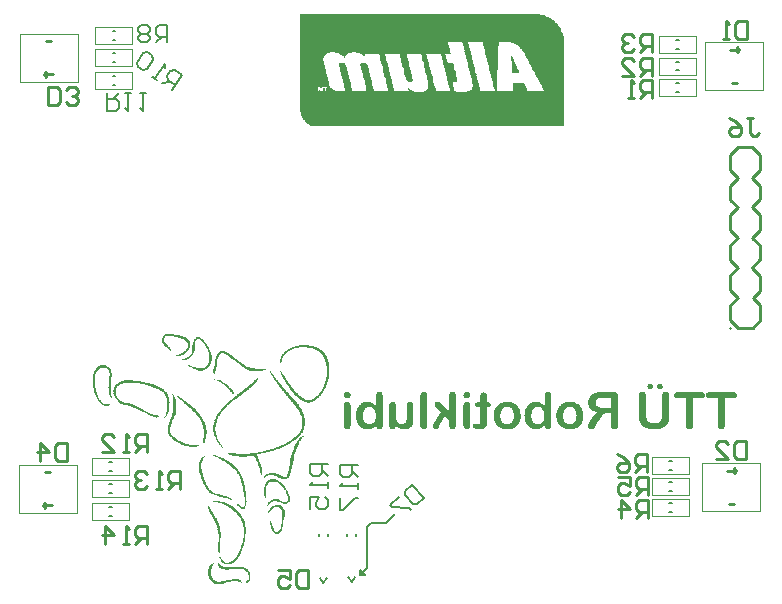
<source format=gbo>
G04*
G04 #@! TF.GenerationSoftware,Altium Limited,Altium Designer,21.3.2 (30)*
G04*
G04 Layer_Color=32896*
%FSLAX25Y25*%
%MOIN*%
G70*
G04*
G04 #@! TF.SameCoordinates,2D34F3B8-E760-4067-911C-3035D0D24B3A*
G04*
G04*
G04 #@! TF.FilePolarity,Positive*
G04*
G01*
G75*
%ADD11C,0.00787*%
%ADD12C,0.00394*%
%ADD13C,0.01000*%
G36*
X177696Y196618D02*
X178572D01*
Y196472D01*
X179303D01*
Y196326D01*
X179595D01*
Y196179D01*
Y196033D01*
X179887D01*
Y195887D01*
X180472D01*
Y195741D01*
X180764D01*
Y195595D01*
X181056D01*
Y195449D01*
X181494D01*
Y195303D01*
X181348D01*
Y195157D01*
X181641D01*
Y195010D01*
X181787D01*
Y194864D01*
X181933D01*
Y194718D01*
X182371D01*
Y194572D01*
X182517D01*
Y194426D01*
X182663D01*
Y194280D01*
Y194134D01*
X182809D01*
Y193988D01*
X182956D01*
Y193842D01*
X183248D01*
Y193695D01*
X183394D01*
Y193549D01*
X183540D01*
Y193403D01*
X183686D01*
Y193257D01*
X183540D01*
Y193111D01*
X183832D01*
Y192965D01*
Y192819D01*
X183978D01*
Y192673D01*
Y192527D01*
X184271D01*
Y192380D01*
X184417D01*
Y192234D01*
Y192088D01*
X184563D01*
Y191942D01*
Y191796D01*
X184709D01*
Y191650D01*
Y191504D01*
X184855D01*
Y191358D01*
X184709D01*
Y191212D01*
X184855D01*
Y191066D01*
Y190919D01*
X185147D01*
Y190773D01*
Y190627D01*
Y190481D01*
X185293D01*
Y190335D01*
Y190189D01*
Y190043D01*
Y189897D01*
X185440D01*
Y189751D01*
Y189604D01*
X185586D01*
Y189458D01*
Y189312D01*
Y189166D01*
Y189020D01*
Y188874D01*
Y188728D01*
Y188582D01*
Y188435D01*
Y188289D01*
Y188143D01*
Y187997D01*
Y187851D01*
Y187705D01*
Y187559D01*
Y187413D01*
Y187267D01*
Y187120D01*
Y186974D01*
Y186828D01*
Y186682D01*
Y186536D01*
Y186390D01*
Y186244D01*
Y186098D01*
Y185951D01*
Y185805D01*
Y185659D01*
Y185513D01*
Y185367D01*
Y185221D01*
Y185075D01*
Y184929D01*
Y184783D01*
Y184636D01*
Y184490D01*
Y184344D01*
Y184198D01*
Y184052D01*
Y183906D01*
Y183760D01*
Y183614D01*
Y183468D01*
Y183321D01*
Y183175D01*
Y183029D01*
Y182883D01*
Y182737D01*
Y182591D01*
Y182445D01*
Y182299D01*
Y182153D01*
Y182007D01*
Y181860D01*
Y181714D01*
Y181568D01*
Y181422D01*
Y181276D01*
Y181130D01*
Y180984D01*
Y180838D01*
Y180692D01*
Y180545D01*
Y180399D01*
Y180253D01*
Y180107D01*
Y179961D01*
Y179815D01*
Y179669D01*
Y179523D01*
Y179376D01*
Y179230D01*
Y179084D01*
Y178938D01*
Y178792D01*
Y178646D01*
Y178500D01*
Y178354D01*
Y178208D01*
Y178061D01*
Y177915D01*
Y177769D01*
Y177623D01*
Y177477D01*
Y177331D01*
Y177185D01*
Y177039D01*
Y176893D01*
Y176746D01*
Y176600D01*
Y176454D01*
Y176308D01*
Y176162D01*
Y176016D01*
Y175870D01*
Y175724D01*
Y175577D01*
Y175431D01*
Y175285D01*
Y175139D01*
Y174993D01*
Y174847D01*
Y174701D01*
Y174555D01*
Y174409D01*
Y174262D01*
Y174116D01*
Y173970D01*
Y173824D01*
Y173678D01*
Y173532D01*
Y173386D01*
Y173240D01*
Y173094D01*
Y172948D01*
Y172801D01*
Y172655D01*
Y172509D01*
Y172363D01*
Y172217D01*
Y172071D01*
Y171925D01*
Y171779D01*
Y171633D01*
Y171486D01*
Y171340D01*
Y171194D01*
Y171048D01*
Y170902D01*
Y170756D01*
Y170610D01*
Y170464D01*
Y170317D01*
Y170171D01*
Y170025D01*
Y169879D01*
Y169733D01*
Y169587D01*
Y169441D01*
Y169295D01*
Y169149D01*
Y169002D01*
Y168856D01*
Y168710D01*
Y168564D01*
Y168418D01*
Y168272D01*
Y168126D01*
Y167980D01*
Y167834D01*
Y167687D01*
Y167541D01*
Y167395D01*
Y167249D01*
Y167103D01*
Y166957D01*
Y166811D01*
Y166665D01*
Y166519D01*
Y166373D01*
Y166226D01*
Y166080D01*
Y165934D01*
Y165788D01*
Y165642D01*
Y165496D01*
Y165350D01*
Y165204D01*
Y165057D01*
Y164911D01*
Y164765D01*
Y164619D01*
Y164473D01*
Y164327D01*
Y164181D01*
Y164035D01*
Y163889D01*
Y163742D01*
Y163596D01*
Y163450D01*
Y163304D01*
Y163158D01*
Y163012D01*
Y162866D01*
Y162720D01*
Y162574D01*
Y162427D01*
Y162281D01*
Y162135D01*
Y161989D01*
Y161843D01*
Y161697D01*
Y161551D01*
Y161405D01*
Y161258D01*
Y161112D01*
Y160966D01*
Y160820D01*
Y160674D01*
Y160528D01*
Y160382D01*
Y160236D01*
Y160090D01*
Y159943D01*
Y159797D01*
Y159651D01*
Y159505D01*
X101425D01*
Y159651D01*
X100987D01*
Y159797D01*
X100840D01*
Y159943D01*
Y160090D01*
X100548D01*
Y160236D01*
X100402D01*
Y160382D01*
X100110D01*
Y160528D01*
X99964D01*
Y160674D01*
X99672D01*
Y160820D01*
Y160966D01*
X99525D01*
Y161112D01*
X99379D01*
Y161258D01*
X99233D01*
Y161405D01*
X99087D01*
Y161551D01*
X98941D01*
Y161697D01*
X98795D01*
Y161843D01*
Y161989D01*
X98649D01*
Y162135D01*
Y162281D01*
X98503D01*
Y162427D01*
X98356D01*
Y162574D01*
X98503D01*
Y162720D01*
X98210D01*
Y162866D01*
Y163012D01*
Y163158D01*
X98064D01*
Y163304D01*
Y163450D01*
Y163596D01*
X97918D01*
Y163742D01*
Y163889D01*
Y164035D01*
Y164181D01*
X97772D01*
Y164327D01*
Y164473D01*
Y164619D01*
Y164765D01*
Y164911D01*
Y165057D01*
Y165204D01*
Y165350D01*
Y165496D01*
Y165642D01*
Y165788D01*
Y165934D01*
Y166080D01*
Y166226D01*
Y166373D01*
Y166519D01*
Y166665D01*
Y166811D01*
Y166957D01*
Y167103D01*
Y167249D01*
Y167395D01*
Y167541D01*
Y167687D01*
Y167834D01*
Y167980D01*
Y168126D01*
Y168272D01*
Y168418D01*
Y168564D01*
Y168710D01*
Y168856D01*
Y169002D01*
Y169149D01*
Y169295D01*
Y169441D01*
Y169587D01*
Y169733D01*
Y169879D01*
Y170025D01*
Y170171D01*
Y170317D01*
Y170464D01*
Y170610D01*
Y170756D01*
Y170902D01*
Y171048D01*
Y171194D01*
Y171340D01*
Y171486D01*
Y171633D01*
Y171779D01*
Y171925D01*
Y172071D01*
Y172217D01*
Y172363D01*
Y172509D01*
Y172655D01*
Y172801D01*
Y172948D01*
Y173094D01*
Y173240D01*
Y173386D01*
Y173532D01*
Y173678D01*
Y173824D01*
Y173970D01*
Y174116D01*
Y174262D01*
Y174409D01*
Y174555D01*
Y174701D01*
Y174847D01*
Y174993D01*
Y175139D01*
Y175285D01*
Y175431D01*
Y175577D01*
Y175724D01*
Y175870D01*
Y176016D01*
Y176162D01*
Y176308D01*
Y176454D01*
Y176600D01*
Y176746D01*
Y176893D01*
Y177039D01*
Y177185D01*
Y177331D01*
Y177477D01*
Y177623D01*
Y177769D01*
Y177915D01*
Y178061D01*
Y178208D01*
Y178354D01*
Y178500D01*
Y178646D01*
Y178792D01*
Y178938D01*
Y179084D01*
Y179230D01*
Y179376D01*
Y179523D01*
Y179669D01*
Y179815D01*
Y179961D01*
Y180107D01*
Y180253D01*
Y180399D01*
Y180545D01*
Y180692D01*
Y180838D01*
Y180984D01*
Y181130D01*
Y181276D01*
Y181422D01*
Y181568D01*
Y181714D01*
Y181860D01*
Y182007D01*
Y182153D01*
Y182299D01*
Y182445D01*
Y182591D01*
Y182737D01*
Y182883D01*
Y183029D01*
Y183175D01*
Y183321D01*
Y183468D01*
Y183614D01*
Y183760D01*
Y183906D01*
Y184052D01*
Y184198D01*
Y184344D01*
Y184490D01*
Y184636D01*
Y184783D01*
Y184929D01*
Y185075D01*
Y185221D01*
Y185367D01*
Y185513D01*
Y185659D01*
Y185805D01*
Y185951D01*
Y186098D01*
Y186244D01*
Y186390D01*
Y186536D01*
Y186682D01*
Y186828D01*
Y186974D01*
Y187120D01*
Y187267D01*
Y187413D01*
Y187559D01*
Y187705D01*
Y187851D01*
Y187997D01*
Y188143D01*
Y188289D01*
Y188435D01*
Y188582D01*
Y188728D01*
Y188874D01*
Y189020D01*
Y189166D01*
Y189312D01*
Y189458D01*
Y189604D01*
Y189751D01*
Y189897D01*
Y190043D01*
Y190189D01*
Y190335D01*
Y190481D01*
Y190627D01*
Y190773D01*
Y190919D01*
Y191066D01*
Y191212D01*
Y191358D01*
Y191504D01*
Y191650D01*
Y191796D01*
Y191942D01*
Y192088D01*
Y192234D01*
Y192380D01*
Y192527D01*
Y192673D01*
Y192819D01*
Y192965D01*
Y193111D01*
Y193257D01*
Y193403D01*
Y193549D01*
Y193695D01*
Y193842D01*
Y193988D01*
Y194134D01*
Y194280D01*
Y194426D01*
Y194572D01*
Y194718D01*
Y194864D01*
Y195010D01*
Y195157D01*
Y195303D01*
Y195449D01*
Y195595D01*
Y195741D01*
Y195887D01*
Y196033D01*
Y196179D01*
Y196326D01*
Y196472D01*
Y196618D01*
Y196764D01*
X177696D01*
Y196618D01*
D02*
G37*
G36*
X195534Y156344D02*
Y156267D01*
X195457D01*
Y156344D01*
Y156421D01*
X195534D01*
Y156344D01*
D02*
G37*
G36*
X55358Y90190D02*
X55803D01*
Y90042D01*
X56249D01*
Y89893D01*
X57288D01*
Y89745D01*
X57734D01*
Y89596D01*
X58179D01*
Y89448D01*
X58773D01*
Y89299D01*
X59367D01*
Y89151D01*
X59664D01*
Y89002D01*
X59813D01*
Y88854D01*
X60110D01*
Y88705D01*
X60258D01*
Y88557D01*
X60407D01*
Y88408D01*
X60555D01*
Y88260D01*
X60703D01*
Y88111D01*
Y87963D01*
X60852D01*
Y87814D01*
X61001D01*
Y87666D01*
X61149D01*
Y87517D01*
X61001D01*
Y87369D01*
X61149D01*
Y87220D01*
Y87072D01*
Y86923D01*
Y86775D01*
Y86626D01*
Y86478D01*
Y86329D01*
Y86181D01*
X61001D01*
Y86032D01*
X61149D01*
Y85884D01*
X61001D01*
Y85735D01*
Y85587D01*
Y85438D01*
X60852D01*
Y85290D01*
X60703D01*
Y85141D01*
Y84993D01*
X60555D01*
Y84844D01*
Y84696D01*
X60407D01*
Y84548D01*
X60258D01*
Y84399D01*
X60110D01*
Y84250D01*
X59961D01*
Y84102D01*
X59813D01*
Y83953D01*
X59664D01*
Y83805D01*
X59516D01*
Y83657D01*
X59219D01*
Y83508D01*
X59070D01*
Y83360D01*
X58773D01*
Y83211D01*
X58476D01*
Y83063D01*
X58179D01*
Y82914D01*
X57882D01*
Y82766D01*
X55952D01*
Y82914D01*
X56397D01*
Y83063D01*
X56843D01*
Y83211D01*
X57140D01*
Y83360D01*
X57437D01*
Y83508D01*
X57882D01*
Y83657D01*
X58179D01*
Y83805D01*
X58476D01*
Y83953D01*
X58773D01*
Y84102D01*
X58922D01*
Y84250D01*
X59219D01*
Y84399D01*
X59367D01*
Y84548D01*
X59516D01*
Y84696D01*
X59664D01*
Y84844D01*
X59813D01*
Y84993D01*
Y85141D01*
X59961D01*
Y85290D01*
X60110D01*
Y85438D01*
Y85587D01*
X60258D01*
Y85735D01*
Y85884D01*
Y86032D01*
Y86181D01*
Y86329D01*
Y86478D01*
Y86626D01*
Y86775D01*
Y86923D01*
Y87072D01*
X60110D01*
Y87220D01*
Y87369D01*
Y87517D01*
X59961D01*
Y87666D01*
X59813D01*
Y87814D01*
X59664D01*
Y87963D01*
X59516D01*
Y88111D01*
X59367D01*
Y88260D01*
X59070D01*
Y88408D01*
X58922D01*
Y88557D01*
X58476D01*
Y88705D01*
X58179D01*
Y88854D01*
X57882D01*
Y89002D01*
X56991D01*
Y89151D01*
X56546D01*
Y89299D01*
X55803D01*
Y89448D01*
X55209D01*
Y89596D01*
X53131D01*
Y89448D01*
X52834D01*
Y89299D01*
Y89151D01*
X52685D01*
Y89002D01*
X52537D01*
Y88854D01*
X52388D01*
Y88705D01*
Y88557D01*
Y88408D01*
Y88260D01*
Y88111D01*
Y87963D01*
Y87814D01*
Y87666D01*
X52537D01*
Y87517D01*
X52685D01*
Y87369D01*
Y87220D01*
X52834D01*
Y87072D01*
X52982D01*
Y86923D01*
X53131D01*
Y86775D01*
X53279D01*
Y86626D01*
X53428D01*
Y86478D01*
X53576D01*
Y86329D01*
X53725D01*
Y86181D01*
X53873D01*
Y86032D01*
X54022D01*
Y85884D01*
X54170D01*
Y85735D01*
X54318D01*
Y85587D01*
Y85438D01*
X54467D01*
Y85290D01*
Y85141D01*
X54615D01*
Y84993D01*
X54764D01*
Y84844D01*
Y84696D01*
Y84548D01*
Y84399D01*
X54615D01*
Y84548D01*
X54467D01*
Y84696D01*
X54318D01*
Y84844D01*
X54170D01*
Y84993D01*
X54022D01*
Y85141D01*
X53873D01*
Y85290D01*
X53576D01*
Y85438D01*
X53428D01*
Y85587D01*
X53279D01*
Y85735D01*
X53131D01*
Y85884D01*
X52834D01*
Y86032D01*
Y86181D01*
X52685D01*
Y86329D01*
X52537D01*
Y86478D01*
X52388D01*
Y86626D01*
X52240D01*
Y86775D01*
X52091D01*
Y86923D01*
X51943D01*
Y87072D01*
X51794D01*
Y87220D01*
X51943D01*
Y87369D01*
X51794D01*
Y87517D01*
Y87666D01*
X51646D01*
Y87814D01*
Y87963D01*
Y88111D01*
Y88260D01*
Y88408D01*
Y88557D01*
Y88705D01*
X51794D01*
Y88854D01*
Y89002D01*
X51943D01*
Y89151D01*
X51794D01*
Y89299D01*
X52091D01*
Y89448D01*
Y89596D01*
X52240D01*
Y89745D01*
X52388D01*
Y89893D01*
X52685D01*
Y90042D01*
Y90190D01*
X52982D01*
Y90338D01*
X55358D01*
Y90190D01*
D02*
G37*
G36*
X64416Y89002D02*
X64564D01*
Y88854D01*
X64861D01*
Y88705D01*
X65010D01*
Y88557D01*
X65307D01*
Y88408D01*
Y88260D01*
X65455D01*
Y88111D01*
X65604D01*
Y87963D01*
X65752D01*
Y87814D01*
Y87666D01*
X65901D01*
Y87517D01*
X66049D01*
Y87369D01*
Y87220D01*
X66346D01*
Y87072D01*
Y86923D01*
Y86775D01*
X66643D01*
Y86626D01*
X66792D01*
Y86478D01*
Y86329D01*
X66940D01*
Y86181D01*
Y86032D01*
X67089D01*
Y85884D01*
Y85735D01*
X67386D01*
Y85587D01*
Y85438D01*
Y85290D01*
Y85141D01*
X67534D01*
Y84993D01*
Y84844D01*
X67682D01*
Y84696D01*
Y84548D01*
X67831D01*
Y84399D01*
Y84250D01*
X67980D01*
Y84102D01*
Y83953D01*
Y83805D01*
Y83657D01*
Y83508D01*
X68128D01*
Y83360D01*
Y83211D01*
Y83063D01*
X68277D01*
Y82914D01*
Y82766D01*
Y82617D01*
Y82469D01*
Y82320D01*
Y82172D01*
Y82023D01*
Y81875D01*
Y81726D01*
Y81578D01*
Y81429D01*
Y81281D01*
Y81132D01*
X68128D01*
Y80984D01*
Y80835D01*
Y80687D01*
X67980D01*
Y80538D01*
Y80390D01*
Y80241D01*
Y80093D01*
X67831D01*
Y79944D01*
Y79796D01*
X67682D01*
Y79647D01*
Y79499D01*
X67534D01*
Y79350D01*
X67386D01*
Y79202D01*
X67237D01*
Y79053D01*
X67089D01*
Y78905D01*
X66940D01*
Y78756D01*
X66792D01*
Y78608D01*
X66495D01*
Y78460D01*
X66198D01*
Y78311D01*
X65901D01*
Y78162D01*
X65455D01*
Y78014D01*
X63822D01*
Y78162D01*
X63228D01*
Y78311D01*
X62931D01*
Y78460D01*
X62485D01*
Y78608D01*
X62040D01*
Y78756D01*
X61743D01*
Y78905D01*
X61594D01*
Y79053D01*
X61298D01*
Y79202D01*
X61001D01*
Y79350D01*
X60852D01*
Y79499D01*
X60703D01*
Y79647D01*
X60407D01*
Y79796D01*
X61149D01*
Y79647D01*
X61446D01*
Y79499D01*
X61891D01*
Y79350D01*
X62337D01*
Y79202D01*
X62782D01*
Y79053D01*
X63079D01*
Y78905D01*
X63673D01*
Y78756D01*
X65752D01*
Y78905D01*
X66049D01*
Y79053D01*
X66198D01*
Y79202D01*
X66346D01*
Y79350D01*
X66495D01*
Y79499D01*
X66643D01*
Y79647D01*
Y79796D01*
X66940D01*
Y79944D01*
Y80093D01*
X67089D01*
Y80241D01*
Y80390D01*
Y80538D01*
X67237D01*
Y80687D01*
Y80835D01*
X67386D01*
Y80984D01*
Y81132D01*
Y81281D01*
Y81429D01*
X67534D01*
Y81578D01*
Y81726D01*
Y81875D01*
Y82023D01*
Y82172D01*
Y82320D01*
Y82469D01*
Y82617D01*
Y82766D01*
Y82914D01*
Y83063D01*
Y83211D01*
X67386D01*
Y83360D01*
Y83508D01*
Y83657D01*
Y83805D01*
X67237D01*
Y83953D01*
Y84102D01*
X67089D01*
Y84250D01*
Y84399D01*
Y84548D01*
Y84696D01*
Y84844D01*
X66940D01*
Y84993D01*
Y85141D01*
X66792D01*
Y85290D01*
Y85438D01*
X66643D01*
Y85587D01*
X66495D01*
Y85735D01*
X66643D01*
Y85884D01*
X66495D01*
Y86032D01*
X66346D01*
Y86181D01*
X66198D01*
Y86329D01*
Y86478D01*
X66049D01*
Y86626D01*
X65901D01*
Y86775D01*
Y86923D01*
X65752D01*
Y87072D01*
X65604D01*
Y87220D01*
X65455D01*
Y87369D01*
Y87517D01*
X65307D01*
Y87666D01*
X65158D01*
Y87814D01*
X65010D01*
Y87963D01*
X64861D01*
Y88111D01*
X64564D01*
Y88260D01*
X64416D01*
Y88408D01*
X63525D01*
Y88260D01*
X63376D01*
Y88111D01*
X63228D01*
Y87963D01*
X62931D01*
Y87814D01*
X62782D01*
Y87666D01*
Y87517D01*
X62634D01*
Y87369D01*
Y87220D01*
Y87072D01*
Y86923D01*
Y86775D01*
Y86626D01*
Y86478D01*
Y86329D01*
Y86181D01*
Y86032D01*
Y85884D01*
Y85735D01*
Y85587D01*
Y85438D01*
Y85290D01*
Y85141D01*
Y84993D01*
Y84844D01*
Y84696D01*
X62485D01*
Y84548D01*
Y84399D01*
Y84250D01*
X62337D01*
Y84102D01*
Y83953D01*
Y83805D01*
X62188D01*
Y83657D01*
Y83508D01*
X62040D01*
Y83360D01*
Y83211D01*
X61891D01*
Y83063D01*
X61594D01*
Y82914D01*
Y82766D01*
X61446D01*
Y82617D01*
X61298D01*
Y82469D01*
X61149D01*
Y82320D01*
Y82172D01*
X60852D01*
Y82023D01*
X60703D01*
Y81875D01*
X60407D01*
Y81726D01*
X59961D01*
Y81578D01*
X58476D01*
Y81726D01*
Y81875D01*
X58922D01*
Y82023D01*
X59367D01*
Y82172D01*
X59664D01*
Y82320D01*
X60110D01*
Y82469D01*
X60407D01*
Y82617D01*
X60703D01*
Y82766D01*
X60852D01*
Y82914D01*
X61001D01*
Y83063D01*
X61149D01*
Y83211D01*
Y83360D01*
X61298D01*
Y83508D01*
X61446D01*
Y83657D01*
X61594D01*
Y83805D01*
Y83953D01*
Y84102D01*
X61743D01*
Y84250D01*
Y84399D01*
Y84548D01*
X61891D01*
Y84696D01*
Y84844D01*
Y84993D01*
Y85141D01*
Y85290D01*
Y85438D01*
Y85587D01*
Y85735D01*
Y85884D01*
Y86032D01*
Y86181D01*
Y86329D01*
Y86478D01*
X62040D01*
Y86626D01*
Y86775D01*
Y86923D01*
Y87072D01*
Y87220D01*
X62188D01*
Y87369D01*
Y87517D01*
Y87666D01*
X62337D01*
Y87814D01*
Y87963D01*
Y88111D01*
Y88260D01*
X62485D01*
Y88408D01*
X62634D01*
Y88557D01*
X62782D01*
Y88705D01*
X62931D01*
Y88854D01*
X63079D01*
Y89002D01*
X63228D01*
Y89151D01*
X64416D01*
Y89002D01*
D02*
G37*
G36*
X72731Y84399D02*
X72880D01*
Y84250D01*
X73177D01*
Y84102D01*
X73474D01*
Y83953D01*
X73770D01*
Y83805D01*
X73919D01*
Y83657D01*
X74067D01*
Y83508D01*
X74365D01*
Y83360D01*
X74661D01*
Y83211D01*
X74810D01*
Y83063D01*
X75107D01*
Y82914D01*
X75404D01*
Y82766D01*
X75552D01*
Y82617D01*
X75701D01*
Y82469D01*
X75849D01*
Y82320D01*
X75998D01*
Y82172D01*
X76146D01*
Y82023D01*
X76443D01*
Y81875D01*
X76592D01*
Y81726D01*
X76740D01*
Y81578D01*
X76889D01*
Y81429D01*
X77186D01*
Y81281D01*
X77334D01*
Y81132D01*
X77483D01*
Y80984D01*
X77780D01*
Y80835D01*
X77928D01*
Y80687D01*
X78077D01*
Y80538D01*
X78225D01*
Y80390D01*
X78522D01*
Y80241D01*
X78671D01*
Y80093D01*
X78968D01*
Y79944D01*
X79116D01*
Y79796D01*
X79562D01*
Y79647D01*
X79710D01*
Y79499D01*
X79859D01*
Y79350D01*
X80453D01*
Y79202D01*
X80749D01*
Y79053D01*
X81046D01*
Y78905D01*
X81492D01*
Y78756D01*
X82828D01*
Y78608D01*
X84462D01*
Y78460D01*
X86244D01*
Y78311D01*
X85947D01*
Y78162D01*
X85501D01*
Y78014D01*
X84610D01*
Y77865D01*
X82086D01*
Y78014D01*
X80749D01*
Y78162D01*
X80453D01*
Y78311D01*
X80155D01*
Y78460D01*
X79859D01*
Y78608D01*
X79562D01*
Y78756D01*
X79413D01*
Y78905D01*
X79116D01*
Y79053D01*
X78819D01*
Y79202D01*
X78671D01*
Y79350D01*
X78522D01*
Y79499D01*
X78225D01*
Y79647D01*
X78077D01*
Y79796D01*
X77928D01*
Y79944D01*
X77780D01*
Y80093D01*
X77483D01*
Y80241D01*
X77334D01*
Y80390D01*
X77186D01*
Y80538D01*
X76889D01*
Y80687D01*
X76740D01*
Y80835D01*
X76443D01*
Y80984D01*
X76295D01*
Y81132D01*
X76146D01*
Y81281D01*
X75998D01*
Y81429D01*
X75849D01*
Y81578D01*
X75552D01*
Y81726D01*
X75255D01*
Y81875D01*
X75107D01*
Y82023D01*
X74810D01*
Y82172D01*
X74661D01*
Y82320D01*
X74365D01*
Y82469D01*
X74216D01*
Y82617D01*
X74067D01*
Y82766D01*
X73919D01*
Y82914D01*
X73622D01*
Y83063D01*
X73474D01*
Y83211D01*
X73325D01*
Y83360D01*
X73028D01*
Y83508D01*
X72731D01*
Y83657D01*
X72434D01*
Y83805D01*
X71543D01*
Y83657D01*
X71246D01*
Y83508D01*
X71098D01*
Y83360D01*
X70949D01*
Y83211D01*
X70801D01*
Y83063D01*
X70652D01*
Y82914D01*
Y82766D01*
Y82617D01*
X70504D01*
Y82469D01*
Y82320D01*
Y82172D01*
X70355D01*
Y82023D01*
Y81875D01*
Y81726D01*
X70207D01*
Y81578D01*
Y81429D01*
Y81281D01*
X70058D01*
Y81132D01*
Y80984D01*
Y80835D01*
Y80687D01*
Y80538D01*
Y80390D01*
Y80241D01*
Y80093D01*
Y79944D01*
X69910D01*
Y79796D01*
Y79647D01*
Y79499D01*
Y79350D01*
Y79202D01*
X69761D01*
Y79053D01*
Y78905D01*
Y78756D01*
Y78608D01*
X69613D01*
Y78460D01*
Y78311D01*
Y78162D01*
Y78014D01*
X69464D01*
Y77865D01*
Y77717D01*
Y77569D01*
Y77420D01*
Y77272D01*
X69316D01*
Y77123D01*
Y76975D01*
X69167D01*
Y76826D01*
X69019D01*
Y76975D01*
Y77123D01*
X68870D01*
Y77272D01*
Y77420D01*
Y77569D01*
X68722D01*
Y77717D01*
X68870D01*
Y77865D01*
Y78014D01*
Y78162D01*
Y78311D01*
Y78460D01*
X69019D01*
Y78608D01*
Y78756D01*
Y78905D01*
X69167D01*
Y79053D01*
Y79202D01*
Y79350D01*
Y79499D01*
Y79647D01*
X69316D01*
Y79796D01*
Y79944D01*
Y80093D01*
Y80241D01*
Y80390D01*
X69167D01*
Y80538D01*
X69316D01*
Y80687D01*
Y80835D01*
Y80984D01*
Y81132D01*
Y81281D01*
X69464D01*
Y81429D01*
Y81578D01*
Y81726D01*
X69613D01*
Y81875D01*
Y82023D01*
Y82172D01*
X69761D01*
Y82320D01*
Y82469D01*
Y82617D01*
Y82766D01*
X69910D01*
Y82914D01*
Y83063D01*
X70058D01*
Y83211D01*
X70207D01*
Y83360D01*
Y83508D01*
X70355D01*
Y83657D01*
X70504D01*
Y83805D01*
X70652D01*
Y83953D01*
X70801D01*
Y84102D01*
X70949D01*
Y84250D01*
X71098D01*
Y84399D01*
X71395D01*
Y84548D01*
X72731D01*
Y84399D01*
D02*
G37*
G36*
X69464Y75044D02*
X70504D01*
Y74896D01*
X70801D01*
Y74747D01*
X71246D01*
Y74599D01*
X71543D01*
Y74450D01*
X71840D01*
Y74302D01*
X71989D01*
Y74153D01*
X72137D01*
Y74005D01*
X72434D01*
Y73856D01*
X72731D01*
Y73708D01*
X72880D01*
Y73559D01*
X73177D01*
Y73411D01*
X73325D01*
Y73262D01*
X73474D01*
Y73114D01*
X73622D01*
Y72965D01*
X73770D01*
Y72817D01*
X73919D01*
Y72668D01*
X74067D01*
Y72520D01*
X74216D01*
Y72371D01*
X74365D01*
Y72223D01*
X74513D01*
Y72075D01*
X74661D01*
Y71926D01*
X74810D01*
Y71777D01*
X74958D01*
Y71629D01*
X75107D01*
Y71481D01*
X75255D01*
Y71332D01*
X75404D01*
Y71184D01*
X75552D01*
Y71035D01*
X75701D01*
Y70886D01*
Y70738D01*
X75849D01*
Y70590D01*
Y70441D01*
X75701D01*
Y70293D01*
X75552D01*
Y70144D01*
X75255D01*
Y70293D01*
X75107D01*
Y70441D01*
Y70590D01*
X74958D01*
Y70738D01*
X74810D01*
Y70886D01*
X74661D01*
Y71035D01*
X74513D01*
Y71184D01*
X74365D01*
Y71332D01*
Y71481D01*
X74216D01*
Y71629D01*
X74067D01*
Y71777D01*
X73919D01*
Y71926D01*
X73770D01*
Y72075D01*
X73622D01*
Y72223D01*
X73474D01*
Y72371D01*
X73325D01*
Y72520D01*
X73177D01*
Y72668D01*
X73028D01*
Y72817D01*
X72880D01*
Y72965D01*
X72583D01*
Y73114D01*
X72434D01*
Y73262D01*
X72286D01*
Y73411D01*
X72137D01*
Y73559D01*
X71840D01*
Y73708D01*
X71692D01*
Y73856D01*
X71395D01*
Y74005D01*
X71246D01*
Y74153D01*
X71098D01*
Y74302D01*
X70801D01*
Y74450D01*
X70504D01*
Y74599D01*
X70207D01*
Y74747D01*
X69910D01*
Y74896D01*
X69464D01*
Y75044D01*
X69167D01*
Y75193D01*
X69464D01*
Y75044D01*
D02*
G37*
G36*
X55209Y70293D02*
X55358D01*
Y70144D01*
Y69996D01*
X55209D01*
Y70144D01*
Y70293D01*
X55061D01*
Y70441D01*
X55209D01*
Y70293D01*
D02*
G37*
G36*
X33085Y79647D02*
X33382D01*
Y79499D01*
X33530D01*
Y79350D01*
X33827D01*
Y79202D01*
X33976D01*
Y79053D01*
X34124D01*
Y78905D01*
X34273D01*
Y78756D01*
Y78608D01*
X34421D01*
Y78460D01*
X34569D01*
Y78311D01*
X34718D01*
Y78162D01*
Y78014D01*
Y77865D01*
X34866D01*
Y77717D01*
Y77569D01*
Y77420D01*
Y77272D01*
Y77123D01*
X35015D01*
Y76975D01*
Y76826D01*
Y76678D01*
Y76529D01*
Y76381D01*
Y76232D01*
Y76084D01*
Y75935D01*
X34866D01*
Y75787D01*
Y75638D01*
Y75490D01*
Y75341D01*
Y75193D01*
Y75044D01*
Y74896D01*
X34718D01*
Y74747D01*
Y74599D01*
Y74450D01*
Y74302D01*
Y74153D01*
X34866D01*
Y74005D01*
X34718D01*
Y73856D01*
Y73708D01*
Y73559D01*
Y73411D01*
Y73262D01*
Y73114D01*
Y72965D01*
X34569D01*
Y72817D01*
Y72668D01*
Y72520D01*
Y72371D01*
Y72223D01*
Y72075D01*
Y71926D01*
Y71777D01*
Y71629D01*
Y71481D01*
Y71332D01*
Y71184D01*
Y71035D01*
X34421D01*
Y70886D01*
Y70738D01*
X34569D01*
Y70590D01*
Y70441D01*
Y70293D01*
Y70144D01*
X34718D01*
Y69996D01*
Y69847D01*
Y69699D01*
Y69550D01*
X34866D01*
Y69402D01*
X35015D01*
Y69253D01*
Y69105D01*
X35164D01*
Y68956D01*
X35312D01*
Y68808D01*
X35015D01*
Y68956D01*
X34718D01*
Y69105D01*
X34569D01*
Y69253D01*
X34421D01*
Y69402D01*
Y69550D01*
X34273D01*
Y69699D01*
Y69847D01*
X34124D01*
Y69996D01*
Y70144D01*
X33976D01*
Y70293D01*
Y70441D01*
Y70590D01*
Y70738D01*
Y70886D01*
Y71035D01*
Y71184D01*
Y71332D01*
Y71481D01*
X34124D01*
Y71629D01*
Y71777D01*
X33976D01*
Y71926D01*
Y72075D01*
Y72223D01*
X33827D01*
Y72371D01*
Y72520D01*
Y72668D01*
X33976D01*
Y72817D01*
Y72965D01*
Y73114D01*
Y73262D01*
Y73411D01*
Y73559D01*
Y73708D01*
Y73856D01*
Y74005D01*
Y74153D01*
Y74302D01*
Y74450D01*
Y74599D01*
Y74747D01*
Y74896D01*
Y75044D01*
Y75193D01*
Y75341D01*
X34124D01*
Y75490D01*
Y75638D01*
Y75787D01*
Y75935D01*
Y76084D01*
Y76232D01*
Y76381D01*
X34273D01*
Y76529D01*
Y76678D01*
Y76826D01*
Y76975D01*
Y77123D01*
Y77272D01*
X34124D01*
Y77420D01*
Y77569D01*
Y77717D01*
X33976D01*
Y77865D01*
Y78014D01*
Y78162D01*
X33827D01*
Y78311D01*
X33679D01*
Y78460D01*
X33530D01*
Y78608D01*
X33233D01*
Y78756D01*
X32788D01*
Y78905D01*
X31451D01*
Y78756D01*
X31154D01*
Y78608D01*
X30857D01*
Y78460D01*
X30709D01*
Y78311D01*
X30560D01*
Y78162D01*
X30412D01*
Y78014D01*
X30115D01*
Y77865D01*
Y77717D01*
Y77569D01*
X29966D01*
Y77420D01*
X29818D01*
Y77272D01*
Y77123D01*
X29669D01*
Y76975D01*
X29521D01*
Y76826D01*
Y76678D01*
Y76529D01*
Y76381D01*
Y76232D01*
Y76084D01*
Y75935D01*
Y75787D01*
Y75638D01*
Y75490D01*
Y75341D01*
X29372D01*
Y75193D01*
Y75044D01*
Y74896D01*
X29521D01*
Y74747D01*
Y74599D01*
Y74450D01*
Y74302D01*
Y74153D01*
Y74005D01*
Y73856D01*
Y73708D01*
Y73559D01*
Y73411D01*
Y73262D01*
Y73114D01*
Y72965D01*
Y72817D01*
Y72668D01*
Y72520D01*
Y72371D01*
Y72223D01*
Y72075D01*
X29669D01*
Y71926D01*
Y71777D01*
Y71629D01*
Y71481D01*
X29818D01*
Y71332D01*
Y71184D01*
Y71035D01*
X29966D01*
Y70886D01*
Y70738D01*
Y70590D01*
X30115D01*
Y70441D01*
X29966D01*
Y70293D01*
X30115D01*
Y70144D01*
Y69996D01*
Y69847D01*
X30263D01*
Y69699D01*
Y69550D01*
X30412D01*
Y69402D01*
Y69253D01*
X30560D01*
Y69105D01*
Y68956D01*
Y68808D01*
X30709D01*
Y68659D01*
X30857D01*
Y68511D01*
Y68362D01*
X31006D01*
Y68214D01*
X31154D01*
Y68065D01*
X31303D01*
Y67917D01*
Y67768D01*
X31451D01*
Y67620D01*
X31600D01*
Y67471D01*
X31748D01*
Y67323D01*
X31897D01*
Y67174D01*
X32194D01*
Y67026D01*
X32342D01*
Y66877D01*
X32639D01*
Y66729D01*
X34421D01*
Y66580D01*
X34273D01*
Y66432D01*
X33976D01*
Y66283D01*
X33827D01*
Y66135D01*
X32788D01*
Y66283D01*
X32342D01*
Y66432D01*
X31897D01*
Y66580D01*
X31748D01*
Y66729D01*
X31600D01*
Y66877D01*
X31451D01*
Y67026D01*
X31303D01*
Y67174D01*
Y67323D01*
X31006D01*
Y67471D01*
X30857D01*
Y67620D01*
X30709D01*
Y67768D01*
X30560D01*
Y67917D01*
Y68065D01*
X30412D01*
Y68214D01*
X30263D01*
Y68362D01*
Y68511D01*
X30115D01*
Y68659D01*
Y68808D01*
X29966D01*
Y68956D01*
Y69105D01*
X29818D01*
Y69253D01*
X29669D01*
Y69402D01*
X29818D01*
Y69550D01*
X29669D01*
Y69699D01*
Y69847D01*
X29521D01*
Y69996D01*
Y70144D01*
X29372D01*
Y70293D01*
Y70441D01*
X29224D01*
Y70590D01*
Y70738D01*
Y70886D01*
Y71035D01*
Y71184D01*
X29076D01*
Y71332D01*
Y71481D01*
Y71629D01*
X28927D01*
Y71777D01*
Y71926D01*
Y72075D01*
Y72223D01*
X28778D01*
Y72371D01*
Y72520D01*
Y72668D01*
Y72817D01*
Y72965D01*
Y73114D01*
Y73262D01*
Y73411D01*
Y73559D01*
Y73708D01*
Y73856D01*
Y74005D01*
Y74153D01*
Y74302D01*
X28630D01*
Y74450D01*
Y74599D01*
Y74747D01*
Y74896D01*
Y75044D01*
Y75193D01*
Y75341D01*
Y75490D01*
Y75638D01*
Y75787D01*
Y75935D01*
X28778D01*
Y76084D01*
Y76232D01*
Y76381D01*
X28630D01*
Y76529D01*
X28778D01*
Y76678D01*
Y76826D01*
Y76975D01*
X28927D01*
Y77123D01*
Y77272D01*
X29076D01*
Y77420D01*
Y77569D01*
X29224D01*
Y77717D01*
Y77865D01*
Y78014D01*
X29372D01*
Y78162D01*
Y78311D01*
X29669D01*
Y78460D01*
Y78608D01*
Y78756D01*
X29818D01*
Y78905D01*
X29966D01*
Y79053D01*
X30115D01*
Y79202D01*
X30263D01*
Y79350D01*
X30560D01*
Y79499D01*
X30857D01*
Y79647D01*
X31154D01*
Y79796D01*
X33085D01*
Y79647D01*
D02*
G37*
G36*
X100053Y86478D02*
X100795D01*
Y86329D01*
X101538D01*
Y86181D01*
X102280D01*
Y86032D01*
X102726D01*
Y85884D01*
X103023D01*
Y85735D01*
X103320D01*
Y85587D01*
X103765D01*
Y85438D01*
X103914D01*
Y85290D01*
X104211D01*
Y85141D01*
X104508D01*
Y84993D01*
X104656D01*
Y84844D01*
X104953D01*
Y84696D01*
X105102D01*
Y84548D01*
X105250D01*
Y84399D01*
X105399D01*
Y84250D01*
X105547D01*
Y84102D01*
X105696D01*
Y83953D01*
X105844D01*
Y83805D01*
X105993D01*
Y83657D01*
X106141D01*
Y83508D01*
Y83360D01*
X106290D01*
Y83211D01*
X106438D01*
Y83063D01*
Y82914D01*
Y82766D01*
X106587D01*
Y82617D01*
Y82469D01*
X106735D01*
Y82320D01*
X106884D01*
Y82172D01*
Y82023D01*
Y81875D01*
X107032D01*
Y81726D01*
Y81578D01*
Y81429D01*
X107181D01*
Y81281D01*
Y81132D01*
Y80984D01*
X107329D01*
Y80835D01*
Y80687D01*
Y80538D01*
X107477D01*
Y80390D01*
X107329D01*
Y80241D01*
Y80093D01*
Y79944D01*
Y79796D01*
X107477D01*
Y79647D01*
Y79499D01*
Y79350D01*
Y79202D01*
Y79053D01*
Y78905D01*
Y78756D01*
Y78608D01*
Y78460D01*
Y78311D01*
Y78162D01*
Y78014D01*
Y77865D01*
Y77717D01*
Y77569D01*
Y77420D01*
Y77272D01*
Y77123D01*
Y76975D01*
Y76826D01*
Y76678D01*
Y76529D01*
X107329D01*
Y76381D01*
Y76232D01*
Y76084D01*
Y75935D01*
X107477D01*
Y75787D01*
X107329D01*
Y75638D01*
Y75490D01*
Y75341D01*
Y75193D01*
X107181D01*
Y75044D01*
Y74896D01*
Y74747D01*
X107032D01*
Y74599D01*
Y74450D01*
Y74302D01*
X106884D01*
Y74153D01*
Y74005D01*
Y73856D01*
Y73708D01*
X106735D01*
Y73559D01*
Y73411D01*
Y73262D01*
X106587D01*
Y73114D01*
X106438D01*
Y72965D01*
Y72817D01*
Y72668D01*
Y72520D01*
X106290D01*
Y72371D01*
Y72223D01*
X106141D01*
Y72075D01*
X105993D01*
Y71926D01*
Y71777D01*
X105844D01*
Y71629D01*
Y71481D01*
Y71332D01*
X105696D01*
Y71184D01*
X105547D01*
Y71035D01*
X105399D01*
Y70886D01*
Y70738D01*
X105250D01*
Y70590D01*
X105102D01*
Y70441D01*
Y70293D01*
X104953D01*
Y70144D01*
X104805D01*
Y69996D01*
Y69847D01*
X104656D01*
Y69699D01*
X104508D01*
Y69550D01*
X104359D01*
Y69402D01*
X104211D01*
Y69253D01*
X104062D01*
Y69105D01*
X103914D01*
Y68956D01*
X103765D01*
Y68808D01*
X103468D01*
Y68659D01*
X103320D01*
Y68511D01*
X103171D01*
Y68362D01*
X102874D01*
Y68214D01*
X102726D01*
Y68065D01*
X102577D01*
Y67917D01*
X102280D01*
Y67768D01*
X101983D01*
Y67620D01*
X101686D01*
Y67471D01*
X100944D01*
Y67323D01*
X100053D01*
Y67471D01*
X99311D01*
Y67620D01*
X99014D01*
Y67768D01*
X98717D01*
Y67917D01*
X98420D01*
Y68065D01*
X98123D01*
Y68214D01*
X97974D01*
Y68362D01*
X97826D01*
Y68511D01*
X97529D01*
Y68659D01*
X97380D01*
Y68808D01*
X97083D01*
Y68956D01*
X96935D01*
Y69105D01*
X96786D01*
Y69253D01*
X96638D01*
Y69402D01*
X96489D01*
Y69550D01*
X96341D01*
Y69699D01*
X96192D01*
Y69847D01*
X96044D01*
Y69996D01*
X95895D01*
Y70144D01*
X95747D01*
Y70293D01*
X95598D01*
Y70441D01*
X95450D01*
Y70590D01*
Y70738D01*
X95301D01*
Y70886D01*
X95153D01*
Y71035D01*
X95004D01*
Y71184D01*
X94856D01*
Y71332D01*
Y71481D01*
X94707D01*
Y71629D01*
X94559D01*
Y71777D01*
Y71926D01*
X94262D01*
Y72075D01*
X94113D01*
Y72223D01*
Y72371D01*
X93965D01*
Y72520D01*
Y72668D01*
Y72817D01*
X93668D01*
Y72965D01*
Y73114D01*
X93520D01*
Y73262D01*
X93371D01*
Y73411D01*
Y73559D01*
X93222D01*
Y73708D01*
Y73856D01*
X92926D01*
Y74005D01*
Y74153D01*
Y74302D01*
X92777D01*
Y74450D01*
Y74599D01*
X92629D01*
Y74747D01*
X92480D01*
Y74896D01*
X92332D01*
Y75044D01*
X92480D01*
Y75193D01*
X92332D01*
Y75341D01*
X92183D01*
Y75490D01*
X92035D01*
Y75638D01*
Y75787D01*
X91886D01*
Y75935D01*
Y76084D01*
Y76232D01*
X91738D01*
Y76381D01*
Y76529D01*
X91589D01*
Y76678D01*
X91441D01*
Y76826D01*
Y76975D01*
X91292D01*
Y77123D01*
Y77272D01*
Y77420D01*
X91144D01*
Y77569D01*
Y77717D01*
X91292D01*
Y77569D01*
X91589D01*
Y77420D01*
X91738D01*
Y77272D01*
Y77123D01*
X91886D01*
Y76975D01*
X92035D01*
Y76826D01*
X92183D01*
Y76678D01*
Y76529D01*
X92332D01*
Y76381D01*
Y76232D01*
X92629D01*
Y76084D01*
Y75935D01*
X92777D01*
Y75787D01*
Y75638D01*
X92926D01*
Y75490D01*
X93074D01*
Y75341D01*
Y75193D01*
X93222D01*
Y75044D01*
X93371D01*
Y74896D01*
Y74747D01*
X93520D01*
Y74599D01*
X93668D01*
Y74450D01*
X93817D01*
Y74302D01*
Y74153D01*
Y74005D01*
X94113D01*
Y73856D01*
Y73708D01*
X94262D01*
Y73559D01*
Y73411D01*
X94411D01*
Y73262D01*
X94559D01*
Y73114D01*
X94707D01*
Y72965D01*
X94856D01*
Y72817D01*
Y72668D01*
Y72520D01*
X95153D01*
Y72371D01*
X95301D01*
Y72223D01*
Y72075D01*
X95450D01*
Y71926D01*
X95598D01*
Y71777D01*
Y71629D01*
X95747D01*
Y71481D01*
X95895D01*
Y71332D01*
Y71184D01*
X96044D01*
Y71035D01*
X96192D01*
Y70886D01*
X96489D01*
Y70738D01*
Y70590D01*
X96638D01*
Y70441D01*
X96935D01*
Y70293D01*
Y70144D01*
X97083D01*
Y69996D01*
X97232D01*
Y69847D01*
X97529D01*
Y69699D01*
Y69550D01*
X97677D01*
Y69402D01*
X97974D01*
Y69253D01*
X98123D01*
Y69105D01*
X98420D01*
Y68956D01*
X98568D01*
Y68808D01*
X99014D01*
Y68659D01*
X99162D01*
Y68511D01*
X99459D01*
Y68362D01*
X99905D01*
Y68214D01*
X101389D01*
Y68362D01*
X101835D01*
Y68511D01*
X102132D01*
Y68659D01*
X102429D01*
Y68808D01*
X102577D01*
Y68956D01*
X102874D01*
Y69105D01*
X103023D01*
Y69253D01*
X103171D01*
Y69402D01*
X103320D01*
Y69550D01*
X103617D01*
Y69699D01*
X103765D01*
Y69847D01*
X103914D01*
Y69996D01*
Y70144D01*
X104062D01*
Y70293D01*
X104211D01*
Y70441D01*
X104508D01*
Y70590D01*
Y70738D01*
Y70886D01*
X104805D01*
Y71035D01*
Y71184D01*
X104953D01*
Y71332D01*
Y71481D01*
X105102D01*
Y71629D01*
Y71777D01*
X105250D01*
Y71926D01*
X105399D01*
Y72075D01*
Y72223D01*
X105547D01*
Y72371D01*
Y72520D01*
Y72668D01*
X105696D01*
Y72817D01*
Y72965D01*
X105844D01*
Y73114D01*
Y73262D01*
Y73411D01*
X105993D01*
Y73559D01*
Y73708D01*
X106141D01*
Y73856D01*
Y74005D01*
Y74153D01*
Y74302D01*
Y74450D01*
Y74599D01*
X106290D01*
Y74747D01*
Y74896D01*
Y75044D01*
X106438D01*
Y75193D01*
Y75341D01*
Y75490D01*
Y75638D01*
Y75787D01*
X106587D01*
Y75935D01*
Y76084D01*
Y76232D01*
Y76381D01*
Y76529D01*
Y76678D01*
Y76826D01*
Y76975D01*
Y77123D01*
Y77272D01*
Y77420D01*
Y77569D01*
Y77717D01*
Y77865D01*
Y78014D01*
Y78162D01*
Y78311D01*
Y78460D01*
Y78608D01*
Y78756D01*
Y78905D01*
Y79053D01*
Y79202D01*
Y79350D01*
Y79499D01*
Y79647D01*
X106438D01*
Y79796D01*
Y79944D01*
Y80093D01*
Y80241D01*
Y80390D01*
X106290D01*
Y80538D01*
Y80687D01*
Y80835D01*
Y80984D01*
X106141D01*
Y81132D01*
Y81281D01*
Y81429D01*
X105993D01*
Y81578D01*
X106141D01*
Y81726D01*
X105993D01*
Y81875D01*
Y82023D01*
X105844D01*
Y82172D01*
Y82320D01*
X105696D01*
Y82469D01*
Y82617D01*
X105547D01*
Y82766D01*
Y82914D01*
X105399D01*
Y83063D01*
Y83211D01*
X105102D01*
Y83360D01*
X104953D01*
Y83508D01*
X105102D01*
Y83657D01*
X104805D01*
Y83805D01*
X104656D01*
Y83953D01*
X104508D01*
Y84102D01*
X104211D01*
Y84250D01*
X104062D01*
Y84399D01*
X103914D01*
Y84548D01*
X103765D01*
Y84696D01*
X103468D01*
Y84844D01*
X103023D01*
Y84993D01*
X102726D01*
Y85141D01*
X102280D01*
Y85290D01*
X101983D01*
Y85438D01*
X100944D01*
Y85587D01*
X100053D01*
Y85735D01*
X97232D01*
Y85587D01*
X96489D01*
Y85438D01*
X95747D01*
Y85290D01*
X95450D01*
Y85141D01*
X95004D01*
Y84993D01*
X94856D01*
Y84844D01*
X94411D01*
Y84696D01*
X94113D01*
Y84548D01*
X93965D01*
Y84399D01*
X93668D01*
Y84250D01*
X93520D01*
Y84102D01*
X93371D01*
Y83953D01*
X93222D01*
Y83805D01*
X93074D01*
Y83657D01*
X92777D01*
Y83508D01*
Y83360D01*
X92629D01*
Y83211D01*
X92480D01*
Y83063D01*
X92332D01*
Y82914D01*
Y82766D01*
X92183D01*
Y82617D01*
Y82469D01*
X92035D01*
Y82320D01*
Y82172D01*
X91886D01*
Y82023D01*
X91738D01*
Y81875D01*
Y81726D01*
X91589D01*
Y81578D01*
Y81429D01*
Y81281D01*
Y81132D01*
Y80984D01*
X91441D01*
Y80835D01*
Y80687D01*
Y80538D01*
Y80390D01*
X91144D01*
Y80538D01*
Y80687D01*
Y80835D01*
X90995D01*
Y80984D01*
Y81132D01*
Y81281D01*
Y81429D01*
X91144D01*
Y81578D01*
Y81726D01*
Y81875D01*
Y82023D01*
X91292D01*
Y82172D01*
Y82320D01*
X91441D01*
Y82469D01*
X91292D01*
Y82617D01*
X91441D01*
Y82766D01*
X91589D01*
Y82914D01*
Y83063D01*
X91886D01*
Y83211D01*
Y83360D01*
Y83508D01*
X92035D01*
Y83657D01*
X92332D01*
Y83805D01*
Y83953D01*
X92480D01*
Y84102D01*
X92629D01*
Y84250D01*
X92777D01*
Y84399D01*
X92926D01*
Y84548D01*
X93222D01*
Y84696D01*
X93371D01*
Y84844D01*
X93520D01*
Y84993D01*
X93817D01*
Y85141D01*
X94113D01*
Y85290D01*
X94262D01*
Y85438D01*
X94559D01*
Y85587D01*
X95004D01*
Y85735D01*
X95301D01*
Y85884D01*
X95598D01*
Y86032D01*
X96044D01*
Y86181D01*
X96786D01*
Y86329D01*
X97232D01*
Y86478D01*
X98123D01*
Y86626D01*
X100053D01*
Y86478D01*
D02*
G37*
G36*
X41994Y74599D02*
X43776D01*
Y74450D01*
X44667D01*
Y74302D01*
X45409D01*
Y74153D01*
X46003D01*
Y74005D01*
X47043D01*
Y73856D01*
X47637D01*
Y73708D01*
X48082D01*
Y73559D01*
X48676D01*
Y73411D01*
X49121D01*
Y73262D01*
X49270D01*
Y73114D01*
X49715D01*
Y72965D01*
X50161D01*
Y72817D01*
X50458D01*
Y72668D01*
X50755D01*
Y72520D01*
X51052D01*
Y72371D01*
X51200D01*
Y72223D01*
X51497D01*
Y72075D01*
X51794D01*
Y71926D01*
X52091D01*
Y71777D01*
X52240D01*
Y71629D01*
X52388D01*
Y71481D01*
X52537D01*
Y71332D01*
X52685D01*
Y71184D01*
X52834D01*
Y71035D01*
X52982D01*
Y70886D01*
X53131D01*
Y70738D01*
X53279D01*
Y70590D01*
Y70441D01*
X53428D01*
Y70293D01*
X53576D01*
Y70144D01*
Y69996D01*
X53725D01*
Y69847D01*
Y69699D01*
Y69550D01*
Y69402D01*
X53873D01*
Y69253D01*
Y69105D01*
X54022D01*
Y68956D01*
Y68808D01*
Y68659D01*
Y68511D01*
X54170D01*
Y68362D01*
Y68214D01*
Y68065D01*
Y67917D01*
Y67768D01*
Y67620D01*
Y67471D01*
X54318D01*
Y67323D01*
X54170D01*
Y67174D01*
Y67026D01*
Y66877D01*
Y66729D01*
Y66580D01*
Y66432D01*
Y66283D01*
Y66135D01*
Y65986D01*
Y65838D01*
Y65689D01*
Y65541D01*
Y65393D01*
Y65244D01*
X54318D01*
Y65096D01*
X54170D01*
Y64947D01*
Y64798D01*
Y64650D01*
X54022D01*
Y64502D01*
Y64353D01*
X53873D01*
Y64205D01*
Y64056D01*
X53725D01*
Y63908D01*
Y63759D01*
Y63611D01*
X53576D01*
Y63462D01*
X53428D01*
Y63314D01*
X53279D01*
Y63165D01*
Y63017D01*
Y62868D01*
X52982D01*
Y62720D01*
Y62571D01*
X52834D01*
Y62423D01*
X52685D01*
Y62274D01*
X52388D01*
Y62423D01*
X52537D01*
Y62571D01*
X52685D01*
Y62720D01*
X52834D01*
Y62868D01*
Y63017D01*
X52982D01*
Y63165D01*
X52834D01*
Y63314D01*
X52982D01*
Y63462D01*
Y63611D01*
X53131D01*
Y63759D01*
Y63908D01*
Y64056D01*
X53279D01*
Y64205D01*
Y64353D01*
Y64502D01*
Y64650D01*
X53428D01*
Y64798D01*
Y64947D01*
Y65096D01*
Y65244D01*
Y65393D01*
Y65541D01*
Y65689D01*
Y65838D01*
Y65986D01*
Y66135D01*
Y66283D01*
Y66432D01*
Y66580D01*
Y66729D01*
Y66877D01*
Y67026D01*
Y67174D01*
Y67323D01*
Y67471D01*
Y67620D01*
Y67768D01*
Y67917D01*
Y68065D01*
Y68214D01*
X53279D01*
Y68362D01*
Y68511D01*
Y68659D01*
Y68808D01*
X53131D01*
Y68956D01*
Y69105D01*
X52982D01*
Y69253D01*
Y69402D01*
Y69550D01*
X52834D01*
Y69699D01*
Y69847D01*
Y69996D01*
X52685D01*
Y70144D01*
X52537D01*
Y70293D01*
Y70441D01*
X52388D01*
Y70590D01*
X52240D01*
Y70738D01*
X52091D01*
Y70886D01*
X51943D01*
Y71035D01*
X51646D01*
Y71184D01*
X51349D01*
Y71332D01*
X51200D01*
Y71481D01*
X50903D01*
Y71629D01*
X50606D01*
Y71777D01*
X50161D01*
Y71926D01*
X49864D01*
Y72075D01*
X49418D01*
Y72223D01*
X49121D01*
Y72371D01*
X48676D01*
Y72520D01*
X48379D01*
Y72668D01*
X48082D01*
Y72817D01*
X47488D01*
Y72965D01*
X47043D01*
Y73114D01*
X46746D01*
Y73262D01*
X46003D01*
Y73411D01*
X45409D01*
Y73559D01*
X44964D01*
Y73708D01*
X44518D01*
Y73856D01*
X42885D01*
Y74005D01*
X39767D01*
Y73856D01*
X38727D01*
Y73708D01*
X38282D01*
Y73559D01*
X37985D01*
Y73411D01*
X37688D01*
Y73262D01*
X37391D01*
Y73114D01*
X37242D01*
Y72965D01*
X36945D01*
Y72817D01*
X36797D01*
Y72668D01*
Y72520D01*
X36648D01*
Y72371D01*
X36500D01*
Y72223D01*
X36351D01*
Y72075D01*
Y71926D01*
Y71777D01*
Y71629D01*
Y71481D01*
Y71332D01*
Y71184D01*
Y71035D01*
Y70886D01*
Y70738D01*
Y70590D01*
Y70441D01*
Y70293D01*
Y70144D01*
Y69996D01*
X36500D01*
Y69847D01*
Y69699D01*
X36648D01*
Y69550D01*
Y69402D01*
Y69253D01*
X36945D01*
Y69105D01*
X36797D01*
Y68956D01*
X36945D01*
Y68808D01*
X37094D01*
Y68659D01*
X37242D01*
Y68511D01*
X37391D01*
Y68362D01*
Y68214D01*
X37539D01*
Y68065D01*
X37688D01*
Y67917D01*
X37985D01*
Y67768D01*
X38282D01*
Y67620D01*
X38579D01*
Y67471D01*
X39173D01*
Y67323D01*
X40064D01*
Y67174D01*
X40955D01*
Y67026D01*
X41252D01*
Y66877D01*
X41697D01*
Y66729D01*
X42143D01*
Y66580D01*
X42439D01*
Y66432D01*
X42736D01*
Y66283D01*
X43182D01*
Y66135D01*
X43479D01*
Y65986D01*
X43776D01*
Y65838D01*
X44073D01*
Y65689D01*
X44221D01*
Y65541D01*
X44518D01*
Y65393D01*
X44815D01*
Y65244D01*
X45112D01*
Y65096D01*
X45409D01*
Y64947D01*
X45558D01*
Y64798D01*
X45706D01*
Y64650D01*
X46152D01*
Y64502D01*
X46449D01*
Y64353D01*
X46597D01*
Y64205D01*
X46746D01*
Y64056D01*
X47191D01*
Y63908D01*
X47488D01*
Y63759D01*
X47785D01*
Y63611D01*
X48379D01*
Y63462D01*
X48825D01*
Y63314D01*
X49270D01*
Y63165D01*
X50458D01*
Y63017D01*
X51052D01*
Y62868D01*
X50903D01*
Y62720D01*
X50606D01*
Y62571D01*
X50309D01*
Y62423D01*
X50012D01*
Y62274D01*
X49567D01*
Y62423D01*
X49121D01*
Y62571D01*
X48676D01*
Y62720D01*
X48230D01*
Y62868D01*
X47934D01*
Y63017D01*
X47637D01*
Y63165D01*
X47340D01*
Y63314D01*
X47043D01*
Y63462D01*
X46746D01*
Y63611D01*
X46597D01*
Y63759D01*
X46300D01*
Y63908D01*
X46003D01*
Y64056D01*
X45558D01*
Y64205D01*
X45261D01*
Y64353D01*
X44964D01*
Y64502D01*
X44667D01*
Y64650D01*
X44370D01*
Y64798D01*
X44073D01*
Y64947D01*
X43776D01*
Y65096D01*
X43479D01*
Y65244D01*
X43182D01*
Y65393D01*
X42736D01*
Y65541D01*
X42439D01*
Y65689D01*
X42143D01*
Y65838D01*
X41846D01*
Y65986D01*
X41400D01*
Y66135D01*
X41103D01*
Y66283D01*
X40509D01*
Y66432D01*
X39321D01*
Y66580D01*
X38727D01*
Y66729D01*
X38282D01*
Y66877D01*
X37985D01*
Y67026D01*
X37688D01*
Y67174D01*
X37539D01*
Y67323D01*
X37391D01*
Y67471D01*
X37094D01*
Y67620D01*
X36945D01*
Y67768D01*
Y67917D01*
Y68065D01*
X36648D01*
Y68214D01*
X36500D01*
Y68362D01*
X36648D01*
Y68511D01*
X36351D01*
Y68659D01*
Y68808D01*
X36203D01*
Y68956D01*
X36054D01*
Y69105D01*
Y69253D01*
Y69402D01*
X35906D01*
Y69550D01*
Y69699D01*
X35757D01*
Y69847D01*
Y69996D01*
X35609D01*
Y70144D01*
Y70293D01*
X35460D01*
Y70441D01*
X35609D01*
Y70590D01*
Y70738D01*
X35460D01*
Y70886D01*
Y71035D01*
Y71184D01*
Y71332D01*
Y71481D01*
X35609D01*
Y71629D01*
Y71777D01*
Y71926D01*
Y72075D01*
Y72223D01*
X35757D01*
Y72371D01*
Y72520D01*
X35906D01*
Y72668D01*
Y72817D01*
X36054D01*
Y72965D01*
X36203D01*
Y73114D01*
X36351D01*
Y73262D01*
X36500D01*
Y73411D01*
Y73559D01*
X36797D01*
Y73708D01*
X36945D01*
Y73856D01*
X37094D01*
Y74005D01*
X37391D01*
Y74153D01*
X37688D01*
Y74302D01*
X37985D01*
Y74450D01*
X38282D01*
Y74599D01*
X39173D01*
Y74747D01*
X41994D01*
Y74599D01*
D02*
G37*
G36*
X56843Y69550D02*
X57140D01*
Y69402D01*
X57288D01*
Y69253D01*
X57585D01*
Y69105D01*
X57734D01*
Y68956D01*
X58031D01*
Y68808D01*
X58328D01*
Y68659D01*
X58476D01*
Y68511D01*
X58773D01*
Y68362D01*
X58922D01*
Y68214D01*
X59070D01*
Y68065D01*
X59219D01*
Y67917D01*
X59516D01*
Y67768D01*
X59664D01*
Y67620D01*
X59961D01*
Y67471D01*
X60110D01*
Y67323D01*
X60258D01*
Y67174D01*
X60555D01*
Y67026D01*
X60703D01*
Y66877D01*
X60852D01*
Y66729D01*
X61001D01*
Y66580D01*
X61149D01*
Y66432D01*
X61298D01*
Y66283D01*
X61594D01*
Y66135D01*
X61743D01*
Y65986D01*
X61891D01*
Y65838D01*
X62040D01*
Y65689D01*
X62188D01*
Y65541D01*
X62485D01*
Y65393D01*
X62634D01*
Y65244D01*
X62782D01*
Y65096D01*
X62931D01*
Y64947D01*
X63079D01*
Y64798D01*
X63228D01*
Y64650D01*
X63376D01*
Y64502D01*
X63525D01*
Y64353D01*
X63673D01*
Y64205D01*
X63822D01*
Y64056D01*
Y63908D01*
X63970D01*
Y63759D01*
X64119D01*
Y63611D01*
X64267D01*
Y63462D01*
X64416D01*
Y63314D01*
Y63165D01*
Y63017D01*
X64713D01*
Y62868D01*
Y62720D01*
X64861D01*
Y62571D01*
Y62423D01*
X65010D01*
Y62274D01*
Y62126D01*
X65158D01*
Y61977D01*
X65307D01*
Y61829D01*
Y61680D01*
Y61532D01*
X65455D01*
Y61383D01*
Y61235D01*
X65604D01*
Y61086D01*
X65752D01*
Y60938D01*
Y60789D01*
X65901D01*
Y60641D01*
X65752D01*
Y60492D01*
X65901D01*
Y60344D01*
X66049D01*
Y60195D01*
Y60047D01*
Y59898D01*
X66198D01*
Y59750D01*
X66346D01*
Y59601D01*
Y59453D01*
Y59304D01*
Y59156D01*
Y59008D01*
Y58859D01*
X66495D01*
Y58710D01*
Y58562D01*
Y58413D01*
Y58265D01*
X66643D01*
Y58117D01*
Y57968D01*
Y57820D01*
Y57671D01*
Y57523D01*
Y57374D01*
Y57226D01*
Y57077D01*
Y56929D01*
Y56780D01*
X66495D01*
Y56632D01*
Y56483D01*
Y56335D01*
Y56186D01*
Y56038D01*
X66346D01*
Y55889D01*
Y55741D01*
Y55592D01*
Y55444D01*
Y55295D01*
Y55147D01*
X66198D01*
Y54998D01*
Y54850D01*
X66049D01*
Y54701D01*
Y54553D01*
Y54404D01*
X65901D01*
Y54256D01*
X65752D01*
Y54107D01*
X65901D01*
Y53959D01*
X65752D01*
Y53810D01*
X65455D01*
Y53959D01*
Y54107D01*
Y54256D01*
Y54404D01*
Y54553D01*
Y54701D01*
Y54850D01*
Y54998D01*
Y55147D01*
Y55295D01*
Y55444D01*
X65604D01*
Y55592D01*
Y55741D01*
Y55889D01*
Y56038D01*
Y56186D01*
Y56335D01*
Y56483D01*
Y56632D01*
Y56780D01*
Y56929D01*
Y57077D01*
Y57226D01*
Y57374D01*
Y57523D01*
Y57671D01*
Y57820D01*
Y57968D01*
Y58117D01*
Y58265D01*
Y58413D01*
Y58562D01*
X65455D01*
Y58710D01*
Y58859D01*
Y59008D01*
Y59156D01*
X65307D01*
Y59304D01*
Y59453D01*
Y59601D01*
Y59750D01*
X65158D01*
Y59898D01*
Y60047D01*
Y60195D01*
X65010D01*
Y60344D01*
Y60492D01*
Y60641D01*
Y60789D01*
X64861D01*
Y60938D01*
Y61086D01*
X64713D01*
Y61235D01*
X64564D01*
Y61383D01*
Y61532D01*
X64416D01*
Y61680D01*
Y61829D01*
X64267D01*
Y61977D01*
Y62126D01*
X64119D01*
Y62274D01*
X63970D01*
Y62423D01*
X63822D01*
Y62571D01*
X63673D01*
Y62720D01*
X63525D01*
Y62868D01*
Y63017D01*
X63376D01*
Y63165D01*
X63228D01*
Y63314D01*
X63079D01*
Y63462D01*
X62931D01*
Y63611D01*
Y63759D01*
X62782D01*
Y63908D01*
X62634D01*
Y64056D01*
X62485D01*
Y64205D01*
X62337D01*
Y64353D01*
X62188D01*
Y64502D01*
X62040D01*
Y64650D01*
X61891D01*
Y64798D01*
X61743D01*
Y64947D01*
X61594D01*
Y65096D01*
X61446D01*
Y65244D01*
X61298D01*
Y65393D01*
X61149D01*
Y65541D01*
X61001D01*
Y65689D01*
X60852D01*
Y65838D01*
X60703D01*
Y65986D01*
X60407D01*
Y66135D01*
X60258D01*
Y66283D01*
X60110D01*
Y66432D01*
X59961D01*
Y66580D01*
X59813D01*
Y66729D01*
X59664D01*
Y66877D01*
X59367D01*
Y67026D01*
X59219D01*
Y67174D01*
X59070D01*
Y67323D01*
X58922D01*
Y67471D01*
X58773D01*
Y67620D01*
X58625D01*
Y67768D01*
X58476D01*
Y67917D01*
X58328D01*
Y68065D01*
X58179D01*
Y68214D01*
X58031D01*
Y68362D01*
X57882D01*
Y68511D01*
X57585D01*
Y68659D01*
X57437D01*
Y68808D01*
X57288D01*
Y68956D01*
X57140D01*
Y69105D01*
X56991D01*
Y69253D01*
X56843D01*
Y69402D01*
X56694D01*
Y69550D01*
X56546D01*
Y69699D01*
X56843D01*
Y69550D01*
D02*
G37*
G36*
X55655Y69699D02*
Y69550D01*
X55803D01*
Y69402D01*
Y69253D01*
Y69105D01*
X55952D01*
Y68956D01*
Y68808D01*
X56100D01*
Y68659D01*
Y68511D01*
X56249D01*
Y68362D01*
Y68214D01*
X56397D01*
Y68065D01*
Y67917D01*
Y67768D01*
Y67620D01*
Y67471D01*
Y67323D01*
Y67174D01*
X56546D01*
Y67026D01*
Y66877D01*
Y66729D01*
Y66580D01*
Y66432D01*
Y66283D01*
Y66135D01*
Y65986D01*
Y65838D01*
Y65689D01*
Y65541D01*
Y65393D01*
Y65244D01*
Y65096D01*
Y64947D01*
Y64798D01*
Y64650D01*
Y64502D01*
X56397D01*
Y64353D01*
Y64205D01*
Y64056D01*
Y63908D01*
Y63759D01*
Y63611D01*
X56249D01*
Y63462D01*
Y63314D01*
X56100D01*
Y63165D01*
Y63017D01*
Y62868D01*
X55952D01*
Y62720D01*
X55803D01*
Y62571D01*
Y62423D01*
Y62274D01*
Y62126D01*
X55655D01*
Y61977D01*
Y61829D01*
X55506D01*
Y61680D01*
X55358D01*
Y61532D01*
Y61383D01*
X55209D01*
Y61235D01*
X55358D01*
Y61086D01*
X55209D01*
Y60938D01*
Y60789D01*
X55061D01*
Y60641D01*
X54913D01*
Y60492D01*
Y60344D01*
X54764D01*
Y60195D01*
Y60047D01*
Y59898D01*
Y59750D01*
X54615D01*
Y59601D01*
Y59453D01*
Y59304D01*
X54467D01*
Y59156D01*
Y59008D01*
Y58859D01*
Y58710D01*
X54318D01*
Y58562D01*
Y58413D01*
Y58265D01*
Y58117D01*
Y57968D01*
Y57820D01*
Y57671D01*
X54467D01*
Y57523D01*
Y57374D01*
Y57226D01*
X54615D01*
Y57077D01*
Y56929D01*
Y56780D01*
X54764D01*
Y56632D01*
X54913D01*
Y56483D01*
X55061D01*
Y56335D01*
X55209D01*
Y56186D01*
X55358D01*
Y56038D01*
X55506D01*
Y55889D01*
X55655D01*
Y55741D01*
X55952D01*
Y55592D01*
X56100D01*
Y55444D01*
X56249D01*
Y55295D01*
X56397D01*
Y55147D01*
X56694D01*
Y54998D01*
X56991D01*
Y54850D01*
X57140D01*
Y54701D01*
X57437D01*
Y54553D01*
X57734D01*
Y54404D01*
X58031D01*
Y54256D01*
X58328D01*
Y54107D01*
X58773D01*
Y53959D01*
X59070D01*
Y53810D01*
X59367D01*
Y53662D01*
X59961D01*
Y53513D01*
X60703D01*
Y53365D01*
X61298D01*
Y53216D01*
X62337D01*
Y53068D01*
X63970D01*
Y52919D01*
X63822D01*
Y52771D01*
X63525D01*
Y52622D01*
X63079D01*
Y52474D01*
X61594D01*
Y52622D01*
X60703D01*
Y52771D01*
X59664D01*
Y52919D01*
X59219D01*
Y53068D01*
X58922D01*
Y53216D01*
X58625D01*
Y53365D01*
X58031D01*
Y53513D01*
X57882D01*
Y53662D01*
X57585D01*
Y53810D01*
X57140D01*
Y53959D01*
X56991D01*
Y54107D01*
X56843D01*
Y54256D01*
X56546D01*
Y54404D01*
X56249D01*
Y54553D01*
X55952D01*
Y54701D01*
X55803D01*
Y54850D01*
X55506D01*
Y54998D01*
Y55147D01*
X55358D01*
Y55295D01*
X55209D01*
Y55444D01*
X54913D01*
Y55592D01*
Y55741D01*
X54764D01*
Y55889D01*
X54467D01*
Y56038D01*
Y56186D01*
Y56335D01*
X54170D01*
Y56483D01*
Y56632D01*
X54022D01*
Y56780D01*
X53873D01*
Y56929D01*
Y57077D01*
Y57226D01*
X53725D01*
Y57374D01*
Y57523D01*
X53576D01*
Y57671D01*
Y57820D01*
Y57968D01*
Y58117D01*
Y58265D01*
Y58413D01*
Y58562D01*
Y58710D01*
Y58859D01*
Y59008D01*
Y59156D01*
X53725D01*
Y59304D01*
Y59453D01*
Y59601D01*
X53873D01*
Y59750D01*
Y59898D01*
Y60047D01*
X54022D01*
Y60195D01*
Y60344D01*
Y60492D01*
Y60641D01*
Y60789D01*
X54170D01*
Y60938D01*
X54318D01*
Y61086D01*
Y61235D01*
Y61383D01*
X54467D01*
Y61532D01*
Y61680D01*
Y61829D01*
Y61977D01*
X54615D01*
Y62126D01*
Y62274D01*
X54764D01*
Y62423D01*
Y62571D01*
X54913D01*
Y62720D01*
Y62868D01*
X55061D01*
Y63017D01*
Y63165D01*
Y63314D01*
Y63462D01*
Y63611D01*
X55209D01*
Y63759D01*
Y63908D01*
X55358D01*
Y64056D01*
Y64205D01*
Y64353D01*
X55506D01*
Y64502D01*
Y64650D01*
Y64798D01*
Y64947D01*
Y65096D01*
Y65244D01*
Y65393D01*
Y65541D01*
Y65689D01*
Y65838D01*
Y65986D01*
Y66135D01*
Y66283D01*
Y66432D01*
Y66580D01*
Y66729D01*
Y66877D01*
Y67026D01*
Y67174D01*
Y67323D01*
Y67471D01*
Y67620D01*
Y67768D01*
Y67917D01*
Y68065D01*
Y68214D01*
Y68362D01*
Y68511D01*
Y68659D01*
Y68808D01*
Y68956D01*
Y69105D01*
Y69253D01*
Y69402D01*
X55358D01*
Y69550D01*
Y69699D01*
Y69847D01*
X55655D01*
Y69699D01*
D02*
G37*
G36*
X83719Y75490D02*
Y75341D01*
Y75193D01*
X83571D01*
Y75044D01*
Y74896D01*
X83422D01*
Y74747D01*
X83274D01*
Y74599D01*
Y74450D01*
Y74302D01*
X83125D01*
Y74153D01*
X82977D01*
Y74005D01*
X82828D01*
Y73856D01*
X82680D01*
Y73708D01*
Y73559D01*
X82531D01*
Y73411D01*
X82383D01*
Y73262D01*
X82234D01*
Y73114D01*
X82086D01*
Y72965D01*
X81937D01*
Y72817D01*
X81640D01*
Y72668D01*
X81492D01*
Y72520D01*
X81343D01*
Y72371D01*
X81195D01*
Y72223D01*
X81046D01*
Y72075D01*
X80749D01*
Y71926D01*
X80601D01*
Y71777D01*
Y71629D01*
X80304D01*
Y71481D01*
X80155D01*
Y71332D01*
X80007D01*
Y71184D01*
X79710D01*
Y71035D01*
X79562D01*
Y70886D01*
X79265D01*
Y70738D01*
X79116D01*
Y70590D01*
X78968D01*
Y70441D01*
X78671D01*
Y70293D01*
X78522D01*
Y70144D01*
X78374D01*
Y69996D01*
X78225D01*
Y69847D01*
X78077D01*
Y69699D01*
X77928D01*
Y69550D01*
X77631D01*
Y69402D01*
X77483D01*
Y69253D01*
X77334D01*
Y69105D01*
X77037D01*
Y68956D01*
X76889D01*
Y68808D01*
X76592D01*
Y68659D01*
X76443D01*
Y68511D01*
X76146D01*
Y68362D01*
X75998D01*
Y68214D01*
X75849D01*
Y68065D01*
X75552D01*
Y67917D01*
X75404D01*
Y67768D01*
X75107D01*
Y67620D01*
X74958D01*
Y67471D01*
X74810D01*
Y67323D01*
X74513D01*
Y67174D01*
X74365D01*
Y67026D01*
X74216D01*
Y66877D01*
X74067D01*
Y66729D01*
X73919D01*
Y66580D01*
X73770D01*
Y66432D01*
X73474D01*
Y66283D01*
X73325D01*
Y66135D01*
Y65986D01*
X73177D01*
Y65838D01*
X73028D01*
Y65689D01*
X72880D01*
Y65541D01*
X72731D01*
Y65393D01*
X72583D01*
Y65244D01*
X72434D01*
Y65096D01*
X72286D01*
Y64947D01*
X72137D01*
Y64798D01*
X71989D01*
Y64650D01*
Y64502D01*
X71840D01*
Y64353D01*
X71692D01*
Y64205D01*
X71543D01*
Y64056D01*
Y63908D01*
X71246D01*
Y63759D01*
Y63611D01*
Y63462D01*
X71098D01*
Y63314D01*
X70949D01*
Y63165D01*
Y63017D01*
X70801D01*
Y62868D01*
X70652D01*
Y62720D01*
X70504D01*
Y62571D01*
X70652D01*
Y62423D01*
X70504D01*
Y62274D01*
X70355D01*
Y62126D01*
Y61977D01*
X70207D01*
Y61829D01*
Y61680D01*
X70058D01*
Y61532D01*
Y61383D01*
Y61235D01*
Y61086D01*
Y60938D01*
X69910D01*
Y60789D01*
Y60641D01*
X69761D01*
Y60492D01*
Y60344D01*
Y60195D01*
Y60047D01*
X69613D01*
Y59898D01*
Y59750D01*
Y59601D01*
Y59453D01*
Y59304D01*
Y59156D01*
X69464D01*
Y59008D01*
Y58859D01*
Y58710D01*
Y58562D01*
Y58413D01*
Y58265D01*
Y58117D01*
Y57968D01*
Y57820D01*
X69613D01*
Y57671D01*
Y57523D01*
Y57374D01*
Y57226D01*
Y57077D01*
X69761D01*
Y56929D01*
Y56780D01*
Y56632D01*
X69910D01*
Y56483D01*
Y56335D01*
Y56186D01*
X70058D01*
Y56038D01*
Y55889D01*
Y55741D01*
Y55592D01*
X70207D01*
Y55444D01*
Y55295D01*
X70355D01*
Y55147D01*
X70504D01*
Y54998D01*
Y54850D01*
Y54701D01*
X70652D01*
Y54553D01*
Y54404D01*
X70801D01*
Y54256D01*
Y54107D01*
X70949D01*
Y53959D01*
X71098D01*
Y53810D01*
Y53662D01*
X71246D01*
Y53513D01*
Y53365D01*
X71395D01*
Y53216D01*
Y53068D01*
X71692D01*
Y52919D01*
X71543D01*
Y52771D01*
X71840D01*
Y52622D01*
Y52474D01*
X71989D01*
Y52325D01*
X72137D01*
Y52177D01*
X71989D01*
Y52325D01*
X71840D01*
Y52474D01*
X71692D01*
Y52622D01*
X71543D01*
Y52771D01*
X71395D01*
Y52919D01*
X71246D01*
Y53068D01*
X71098D01*
Y53216D01*
X70949D01*
Y53365D01*
X70801D01*
Y53513D01*
X70652D01*
Y53662D01*
Y53810D01*
X70504D01*
Y53959D01*
X70355D01*
Y54107D01*
Y54256D01*
X70207D01*
Y54404D01*
Y54553D01*
X70058D01*
Y54701D01*
Y54850D01*
X69910D01*
Y54998D01*
X69761D01*
Y55147D01*
Y55295D01*
Y55444D01*
X69613D01*
Y55592D01*
Y55741D01*
X69464D01*
Y55889D01*
Y56038D01*
X69316D01*
Y56186D01*
Y56335D01*
X69167D01*
Y56483D01*
X69316D01*
Y56632D01*
X69167D01*
Y56780D01*
Y56929D01*
Y57077D01*
X69019D01*
Y57226D01*
Y57374D01*
Y57523D01*
X68870D01*
Y57671D01*
Y57820D01*
Y57968D01*
Y58117D01*
Y58265D01*
Y58413D01*
Y58562D01*
Y58710D01*
Y58859D01*
Y59008D01*
Y59156D01*
Y59304D01*
Y59453D01*
Y59601D01*
Y59750D01*
Y59898D01*
X69019D01*
Y60047D01*
Y60195D01*
Y60344D01*
X69167D01*
Y60492D01*
Y60641D01*
Y60789D01*
Y60938D01*
X69316D01*
Y61086D01*
Y61235D01*
X69167D01*
Y61383D01*
X69316D01*
Y61532D01*
Y61680D01*
X69464D01*
Y61829D01*
Y61977D01*
X69613D01*
Y62126D01*
Y62274D01*
X69761D01*
Y62423D01*
Y62571D01*
Y62720D01*
X69910D01*
Y62868D01*
Y63017D01*
X70058D01*
Y63165D01*
X70207D01*
Y63314D01*
Y63462D01*
X70355D01*
Y63611D01*
Y63759D01*
X70504D01*
Y63908D01*
X70652D01*
Y64056D01*
X70801D01*
Y64205D01*
Y64353D01*
X70949D01*
Y64502D01*
X71098D01*
Y64650D01*
X71246D01*
Y64798D01*
X71395D01*
Y64947D01*
Y65096D01*
X71543D01*
Y65244D01*
X71692D01*
Y65393D01*
X71840D01*
Y65541D01*
X71989D01*
Y65689D01*
X72137D01*
Y65838D01*
X72286D01*
Y65986D01*
X72434D01*
Y66135D01*
X72583D01*
Y66283D01*
X72731D01*
Y66432D01*
X72880D01*
Y66580D01*
X73028D01*
Y66729D01*
X73177D01*
Y66877D01*
X73325D01*
Y67026D01*
X73474D01*
Y67174D01*
X73622D01*
Y67323D01*
X73770D01*
Y67471D01*
X73919D01*
Y67620D01*
X74216D01*
Y67768D01*
X74365D01*
Y67917D01*
X74513D01*
Y68065D01*
X74661D01*
Y68214D01*
X74810D01*
Y68362D01*
X74958D01*
Y68511D01*
X75255D01*
Y68659D01*
X75404D01*
Y68808D01*
X75552D01*
Y68956D01*
X75701D01*
Y69105D01*
X75998D01*
Y69253D01*
X76146D01*
Y69402D01*
X76295D01*
Y69550D01*
X76443D01*
Y69699D01*
X76592D01*
Y69847D01*
X76740D01*
Y69996D01*
X76889D01*
Y70144D01*
X77186D01*
Y70293D01*
X77334D01*
Y70441D01*
X77483D01*
Y70590D01*
X77780D01*
Y70738D01*
X77928D01*
Y70886D01*
X78225D01*
Y71035D01*
X78374D01*
Y71184D01*
X78522D01*
Y71332D01*
X78671D01*
Y71481D01*
X78968D01*
Y71629D01*
X79116D01*
Y71777D01*
Y71926D01*
X79413D01*
Y72075D01*
X79562D01*
Y72223D01*
X79859D01*
Y72371D01*
X80007D01*
Y72520D01*
X80155D01*
Y72668D01*
X80453D01*
Y72817D01*
X80601D01*
Y72965D01*
X80749D01*
Y73114D01*
X80898D01*
Y73262D01*
X81195D01*
Y73411D01*
X81343D01*
Y73559D01*
X81492D01*
Y73708D01*
X81640D01*
Y73856D01*
X81789D01*
Y74005D01*
X81937D01*
Y74153D01*
X82086D01*
Y74302D01*
X82234D01*
Y74450D01*
X82383D01*
Y74599D01*
X82531D01*
Y74747D01*
X82680D01*
Y74896D01*
X82977D01*
Y75044D01*
X83125D01*
Y75193D01*
X83274D01*
Y75341D01*
X83422D01*
Y75490D01*
X83571D01*
Y75638D01*
X83719D01*
Y75490D01*
D02*
G37*
G36*
X87729Y78014D02*
X87877D01*
Y77865D01*
Y77717D01*
X88025D01*
Y77569D01*
X88174D01*
Y77420D01*
Y77272D01*
X88471D01*
Y77123D01*
Y76975D01*
X88619D01*
Y76826D01*
X88768D01*
Y76678D01*
Y76529D01*
X88916D01*
Y76381D01*
X89065D01*
Y76232D01*
Y76084D01*
X89213D01*
Y75935D01*
X89362D01*
Y75787D01*
X89510D01*
Y75638D01*
Y75490D01*
X89659D01*
Y75341D01*
X89807D01*
Y75193D01*
Y75044D01*
X90104D01*
Y74896D01*
X90253D01*
Y74747D01*
Y74599D01*
X90401D01*
Y74450D01*
X90550D01*
Y74302D01*
Y74153D01*
X90698D01*
Y74005D01*
X90847D01*
Y73856D01*
X90995D01*
Y73708D01*
X91144D01*
Y73559D01*
Y73411D01*
X91292D01*
Y73262D01*
X91441D01*
Y73114D01*
X91589D01*
Y72965D01*
X91738D01*
Y72817D01*
Y72668D01*
X91886D01*
Y72520D01*
X92035D01*
Y72371D01*
X92183D01*
Y72223D01*
X92332D01*
Y72075D01*
X92480D01*
Y71926D01*
X92629D01*
Y71777D01*
X92777D01*
Y71629D01*
Y71481D01*
X92926D01*
Y71332D01*
X93074D01*
Y71184D01*
X93222D01*
Y71035D01*
X93371D01*
Y70886D01*
X93520D01*
Y70738D01*
X93668D01*
Y70590D01*
X93817D01*
Y70441D01*
X93965D01*
Y70293D01*
X94113D01*
Y70144D01*
Y69996D01*
X94262D01*
Y69847D01*
X94411D01*
Y69699D01*
X94559D01*
Y69550D01*
X94707D01*
Y69402D01*
X94856D01*
Y69253D01*
X95004D01*
Y69105D01*
X95153D01*
Y68956D01*
X95301D01*
Y68808D01*
X95450D01*
Y68659D01*
Y68511D01*
X95598D01*
Y68362D01*
X95747D01*
Y68214D01*
X95895D01*
Y68065D01*
X96044D01*
Y67917D01*
X96192D01*
Y67768D01*
X96341D01*
Y67620D01*
X96489D01*
Y67471D01*
X96638D01*
Y67323D01*
X96786D01*
Y67174D01*
Y67026D01*
X96935D01*
Y66877D01*
X97083D01*
Y66729D01*
X97232D01*
Y66580D01*
Y66432D01*
X97380D01*
Y66283D01*
Y66135D01*
X97529D01*
Y65986D01*
X97677D01*
Y65838D01*
Y65689D01*
X97974D01*
Y65541D01*
Y65393D01*
Y65244D01*
Y65096D01*
X98271D01*
Y64947D01*
Y64798D01*
X98420D01*
Y64650D01*
Y64502D01*
Y64353D01*
X98568D01*
Y64205D01*
Y64056D01*
X98717D01*
Y63908D01*
Y63759D01*
X98865D01*
Y63611D01*
X99014D01*
Y63462D01*
Y63314D01*
Y63165D01*
Y63017D01*
Y62868D01*
X99162D01*
Y62720D01*
Y62571D01*
Y62423D01*
Y62274D01*
X99311D01*
Y62126D01*
Y61977D01*
Y61829D01*
Y61680D01*
Y61532D01*
X99459D01*
Y61383D01*
Y61235D01*
Y61086D01*
Y60938D01*
Y60789D01*
Y60641D01*
Y60492D01*
Y60344D01*
Y60195D01*
X99311D01*
Y60047D01*
Y59898D01*
Y59750D01*
Y59601D01*
Y59453D01*
X99162D01*
Y59304D01*
Y59156D01*
Y59008D01*
X99014D01*
Y58859D01*
Y58710D01*
Y58562D01*
Y58413D01*
Y58265D01*
X98865D01*
Y58117D01*
X98717D01*
Y57968D01*
Y57820D01*
Y57671D01*
X98568D01*
Y57523D01*
Y57374D01*
X98420D01*
Y57226D01*
Y57077D01*
X98123D01*
Y56929D01*
Y56780D01*
Y56632D01*
X97974D01*
Y56483D01*
X97826D01*
Y56335D01*
X97677D01*
Y56186D01*
X97529D01*
Y56038D01*
X97380D01*
Y55889D01*
X97232D01*
Y55741D01*
X97083D01*
Y55592D01*
X96935D01*
Y55444D01*
X96786D01*
Y55295D01*
X96489D01*
Y55147D01*
X96341D01*
Y54998D01*
X96044D01*
Y54850D01*
X95747D01*
Y54701D01*
X95598D01*
Y54553D01*
X95301D01*
Y54404D01*
X95153D01*
Y54256D01*
X95004D01*
Y54107D01*
X94856D01*
Y53959D01*
X94559D01*
Y53810D01*
X94262D01*
Y53662D01*
X93965D01*
Y53513D01*
X93817D01*
Y53365D01*
X93668D01*
Y53216D01*
X93371D01*
Y53068D01*
X93074D01*
Y52919D01*
X92777D01*
Y52771D01*
X92480D01*
Y52622D01*
X92332D01*
Y52474D01*
X91886D01*
Y52325D01*
X91589D01*
Y52177D01*
X91144D01*
Y52029D01*
X90698D01*
Y51880D01*
X90550D01*
Y51731D01*
X89807D01*
Y51583D01*
X89362D01*
Y51435D01*
X88916D01*
Y51286D01*
X88025D01*
Y51138D01*
X87729D01*
Y50989D01*
X86986D01*
Y50841D01*
X86541D01*
Y50692D01*
X85650D01*
Y50544D01*
X85204D01*
Y50395D01*
X84610D01*
Y50247D01*
X83719D01*
Y50098D01*
X83422D01*
Y49950D01*
Y49801D01*
Y49653D01*
Y49504D01*
X83571D01*
Y49356D01*
X83719D01*
Y49207D01*
Y49059D01*
Y48910D01*
Y48762D01*
X83868D01*
Y48613D01*
Y48465D01*
X84016D01*
Y48316D01*
Y48168D01*
X84165D01*
Y48019D01*
Y47871D01*
X84313D01*
Y47722D01*
X84165D01*
Y47574D01*
X84313D01*
Y47425D01*
Y47277D01*
X84462D01*
Y47128D01*
Y46980D01*
Y46831D01*
X84610D01*
Y46683D01*
Y46534D01*
X84759D01*
Y46386D01*
Y46237D01*
Y46089D01*
Y45941D01*
X84907D01*
Y45792D01*
Y45643D01*
Y45495D01*
X85056D01*
Y45347D01*
Y45198D01*
X85204D01*
Y45050D01*
Y44901D01*
Y44753D01*
Y44604D01*
Y44456D01*
Y44307D01*
Y44159D01*
Y44010D01*
X85056D01*
Y43862D01*
Y43713D01*
X84907D01*
Y43565D01*
Y43416D01*
Y43268D01*
X84759D01*
Y43416D01*
X84610D01*
Y43565D01*
Y43713D01*
Y43862D01*
X84462D01*
Y44010D01*
Y44159D01*
Y44307D01*
Y44456D01*
Y44604D01*
Y44753D01*
Y44901D01*
X84313D01*
Y45050D01*
Y45198D01*
Y45347D01*
Y45495D01*
X84165D01*
Y45643D01*
Y45792D01*
X84016D01*
Y45941D01*
Y46089D01*
Y46237D01*
X83868D01*
Y46386D01*
X84016D01*
Y46534D01*
X83868D01*
Y46683D01*
Y46831D01*
X83719D01*
Y46980D01*
Y47128D01*
X83571D01*
Y47277D01*
Y47425D01*
X83422D01*
Y47574D01*
Y47722D01*
Y47871D01*
X83274D01*
Y48019D01*
X83125D01*
Y48168D01*
Y48316D01*
X82977D01*
Y48465D01*
Y48613D01*
Y48762D01*
X82828D01*
Y48910D01*
Y49059D01*
X82680D01*
Y49207D01*
X82531D01*
Y49356D01*
Y49504D01*
Y49653D01*
X81492D01*
Y49504D01*
X80155D01*
Y49356D01*
X77334D01*
Y49504D01*
X76295D01*
Y49653D01*
X74958D01*
Y49801D01*
X74513D01*
Y49950D01*
X74216D01*
Y50098D01*
X73770D01*
Y50247D01*
X73622D01*
Y50395D01*
X76443D01*
Y50247D01*
X81195D01*
Y50395D01*
X82531D01*
Y50544D01*
X83274D01*
Y50692D01*
X83868D01*
Y50841D01*
X84462D01*
Y50989D01*
X85353D01*
Y51138D01*
X85947D01*
Y51286D01*
X86541D01*
Y51435D01*
X87432D01*
Y51583D01*
X87877D01*
Y51731D01*
X88174D01*
Y51880D01*
X88619D01*
Y52029D01*
X89213D01*
Y52177D01*
X89510D01*
Y52325D01*
X89807D01*
Y52474D01*
X90401D01*
Y52622D01*
X90698D01*
Y52771D01*
X90995D01*
Y52919D01*
X91292D01*
Y53068D01*
X91738D01*
Y53216D01*
X92035D01*
Y53365D01*
X92332D01*
Y53513D01*
X92629D01*
Y53662D01*
X92926D01*
Y53810D01*
X93222D01*
Y53959D01*
X93371D01*
Y54107D01*
X93668D01*
Y54256D01*
X93965D01*
Y54404D01*
X94262D01*
Y54553D01*
X94411D01*
Y54701D01*
X94707D01*
Y54850D01*
X94856D01*
Y54998D01*
X95004D01*
Y55147D01*
X95301D01*
Y55295D01*
X95450D01*
Y55444D01*
X95598D01*
Y55592D01*
X95895D01*
Y55741D01*
X96044D01*
Y55889D01*
X96192D01*
Y56038D01*
X96341D01*
Y56186D01*
X96489D01*
Y56335D01*
X96638D01*
Y56483D01*
X96786D01*
Y56632D01*
X96935D01*
Y56780D01*
X97083D01*
Y56929D01*
X97232D01*
Y57077D01*
X97380D01*
Y57226D01*
Y57374D01*
X97677D01*
Y57523D01*
Y57671D01*
Y57820D01*
X97826D01*
Y57968D01*
X97974D01*
Y58117D01*
Y58265D01*
X98123D01*
Y58413D01*
X98271D01*
Y58562D01*
Y58710D01*
Y58859D01*
Y59008D01*
Y59156D01*
Y59304D01*
X98420D01*
Y59453D01*
Y59601D01*
Y59750D01*
Y59898D01*
Y60047D01*
Y60195D01*
Y60344D01*
Y60492D01*
Y60641D01*
Y60789D01*
Y60938D01*
Y61086D01*
Y61235D01*
Y61383D01*
Y61532D01*
Y61680D01*
X98271D01*
Y61829D01*
Y61977D01*
Y62126D01*
Y62274D01*
Y62423D01*
Y62571D01*
Y62720D01*
X98123D01*
Y62868D01*
Y63017D01*
Y63165D01*
X97974D01*
Y63314D01*
X97826D01*
Y63462D01*
Y63611D01*
Y63759D01*
X97677D01*
Y63908D01*
Y64056D01*
Y64205D01*
X97529D01*
Y64353D01*
X97380D01*
Y64502D01*
Y64650D01*
X97232D01*
Y64798D01*
Y64947D01*
X97083D01*
Y65096D01*
Y65244D01*
X96786D01*
Y65393D01*
Y65541D01*
X96638D01*
Y65689D01*
X96489D01*
Y65838D01*
Y65986D01*
X96341D01*
Y66135D01*
X96192D01*
Y66283D01*
X96044D01*
Y66432D01*
Y66580D01*
X95895D01*
Y66729D01*
X95747D01*
Y66877D01*
X95598D01*
Y67026D01*
X95450D01*
Y67174D01*
Y67323D01*
X95301D01*
Y67471D01*
X95004D01*
Y67620D01*
X94856D01*
Y67768D01*
Y67917D01*
X94707D01*
Y68065D01*
X94559D01*
Y68214D01*
X94411D01*
Y68362D01*
X94262D01*
Y68511D01*
Y68659D01*
X94113D01*
Y68808D01*
X93965D01*
Y68956D01*
X93817D01*
Y69105D01*
X93668D01*
Y69253D01*
Y69402D01*
X93520D01*
Y69550D01*
X93371D01*
Y69699D01*
X93222D01*
Y69847D01*
Y69996D01*
X93074D01*
Y70144D01*
X92926D01*
Y70293D01*
X92777D01*
Y70441D01*
Y70590D01*
X92480D01*
Y70738D01*
X92332D01*
Y70886D01*
Y71035D01*
Y71184D01*
X92035D01*
Y71332D01*
X91886D01*
Y71481D01*
Y71629D01*
X91738D01*
Y71777D01*
X91589D01*
Y71926D01*
X91441D01*
Y72075D01*
X91292D01*
Y72223D01*
Y72371D01*
X91144D01*
Y72520D01*
X90995D01*
Y72668D01*
X90847D01*
Y72817D01*
X90698D01*
Y72965D01*
Y73114D01*
X90550D01*
Y73262D01*
X90401D01*
Y73411D01*
X90253D01*
Y73559D01*
Y73708D01*
X90104D01*
Y73856D01*
X89956D01*
Y74005D01*
Y74153D01*
X89807D01*
Y74302D01*
Y74450D01*
X89659D01*
Y74599D01*
X89510D01*
Y74747D01*
X89362D01*
Y74896D01*
X89213D01*
Y75044D01*
Y75193D01*
Y75341D01*
X88916D01*
Y75490D01*
Y75638D01*
X88768D01*
Y75787D01*
Y75935D01*
X88619D01*
Y76084D01*
Y76232D01*
X88471D01*
Y76381D01*
Y76529D01*
X88174D01*
Y76678D01*
Y76826D01*
Y76975D01*
X88025D01*
Y77123D01*
Y77272D01*
X87877D01*
Y77420D01*
Y77569D01*
X87729D01*
Y77717D01*
Y77865D01*
X87580D01*
Y78014D01*
Y78162D01*
X87729D01*
Y78014D01*
D02*
G37*
G36*
X66198Y49653D02*
X66049D01*
Y49504D01*
X65901D01*
Y49653D01*
Y49801D01*
X66198D01*
Y49653D01*
D02*
G37*
G36*
X99014Y56186D02*
Y56038D01*
X98865D01*
Y55889D01*
X98717D01*
Y55741D01*
X98420D01*
Y55592D01*
Y55444D01*
X98271D01*
Y55295D01*
X98123D01*
Y55147D01*
Y54998D01*
X97974D01*
Y54850D01*
Y54701D01*
X97826D01*
Y54553D01*
Y54404D01*
X97529D01*
Y54256D01*
Y54107D01*
X97380D01*
Y53959D01*
Y53810D01*
Y53662D01*
X97232D01*
Y53513D01*
Y53365D01*
X97083D01*
Y53216D01*
X96935D01*
Y53068D01*
Y52919D01*
Y52771D01*
Y52622D01*
X96786D01*
Y52474D01*
Y52325D01*
X96638D01*
Y52177D01*
Y52029D01*
Y51880D01*
X96489D01*
Y51731D01*
X96341D01*
Y51583D01*
Y51435D01*
Y51286D01*
Y51138D01*
Y50989D01*
Y50841D01*
X96192D01*
Y50692D01*
Y50544D01*
X96044D01*
Y50395D01*
Y50247D01*
Y50098D01*
X95895D01*
Y49950D01*
Y49801D01*
Y49653D01*
Y49504D01*
X95747D01*
Y49356D01*
Y49207D01*
Y49059D01*
Y48910D01*
Y48762D01*
Y48613D01*
X95598D01*
Y48465D01*
Y48316D01*
Y48168D01*
Y48019D01*
X95450D01*
Y47871D01*
Y47722D01*
Y47574D01*
X95301D01*
Y47425D01*
Y47277D01*
Y47128D01*
Y46980D01*
Y46831D01*
Y46683D01*
Y46534D01*
X95153D01*
Y46386D01*
Y46237D01*
Y46089D01*
Y45941D01*
X95004D01*
Y45792D01*
Y45643D01*
Y45495D01*
Y45347D01*
X94856D01*
Y45198D01*
Y45050D01*
Y44901D01*
X94707D01*
Y44753D01*
Y44604D01*
Y44456D01*
Y44307D01*
Y44159D01*
Y44010D01*
Y43862D01*
X94559D01*
Y43713D01*
Y43565D01*
X94411D01*
Y43416D01*
Y43268D01*
X94262D01*
Y43119D01*
Y42971D01*
Y42822D01*
X94113D01*
Y42674D01*
X93965D01*
Y42525D01*
Y42377D01*
X93817D01*
Y42228D01*
X93668D01*
Y42080D01*
X93371D01*
Y41931D01*
X93222D01*
Y41783D01*
X91886D01*
Y41931D01*
X91441D01*
Y42080D01*
X91144D01*
Y42228D01*
X90847D01*
Y42377D01*
X90550D01*
Y42525D01*
X90253D01*
Y42674D01*
X89956D01*
Y42822D01*
X89510D01*
Y42971D01*
X89213D01*
Y43119D01*
X88619D01*
Y43268D01*
X87580D01*
Y43119D01*
X86986D01*
Y42971D01*
X86838D01*
Y42822D01*
X86392D01*
Y42674D01*
X86095D01*
Y42525D01*
X85947D01*
Y42377D01*
X85798D01*
Y42228D01*
X85650D01*
Y42377D01*
Y42525D01*
X85798D01*
Y42674D01*
Y42822D01*
X85947D01*
Y42971D01*
Y43119D01*
X86095D01*
Y43268D01*
X86244D01*
Y43416D01*
X86541D01*
Y43565D01*
X86986D01*
Y43713D01*
X87432D01*
Y43862D01*
X88471D01*
Y44010D01*
X88916D01*
Y43862D01*
X89807D01*
Y43713D01*
X90104D01*
Y43565D01*
X90698D01*
Y43416D01*
X90847D01*
Y43268D01*
X91144D01*
Y43119D01*
X91441D01*
Y42971D01*
X91738D01*
Y42822D01*
X92035D01*
Y42674D01*
X92480D01*
Y42525D01*
X93074D01*
Y42674D01*
X93371D01*
Y42822D01*
Y42971D01*
Y43119D01*
X93520D01*
Y43268D01*
Y43416D01*
Y43565D01*
X93668D01*
Y43713D01*
Y43862D01*
Y44010D01*
X93817D01*
Y44159D01*
Y44307D01*
Y44456D01*
X93965D01*
Y44604D01*
Y44753D01*
Y44901D01*
Y45050D01*
Y45198D01*
Y45347D01*
Y45495D01*
Y45643D01*
X94113D01*
Y45792D01*
Y45941D01*
Y46089D01*
Y46237D01*
X94262D01*
Y46386D01*
Y46534D01*
Y46683D01*
Y46831D01*
X94411D01*
Y46980D01*
Y47128D01*
Y47277D01*
Y47425D01*
X94559D01*
Y47574D01*
Y47722D01*
Y47871D01*
Y48019D01*
X94411D01*
Y48168D01*
X94559D01*
Y48316D01*
Y48465D01*
Y48613D01*
Y48762D01*
X94707D01*
Y48910D01*
Y49059D01*
Y49207D01*
Y49356D01*
X94856D01*
Y49504D01*
Y49653D01*
Y49801D01*
X95004D01*
Y49950D01*
Y50098D01*
Y50247D01*
Y50395D01*
Y50544D01*
Y50692D01*
X95153D01*
Y50841D01*
Y50989D01*
X95301D01*
Y51138D01*
Y51286D01*
Y51435D01*
X95450D01*
Y51583D01*
X95598D01*
Y51731D01*
Y51880D01*
Y52029D01*
Y52177D01*
X95747D01*
Y52325D01*
Y52474D01*
X95895D01*
Y52622D01*
Y52771D01*
X96044D01*
Y52919D01*
Y53068D01*
Y53216D01*
X96192D01*
Y53365D01*
Y53513D01*
X96341D01*
Y53662D01*
X96489D01*
Y53810D01*
Y53959D01*
X96638D01*
Y54107D01*
Y54256D01*
X96786D01*
Y54404D01*
Y54553D01*
X96935D01*
Y54701D01*
X97083D01*
Y54850D01*
Y54998D01*
X97232D01*
Y55147D01*
X97380D01*
Y55295D01*
X97529D01*
Y55444D01*
X97677D01*
Y55592D01*
X97826D01*
Y55741D01*
X97974D01*
Y55889D01*
X98271D01*
Y56038D01*
X98420D01*
Y56186D01*
X98865D01*
Y56335D01*
X99014D01*
Y56186D01*
D02*
G37*
G36*
X65901Y49356D02*
Y49207D01*
X65604D01*
Y49059D01*
Y48910D01*
X65455D01*
Y48762D01*
Y48613D01*
X65307D01*
Y48465D01*
Y48316D01*
Y48168D01*
Y48019D01*
X65158D01*
Y47871D01*
Y47722D01*
X65010D01*
Y47574D01*
Y47425D01*
Y47277D01*
X64861D01*
Y47128D01*
Y46980D01*
Y46831D01*
Y46683D01*
Y46534D01*
Y46386D01*
Y46237D01*
Y46089D01*
Y45941D01*
Y45792D01*
Y45643D01*
Y45495D01*
Y45347D01*
Y45198D01*
Y45050D01*
X65010D01*
Y44901D01*
Y44753D01*
Y44604D01*
Y44456D01*
X65158D01*
Y44307D01*
Y44159D01*
Y44010D01*
Y43862D01*
X65307D01*
Y43713D01*
Y43565D01*
Y43416D01*
Y43268D01*
Y43119D01*
X65455D01*
Y42971D01*
Y42822D01*
Y42674D01*
X65604D01*
Y42525D01*
Y42377D01*
X65752D01*
Y42228D01*
Y42080D01*
Y41931D01*
Y41783D01*
Y41634D01*
X65901D01*
Y41486D01*
Y41337D01*
X66049D01*
Y41189D01*
Y41040D01*
X66198D01*
Y40892D01*
Y40743D01*
X66346D01*
Y40595D01*
Y40446D01*
Y40298D01*
X66495D01*
Y40149D01*
Y40001D01*
X66643D01*
Y39852D01*
X66792D01*
Y39704D01*
Y39555D01*
X66940D01*
Y39407D01*
Y39259D01*
Y39110D01*
X67089D01*
Y38961D01*
Y38813D01*
X67386D01*
Y38664D01*
Y38516D01*
X67534D01*
Y38368D01*
X67682D01*
Y38219D01*
Y38071D01*
X67980D01*
Y37922D01*
X68128D01*
Y37774D01*
X68425D01*
Y37625D01*
X68573D01*
Y37477D01*
X68722D01*
Y37328D01*
X69019D01*
Y37180D01*
X69316D01*
Y37031D01*
X69761D01*
Y36883D01*
X70058D01*
Y36734D01*
X70949D01*
Y36586D01*
X71543D01*
Y36437D01*
X72137D01*
Y36289D01*
X73177D01*
Y36140D01*
X73474D01*
Y35992D01*
X73919D01*
Y35843D01*
X74067D01*
Y35695D01*
X74365D01*
Y35546D01*
X74661D01*
Y35398D01*
X74810D01*
Y35249D01*
X74958D01*
Y35101D01*
X75107D01*
Y34952D01*
Y34804D01*
X74958D01*
Y34952D01*
X74513D01*
Y35101D01*
X74216D01*
Y35249D01*
X73770D01*
Y35398D01*
X73325D01*
Y35546D01*
X72583D01*
Y35695D01*
X72137D01*
Y35843D01*
X71543D01*
Y35992D01*
X70801D01*
Y36140D01*
X70355D01*
Y36289D01*
X69910D01*
Y36437D01*
X69464D01*
Y36586D01*
X69019D01*
Y36734D01*
X68573D01*
Y36883D01*
X68425D01*
Y37031D01*
X67980D01*
Y37180D01*
X67831D01*
Y37328D01*
X67534D01*
Y37477D01*
X67386D01*
Y37625D01*
X67237D01*
Y37774D01*
X67089D01*
Y37922D01*
Y38071D01*
X66940D01*
Y38219D01*
X66792D01*
Y38368D01*
X66643D01*
Y38516D01*
Y38664D01*
X66495D01*
Y38813D01*
Y38961D01*
X66346D01*
Y39110D01*
X66198D01*
Y39259D01*
X66049D01*
Y39407D01*
Y39555D01*
X65901D01*
Y39704D01*
Y39852D01*
X65752D01*
Y40001D01*
Y40149D01*
X65604D01*
Y40298D01*
X65455D01*
Y40446D01*
X65604D01*
Y40595D01*
X65455D01*
Y40743D01*
Y40892D01*
X65307D01*
Y41040D01*
Y41189D01*
X65158D01*
Y41337D01*
X65010D01*
Y41486D01*
Y41634D01*
Y41783D01*
Y41931D01*
X64861D01*
Y42080D01*
Y42228D01*
X64713D01*
Y42377D01*
Y42525D01*
X64564D01*
Y42674D01*
Y42822D01*
Y42971D01*
Y43119D01*
Y43268D01*
X64416D01*
Y43416D01*
Y43565D01*
Y43713D01*
X64267D01*
Y43862D01*
Y44010D01*
X64119D01*
Y44159D01*
Y44307D01*
Y44456D01*
X63970D01*
Y44604D01*
Y44753D01*
Y44901D01*
Y45050D01*
Y45198D01*
Y45347D01*
Y45495D01*
Y45643D01*
Y45792D01*
Y45941D01*
Y46089D01*
X63822D01*
Y46237D01*
X63970D01*
Y46386D01*
Y46534D01*
Y46683D01*
Y46831D01*
Y46980D01*
Y47128D01*
Y47277D01*
X64119D01*
Y47425D01*
Y47574D01*
X64267D01*
Y47722D01*
X64416D01*
Y47871D01*
Y48019D01*
Y48168D01*
X64564D01*
Y48316D01*
X64713D01*
Y48465D01*
X64861D01*
Y48613D01*
Y48762D01*
X65010D01*
Y48910D01*
X65158D01*
Y49059D01*
X65307D01*
Y49207D01*
X65455D01*
Y49356D01*
X65604D01*
Y49504D01*
X65901D01*
Y49356D01*
D02*
G37*
G36*
X89510Y41783D02*
X89807D01*
Y41634D01*
X90104D01*
Y41486D01*
X90550D01*
Y41337D01*
X90698D01*
Y41189D01*
X90847D01*
Y41040D01*
X91144D01*
Y40892D01*
X91292D01*
Y40743D01*
X91441D01*
Y40595D01*
X91738D01*
Y40446D01*
X91886D01*
Y40298D01*
X92035D01*
Y40149D01*
Y40001D01*
X92183D01*
Y39852D01*
X92332D01*
Y39704D01*
X92480D01*
Y39555D01*
X92629D01*
Y39407D01*
Y39259D01*
X92777D01*
Y39110D01*
Y38961D01*
X93074D01*
Y38813D01*
Y38664D01*
X93222D01*
Y38516D01*
Y38368D01*
Y38219D01*
X93371D01*
Y38071D01*
Y37922D01*
X93520D01*
Y37774D01*
X93668D01*
Y37625D01*
Y37477D01*
X93817D01*
Y37328D01*
X93668D01*
Y37180D01*
X93817D01*
Y37031D01*
Y36883D01*
Y36734D01*
X93965D01*
Y36586D01*
Y36437D01*
X94113D01*
Y36289D01*
Y36140D01*
X94262D01*
Y35992D01*
Y35843D01*
Y35695D01*
Y35546D01*
Y35398D01*
Y35249D01*
Y35101D01*
Y34952D01*
Y34804D01*
Y34655D01*
Y34507D01*
Y34358D01*
X94113D01*
Y34210D01*
X93965D01*
Y34061D01*
X93817D01*
Y33913D01*
X93668D01*
Y33764D01*
X93371D01*
Y33616D01*
X93074D01*
Y33467D01*
X92777D01*
Y33616D01*
X92183D01*
Y33764D01*
X91886D01*
Y33913D01*
X91292D01*
Y34061D01*
X90995D01*
Y34210D01*
X90698D01*
Y34358D01*
X90104D01*
Y34507D01*
X88619D01*
Y34358D01*
X88174D01*
Y34210D01*
Y34061D01*
X88025D01*
Y33913D01*
X87877D01*
Y33764D01*
X87580D01*
Y33616D01*
X87432D01*
Y33467D01*
Y33319D01*
X87283D01*
Y33170D01*
X87134D01*
Y33022D01*
Y32873D01*
X86986D01*
Y32725D01*
X86838D01*
Y32577D01*
X86689D01*
Y32725D01*
Y32873D01*
X86838D01*
Y33022D01*
Y33170D01*
Y33319D01*
X86986D01*
Y33467D01*
Y33616D01*
X87134D01*
Y33764D01*
Y33913D01*
Y34061D01*
X87283D01*
Y34210D01*
X87432D01*
Y34358D01*
X87580D01*
Y34507D01*
X87729D01*
Y34655D01*
X88025D01*
Y34804D01*
X88322D01*
Y34952D01*
X88619D01*
Y35101D01*
X89213D01*
Y35249D01*
X90104D01*
Y35101D01*
X90698D01*
Y34952D01*
X90847D01*
Y34804D01*
X91144D01*
Y34655D01*
X91589D01*
Y34507D01*
X91738D01*
Y34358D01*
X92035D01*
Y34210D01*
X92332D01*
Y34061D01*
X92926D01*
Y34210D01*
X93222D01*
Y34358D01*
X93371D01*
Y34507D01*
X93520D01*
Y34655D01*
X93668D01*
Y34804D01*
Y34952D01*
X93817D01*
Y35101D01*
Y35249D01*
Y35398D01*
Y35546D01*
Y35695D01*
X93668D01*
Y35843D01*
Y35992D01*
Y36140D01*
X93520D01*
Y36289D01*
Y36437D01*
Y36586D01*
Y36734D01*
X93371D01*
Y36883D01*
Y37031D01*
X93222D01*
Y37180D01*
Y37328D01*
X93074D01*
Y37477D01*
Y37625D01*
X92926D01*
Y37774D01*
Y37922D01*
Y38071D01*
X92629D01*
Y38219D01*
Y38368D01*
X92480D01*
Y38516D01*
Y38664D01*
X92332D01*
Y38813D01*
Y38961D01*
X92035D01*
Y39110D01*
X91886D01*
Y39259D01*
Y39407D01*
Y39555D01*
X91589D01*
Y39704D01*
X91441D01*
Y39852D01*
X91292D01*
Y40001D01*
X91144D01*
Y40149D01*
X90995D01*
Y40298D01*
X90698D01*
Y40446D01*
X90550D01*
Y40595D01*
X90401D01*
Y40743D01*
X90104D01*
Y40892D01*
X89659D01*
Y41040D01*
X88025D01*
Y40892D01*
X87580D01*
Y40743D01*
X87283D01*
Y40595D01*
X87134D01*
Y40446D01*
X86986D01*
Y40298D01*
Y40149D01*
Y40001D01*
X86838D01*
Y39852D01*
Y39704D01*
X86689D01*
Y39555D01*
Y39407D01*
X86541D01*
Y39259D01*
Y39110D01*
Y38961D01*
X86392D01*
Y38813D01*
Y38664D01*
Y38516D01*
Y38368D01*
Y38219D01*
Y38071D01*
Y37922D01*
Y37774D01*
Y37625D01*
Y37477D01*
Y37328D01*
Y37180D01*
Y37031D01*
Y36883D01*
Y36734D01*
X86244D01*
Y36586D01*
Y36437D01*
Y36289D01*
Y36140D01*
Y35992D01*
Y35843D01*
Y35695D01*
Y35546D01*
Y35398D01*
X86095D01*
Y35546D01*
X85947D01*
Y35695D01*
Y35843D01*
Y35992D01*
Y36140D01*
X85798D01*
Y36289D01*
Y36437D01*
Y36586D01*
Y36734D01*
Y36883D01*
Y37031D01*
X85650D01*
Y37180D01*
Y37328D01*
Y37477D01*
Y37625D01*
Y37774D01*
Y37922D01*
Y38071D01*
Y38219D01*
Y38368D01*
X85798D01*
Y38516D01*
Y38664D01*
Y38813D01*
Y38961D01*
Y39110D01*
X85947D01*
Y39259D01*
Y39407D01*
Y39555D01*
X86095D01*
Y39704D01*
Y39852D01*
Y40001D01*
Y40149D01*
X86244D01*
Y40298D01*
Y40446D01*
X86392D01*
Y40595D01*
Y40743D01*
X86541D01*
Y40892D01*
X86689D01*
Y41040D01*
X86838D01*
Y41189D01*
X86986D01*
Y41337D01*
X87134D01*
Y41486D01*
X87283D01*
Y41634D01*
X87580D01*
Y41783D01*
X88025D01*
Y41931D01*
X89510D01*
Y41783D01*
D02*
G37*
G36*
X69464Y49801D02*
X69761D01*
Y49653D01*
X70207D01*
Y49504D01*
X70504D01*
Y49356D01*
X71098D01*
Y49207D01*
X71246D01*
Y49059D01*
X71543D01*
Y48910D01*
X71840D01*
Y48762D01*
X72286D01*
Y48613D01*
X72434D01*
Y48465D01*
X72731D01*
Y48316D01*
X73177D01*
Y48168D01*
X73325D01*
Y48019D01*
X73474D01*
Y47871D01*
X73770D01*
Y47722D01*
X74067D01*
Y47574D01*
X74365D01*
Y47425D01*
X74513D01*
Y47277D01*
X74810D01*
Y47128D01*
X74958D01*
Y46980D01*
X75107D01*
Y46831D01*
X75255D01*
Y46683D01*
X75404D01*
Y46534D01*
X75552D01*
Y46386D01*
X75701D01*
Y46237D01*
X75849D01*
Y46089D01*
X75998D01*
Y45941D01*
X76146D01*
Y45792D01*
X76295D01*
Y45643D01*
X76443D01*
Y45495D01*
X76592D01*
Y45347D01*
X76740D01*
Y45198D01*
X76889D01*
Y45050D01*
X77037D01*
Y44901D01*
Y44753D01*
Y44604D01*
X77334D01*
Y44456D01*
X77483D01*
Y44307D01*
X77334D01*
Y44159D01*
X77631D01*
Y44010D01*
Y43862D01*
X77780D01*
Y43713D01*
Y43565D01*
X77928D01*
Y43416D01*
X78077D01*
Y43268D01*
Y43119D01*
X78225D01*
Y42971D01*
Y42822D01*
X78374D01*
Y42674D01*
Y42525D01*
X78522D01*
Y42377D01*
Y42228D01*
Y42080D01*
X78671D01*
Y41931D01*
Y41783D01*
Y41634D01*
X78819D01*
Y41486D01*
Y41337D01*
Y41189D01*
X78968D01*
Y41040D01*
Y40892D01*
Y40743D01*
Y40595D01*
Y40446D01*
X79116D01*
Y40298D01*
Y40149D01*
Y40001D01*
Y39852D01*
X79265D01*
Y39704D01*
Y39555D01*
Y39407D01*
X79413D01*
Y39259D01*
Y39110D01*
Y38961D01*
X79562D01*
Y38813D01*
Y38664D01*
Y38516D01*
Y38368D01*
Y38219D01*
Y38071D01*
Y37922D01*
Y37774D01*
X79710D01*
Y37625D01*
Y37477D01*
Y37328D01*
Y37180D01*
X79859D01*
Y37031D01*
Y36883D01*
Y36734D01*
Y36586D01*
Y36437D01*
Y36289D01*
Y36140D01*
Y35992D01*
Y35843D01*
Y35695D01*
Y35546D01*
Y35398D01*
Y35249D01*
Y35101D01*
Y34952D01*
Y34804D01*
Y34655D01*
Y34507D01*
X80007D01*
Y34358D01*
Y34210D01*
X79859D01*
Y34061D01*
Y33913D01*
Y33764D01*
Y33616D01*
Y33467D01*
Y33319D01*
Y33170D01*
X79710D01*
Y33022D01*
Y32873D01*
Y32725D01*
X79562D01*
Y32577D01*
Y32428D01*
Y32280D01*
X79413D01*
Y32131D01*
X79265D01*
Y31982D01*
X79116D01*
Y31834D01*
X78671D01*
Y31982D01*
X78077D01*
Y32131D01*
X77928D01*
Y32280D01*
X77631D01*
Y32428D01*
X77483D01*
Y32577D01*
X77334D01*
Y32725D01*
X77186D01*
Y32873D01*
X77037D01*
Y33022D01*
X76889D01*
Y33170D01*
X76740D01*
Y33319D01*
X76592D01*
Y33467D01*
X76443D01*
Y33616D01*
X77334D01*
Y33467D01*
X77483D01*
Y33319D01*
X77631D01*
Y33170D01*
X77780D01*
Y33022D01*
X77928D01*
Y32873D01*
X78077D01*
Y32725D01*
X78225D01*
Y32577D01*
X79116D01*
Y32725D01*
Y32873D01*
X79265D01*
Y33022D01*
Y33170D01*
Y33319D01*
Y33467D01*
Y33616D01*
Y33764D01*
Y33913D01*
Y34061D01*
Y34210D01*
Y34358D01*
Y34507D01*
Y34655D01*
Y34804D01*
Y34952D01*
Y35101D01*
Y35249D01*
Y35398D01*
Y35546D01*
Y35695D01*
Y35843D01*
Y35992D01*
X79116D01*
Y36140D01*
Y36289D01*
Y36437D01*
Y36586D01*
Y36734D01*
X78968D01*
Y36883D01*
Y37031D01*
Y37180D01*
Y37328D01*
Y37477D01*
Y37625D01*
X78819D01*
Y37774D01*
Y37922D01*
Y38071D01*
Y38219D01*
X78671D01*
Y38368D01*
Y38516D01*
Y38664D01*
Y38813D01*
Y38961D01*
Y39110D01*
Y39259D01*
Y39407D01*
X78522D01*
Y39555D01*
Y39704D01*
Y39852D01*
X78374D01*
Y40001D01*
Y40149D01*
Y40298D01*
Y40446D01*
X78225D01*
Y40595D01*
Y40743D01*
Y40892D01*
X78077D01*
Y41040D01*
X78225D01*
Y41189D01*
X78077D01*
Y41337D01*
Y41486D01*
Y41634D01*
X77928D01*
Y41783D01*
Y41931D01*
X77780D01*
Y42080D01*
Y42228D01*
Y42377D01*
X77631D01*
Y42525D01*
Y42674D01*
Y42822D01*
X77483D01*
Y42971D01*
Y43119D01*
X77334D01*
Y43268D01*
Y43416D01*
X77186D01*
Y43565D01*
X77037D01*
Y43713D01*
X76889D01*
Y43862D01*
Y44010D01*
X76740D01*
Y44159D01*
X76592D01*
Y44307D01*
Y44456D01*
X76443D01*
Y44604D01*
X76295D01*
Y44753D01*
X76146D01*
Y44901D01*
X75998D01*
Y45050D01*
X75849D01*
Y45198D01*
X75701D01*
Y45347D01*
X75552D01*
Y45495D01*
X75255D01*
Y45643D01*
X75107D01*
Y45792D01*
X74958D01*
Y45941D01*
X74810D01*
Y46089D01*
X74661D01*
Y46237D01*
X74365D01*
Y46386D01*
X74216D01*
Y46534D01*
X74067D01*
Y46683D01*
X73919D01*
Y46831D01*
X73770D01*
Y46980D01*
X73474D01*
Y47128D01*
X73325D01*
Y47277D01*
X73177D01*
Y47425D01*
X73028D01*
Y47574D01*
X72731D01*
Y47722D01*
X72434D01*
Y47871D01*
X72286D01*
Y48019D01*
X71840D01*
Y48168D01*
X71692D01*
Y48316D01*
X71543D01*
Y48465D01*
X71246D01*
Y48613D01*
X70801D01*
Y48762D01*
X70652D01*
Y48910D01*
X70355D01*
Y49059D01*
X70058D01*
Y49207D01*
X69613D01*
Y49356D01*
X69464D01*
Y49504D01*
X69019D01*
Y49653D01*
X68722D01*
Y49801D01*
X68425D01*
Y49950D01*
X69464D01*
Y49801D01*
D02*
G37*
G36*
X90847Y33170D02*
X91292D01*
Y33022D01*
X91589D01*
Y32873D01*
X91886D01*
Y32725D01*
Y32577D01*
X92035D01*
Y32428D01*
X92183D01*
Y32280D01*
Y32131D01*
Y31982D01*
X92332D01*
Y31834D01*
X92480D01*
Y31686D01*
Y31537D01*
X92629D01*
Y31389D01*
Y31240D01*
Y31092D01*
Y30943D01*
Y30795D01*
Y30646D01*
Y30498D01*
Y30349D01*
Y30201D01*
Y30052D01*
Y29904D01*
Y29755D01*
Y29607D01*
Y29458D01*
Y29310D01*
X92480D01*
Y29161D01*
Y29013D01*
Y28864D01*
Y28716D01*
Y28567D01*
X92332D01*
Y28419D01*
Y28270D01*
Y28122D01*
X92183D01*
Y27973D01*
Y27825D01*
Y27676D01*
Y27528D01*
Y27379D01*
Y27231D01*
Y27082D01*
Y26934D01*
Y26785D01*
Y26637D01*
Y26489D01*
X92035D01*
Y26340D01*
Y26191D01*
Y26043D01*
X91886D01*
Y25894D01*
Y25746D01*
Y25598D01*
Y25449D01*
X91738D01*
Y25301D01*
Y25152D01*
X91589D01*
Y25004D01*
Y24855D01*
Y24707D01*
Y24558D01*
X91441D01*
Y24410D01*
X91292D01*
Y24261D01*
Y24113D01*
X91144D01*
Y23964D01*
X90995D01*
Y23816D01*
X90698D01*
Y23667D01*
X90253D01*
Y23519D01*
X89659D01*
Y23667D01*
X89362D01*
Y23816D01*
X89065D01*
Y23964D01*
X88916D01*
Y24113D01*
X88768D01*
Y24261D01*
X88619D01*
Y24410D01*
Y24558D01*
X88471D01*
Y24707D01*
Y24855D01*
X88322D01*
Y25004D01*
Y25152D01*
X88174D01*
Y25301D01*
Y25449D01*
Y25598D01*
Y25746D01*
Y25894D01*
Y26043D01*
X88025D01*
Y26191D01*
Y26340D01*
Y26489D01*
X87877D01*
Y26637D01*
Y26785D01*
Y26934D01*
Y27082D01*
X87729D01*
Y27231D01*
Y27379D01*
Y27528D01*
X87580D01*
Y27676D01*
X87729D01*
Y27825D01*
X87580D01*
Y27973D01*
Y28122D01*
X87729D01*
Y27973D01*
Y27825D01*
X88025D01*
Y27676D01*
Y27528D01*
X88174D01*
Y27379D01*
Y27231D01*
X88322D01*
Y27082D01*
Y26934D01*
X88471D01*
Y26785D01*
Y26637D01*
Y26489D01*
Y26340D01*
Y26191D01*
X88619D01*
Y26043D01*
Y25894D01*
Y25746D01*
X88768D01*
Y25598D01*
Y25449D01*
X88916D01*
Y25301D01*
Y25152D01*
X89065D01*
Y25004D01*
X88916D01*
Y24855D01*
X89065D01*
Y24707D01*
X89213D01*
Y24558D01*
X89362D01*
Y24410D01*
X89510D01*
Y24261D01*
X90550D01*
Y24410D01*
X90698D01*
Y24558D01*
X90847D01*
Y24707D01*
Y24855D01*
X90995D01*
Y25004D01*
X91144D01*
Y25152D01*
Y25301D01*
X91292D01*
Y25449D01*
Y25598D01*
Y25746D01*
Y25894D01*
X91441D01*
Y26043D01*
Y26191D01*
X91292D01*
Y26340D01*
X91441D01*
Y26489D01*
Y26637D01*
Y26785D01*
Y26934D01*
X91589D01*
Y27082D01*
Y27231D01*
Y27379D01*
Y27528D01*
Y27676D01*
X91738D01*
Y27825D01*
Y27973D01*
Y28122D01*
Y28270D01*
Y28419D01*
Y28567D01*
Y28716D01*
X91886D01*
Y28864D01*
Y29013D01*
Y29161D01*
Y29310D01*
Y29458D01*
Y29607D01*
Y29755D01*
Y29904D01*
Y30052D01*
Y30201D01*
Y30349D01*
Y30498D01*
Y30646D01*
Y30795D01*
Y30943D01*
X91738D01*
Y31092D01*
Y31240D01*
X91589D01*
Y31389D01*
Y31537D01*
Y31686D01*
X91441D01*
Y31834D01*
X91292D01*
Y31982D01*
X91144D01*
Y32131D01*
X90995D01*
Y32280D01*
X90847D01*
Y32428D01*
X90550D01*
Y32577D01*
X89659D01*
Y32428D01*
X89213D01*
Y32280D01*
X88768D01*
Y32131D01*
X88619D01*
Y31982D01*
X88471D01*
Y31834D01*
Y31686D01*
X88174D01*
Y31537D01*
X88025D01*
Y31389D01*
Y31240D01*
X87729D01*
Y31092D01*
X87580D01*
Y30943D01*
X87432D01*
Y30795D01*
Y30646D01*
X87283D01*
Y30498D01*
X87134D01*
Y30349D01*
X86986D01*
Y30498D01*
Y30646D01*
X87134D01*
Y30795D01*
Y30943D01*
Y31092D01*
Y31240D01*
X87283D01*
Y31389D01*
X87432D01*
Y31537D01*
Y31686D01*
X87729D01*
Y31834D01*
X87580D01*
Y31982D01*
X87729D01*
Y32131D01*
X87877D01*
Y32280D01*
X88025D01*
Y32428D01*
X88174D01*
Y32577D01*
X88471D01*
Y32725D01*
X88619D01*
Y32873D01*
X88916D01*
Y33022D01*
X89362D01*
Y33170D01*
X89807D01*
Y33319D01*
X90847D01*
Y33170D01*
D02*
G37*
G36*
X67386Y33319D02*
X67534D01*
Y33170D01*
Y33022D01*
Y32873D01*
Y32725D01*
Y32577D01*
X67682D01*
Y32428D01*
Y32280D01*
Y32131D01*
X67831D01*
Y31982D01*
X67980D01*
Y31834D01*
Y31686D01*
Y31537D01*
Y31389D01*
X68128D01*
Y31240D01*
Y31092D01*
X68425D01*
Y30943D01*
Y30795D01*
X68573D01*
Y30646D01*
X68425D01*
Y30498D01*
X68722D01*
Y30349D01*
X68870D01*
Y30201D01*
Y30052D01*
X69019D01*
Y29904D01*
Y29755D01*
X69167D01*
Y29607D01*
X69316D01*
Y29458D01*
X69464D01*
Y29310D01*
X69613D01*
Y29161D01*
X69464D01*
Y29013D01*
X69761D01*
Y28864D01*
Y28716D01*
X69910D01*
Y28567D01*
X70058D01*
Y28419D01*
Y28270D01*
Y28122D01*
X70207D01*
Y27973D01*
Y27825D01*
X70355D01*
Y27676D01*
X70504D01*
Y27528D01*
Y27379D01*
Y27231D01*
Y27082D01*
X70652D01*
Y26934D01*
Y26785D01*
X70801D01*
Y26637D01*
Y26489D01*
Y26340D01*
Y26191D01*
X70949D01*
Y26043D01*
Y25894D01*
Y25746D01*
X71098D01*
Y25598D01*
Y25449D01*
Y25301D01*
Y25152D01*
Y25004D01*
Y24855D01*
Y24707D01*
Y24558D01*
Y24410D01*
Y24261D01*
Y24113D01*
X71246D01*
Y23964D01*
Y23816D01*
Y23667D01*
Y23519D01*
Y23370D01*
Y23222D01*
Y23073D01*
Y22925D01*
Y22776D01*
Y22628D01*
Y22479D01*
Y22331D01*
Y22182D01*
X71098D01*
Y22034D01*
Y21885D01*
Y21737D01*
Y21588D01*
Y21440D01*
Y21291D01*
Y21143D01*
Y20994D01*
Y20846D01*
Y20697D01*
Y20549D01*
Y20400D01*
Y20252D01*
Y20103D01*
Y19955D01*
Y19806D01*
Y19658D01*
Y19510D01*
Y19361D01*
Y19212D01*
Y19064D01*
Y18915D01*
Y18767D01*
Y18619D01*
Y18470D01*
Y18322D01*
Y18173D01*
X70949D01*
Y18025D01*
Y17876D01*
Y17728D01*
Y17579D01*
Y17431D01*
Y17282D01*
X70652D01*
Y17431D01*
X70504D01*
Y17579D01*
X70355D01*
Y17728D01*
X70207D01*
Y17876D01*
X70355D01*
Y18025D01*
Y18173D01*
Y18322D01*
Y18470D01*
X70207D01*
Y18619D01*
X70355D01*
Y18767D01*
Y18915D01*
Y19064D01*
Y19212D01*
Y19361D01*
Y19510D01*
Y19658D01*
Y19806D01*
Y19955D01*
X70504D01*
Y20103D01*
Y20252D01*
Y20400D01*
Y20549D01*
Y20697D01*
Y20846D01*
Y20994D01*
X70652D01*
Y21143D01*
Y21291D01*
Y21440D01*
Y21588D01*
Y21737D01*
Y21885D01*
Y22034D01*
Y22182D01*
Y22331D01*
Y22479D01*
Y22628D01*
Y22776D01*
Y22925D01*
Y23073D01*
Y23222D01*
Y23370D01*
Y23519D01*
Y23667D01*
X70504D01*
Y23816D01*
Y23964D01*
Y24113D01*
Y24261D01*
Y24410D01*
X70355D01*
Y24558D01*
Y24707D01*
Y24855D01*
Y25004D01*
X70207D01*
Y25152D01*
X70355D01*
Y25301D01*
Y25449D01*
X70207D01*
Y25598D01*
Y25746D01*
Y25894D01*
X70058D01*
Y26043D01*
Y26191D01*
X69910D01*
Y26340D01*
Y26489D01*
X69761D01*
Y26637D01*
Y26785D01*
Y26934D01*
Y27082D01*
X69613D01*
Y27231D01*
Y27379D01*
X69464D01*
Y27528D01*
X69316D01*
Y27676D01*
Y27825D01*
X69167D01*
Y27973D01*
Y28122D01*
Y28270D01*
X69019D01*
Y28419D01*
Y28567D01*
X68870D01*
Y28716D01*
X68722D01*
Y28864D01*
Y29013D01*
X68573D01*
Y29161D01*
Y29310D01*
X68425D01*
Y29458D01*
Y29607D01*
X68277D01*
Y29755D01*
X68128D01*
Y29904D01*
Y30052D01*
Y30201D01*
X67980D01*
Y30349D01*
X67831D01*
Y30498D01*
X67682D01*
Y30646D01*
Y30795D01*
Y30943D01*
X67534D01*
Y31092D01*
Y31240D01*
X67386D01*
Y31389D01*
X67237D01*
Y31537D01*
Y31686D01*
Y31834D01*
X67089D01*
Y31982D01*
Y32131D01*
Y32280D01*
Y32428D01*
Y32577D01*
Y32725D01*
Y32873D01*
Y33022D01*
X67237D01*
Y33170D01*
Y33319D01*
Y33467D01*
X67386D01*
Y33319D01*
D02*
G37*
G36*
X71098Y34358D02*
X71692D01*
Y34210D01*
X72137D01*
Y34061D01*
X72731D01*
Y33913D01*
X73177D01*
Y33764D01*
X73474D01*
Y33616D01*
X73770D01*
Y33467D01*
X74067D01*
Y33319D01*
X74365D01*
Y33170D01*
X74661D01*
Y33022D01*
X74810D01*
Y32873D01*
X74958D01*
Y32725D01*
X75255D01*
Y32577D01*
X75552D01*
Y32428D01*
X75701D01*
Y32280D01*
X75849D01*
Y32131D01*
X75998D01*
Y31982D01*
X76295D01*
Y31834D01*
X76443D01*
Y31686D01*
X76592D01*
Y31537D01*
X76740D01*
Y31389D01*
X76889D01*
Y31240D01*
X77037D01*
Y31092D01*
X77186D01*
Y30943D01*
X77334D01*
Y30795D01*
X77483D01*
Y30646D01*
X77334D01*
Y30498D01*
X77631D01*
Y30349D01*
X77780D01*
Y30201D01*
X77928D01*
Y30052D01*
Y29904D01*
X78077D01*
Y29755D01*
X78225D01*
Y29607D01*
Y29458D01*
X78374D01*
Y29310D01*
X78522D01*
Y29161D01*
Y29013D01*
Y28864D01*
X78671D01*
Y28716D01*
X78819D01*
Y28567D01*
Y28419D01*
X78968D01*
Y28270D01*
Y28122D01*
Y27973D01*
X79116D01*
Y27825D01*
X79265D01*
Y27676D01*
Y27528D01*
Y27379D01*
X79413D01*
Y27231D01*
Y27082D01*
X79562D01*
Y26934D01*
Y26785D01*
Y26637D01*
Y26489D01*
Y26340D01*
Y26191D01*
Y26043D01*
Y25894D01*
X79710D01*
Y25746D01*
Y25598D01*
Y25449D01*
Y25301D01*
Y25152D01*
Y25004D01*
Y24855D01*
Y24707D01*
Y24558D01*
Y24410D01*
Y24261D01*
Y24113D01*
Y23964D01*
Y23816D01*
Y23667D01*
X79562D01*
Y23519D01*
Y23370D01*
Y23222D01*
Y23073D01*
Y22925D01*
Y22776D01*
Y22628D01*
Y22479D01*
Y22331D01*
Y22182D01*
X79413D01*
Y22034D01*
Y21885D01*
Y21737D01*
Y21588D01*
Y21440D01*
X79265D01*
Y21291D01*
Y21143D01*
Y20994D01*
Y20846D01*
X79116D01*
Y20697D01*
Y20549D01*
Y20400D01*
X78968D01*
Y20252D01*
Y20103D01*
Y19955D01*
Y19806D01*
Y19658D01*
X78819D01*
Y19510D01*
Y19361D01*
Y19212D01*
X78671D01*
Y19064D01*
Y18915D01*
Y18767D01*
X78522D01*
Y18619D01*
Y18470D01*
X78374D01*
Y18322D01*
X78522D01*
Y18173D01*
X78374D01*
Y18025D01*
Y17876D01*
X78225D01*
Y17728D01*
Y17579D01*
X78077D01*
Y17431D01*
Y17282D01*
X77928D01*
Y17134D01*
Y16985D01*
Y16837D01*
X77780D01*
Y16688D01*
Y16540D01*
X77631D01*
Y16391D01*
Y16243D01*
X77483D01*
Y16094D01*
X77334D01*
Y15946D01*
Y15797D01*
X77186D01*
Y15649D01*
X77037D01*
Y15500D01*
Y15352D01*
X76889D01*
Y15203D01*
X76740D01*
Y15055D01*
Y14906D01*
X76592D01*
Y14758D01*
X76443D01*
Y14609D01*
X76295D01*
Y14461D01*
X76146D01*
Y14312D01*
X75998D01*
Y14164D01*
X75701D01*
Y14015D01*
X75552D01*
Y13867D01*
X75255D01*
Y13718D01*
X74958D01*
Y13570D01*
X74661D01*
Y13421D01*
X72731D01*
Y13570D01*
X72434D01*
Y13718D01*
X72137D01*
Y13867D01*
X71989D01*
Y14015D01*
X71840D01*
Y14164D01*
X71692D01*
Y14312D01*
X71543D01*
Y14461D01*
Y14609D01*
X71395D01*
Y14758D01*
X71246D01*
Y14906D01*
Y15055D01*
X71098D01*
Y15203D01*
Y15352D01*
X70949D01*
Y15500D01*
X70801D01*
Y15649D01*
X70652D01*
Y15797D01*
X70504D01*
Y15946D01*
X70949D01*
Y15797D01*
X71246D01*
Y15649D01*
X71395D01*
Y15500D01*
X71543D01*
Y15352D01*
X71692D01*
Y15203D01*
Y15055D01*
X71840D01*
Y14906D01*
X71989D01*
Y14758D01*
Y14609D01*
X72286D01*
Y14461D01*
Y14312D01*
X72434D01*
Y14164D01*
X72880D01*
Y14015D01*
X74067D01*
Y14164D01*
X74661D01*
Y14312D01*
X74810D01*
Y14461D01*
X74958D01*
Y14609D01*
X75255D01*
Y14758D01*
X75404D01*
Y14906D01*
X75701D01*
Y15055D01*
X75849D01*
Y15203D01*
X75998D01*
Y15352D01*
X76146D01*
Y15500D01*
X76295D01*
Y15649D01*
X76443D01*
Y15797D01*
Y15946D01*
X76592D01*
Y16094D01*
X76740D01*
Y16243D01*
X76889D01*
Y16391D01*
Y16540D01*
X77037D01*
Y16688D01*
X77186D01*
Y16837D01*
Y16985D01*
Y17134D01*
X77334D01*
Y17282D01*
Y17431D01*
X77483D01*
Y17579D01*
Y17728D01*
X77631D01*
Y17876D01*
Y18025D01*
Y18173D01*
Y18322D01*
X77780D01*
Y18470D01*
Y18619D01*
X77928D01*
Y18767D01*
Y18915D01*
X78077D01*
Y19064D01*
Y19212D01*
X78225D01*
Y19361D01*
Y19510D01*
Y19658D01*
Y19806D01*
Y19955D01*
X78374D01*
Y20103D01*
Y20252D01*
X78522D01*
Y20400D01*
Y20549D01*
X78671D01*
Y20697D01*
Y20846D01*
Y20994D01*
Y21143D01*
Y21291D01*
Y21440D01*
X78819D01*
Y21588D01*
Y21737D01*
Y21885D01*
Y22034D01*
Y22182D01*
Y22331D01*
X78968D01*
Y22479D01*
Y22628D01*
Y22776D01*
Y22925D01*
Y23073D01*
Y23222D01*
Y23370D01*
Y23519D01*
Y23667D01*
Y23816D01*
Y23964D01*
Y24113D01*
Y24261D01*
Y24410D01*
Y24558D01*
Y24707D01*
Y24855D01*
Y25004D01*
Y25152D01*
Y25301D01*
Y25449D01*
Y25598D01*
Y25746D01*
Y25894D01*
Y26043D01*
X78819D01*
Y26191D01*
Y26340D01*
Y26489D01*
X78671D01*
Y26637D01*
Y26785D01*
Y26934D01*
Y27082D01*
Y27231D01*
Y27379D01*
X78522D01*
Y27528D01*
Y27676D01*
X78374D01*
Y27825D01*
Y27973D01*
X78225D01*
Y28122D01*
Y28270D01*
Y28419D01*
X77928D01*
Y28567D01*
Y28716D01*
X77780D01*
Y28864D01*
Y29013D01*
X77631D01*
Y29161D01*
Y29310D01*
X77483D01*
Y29458D01*
X77334D01*
Y29607D01*
X77186D01*
Y29755D01*
X77037D01*
Y29904D01*
X76889D01*
Y30052D01*
Y30201D01*
X76740D01*
Y30349D01*
X76592D01*
Y30498D01*
X76443D01*
Y30646D01*
X76295D01*
Y30795D01*
X75998D01*
Y30943D01*
X75849D01*
Y31092D01*
X75701D01*
Y31240D01*
X75552D01*
Y31389D01*
X75404D01*
Y31537D01*
X75255D01*
Y31686D01*
X75107D01*
Y31834D01*
X74810D01*
Y31982D01*
X74661D01*
Y32131D01*
X74365D01*
Y32280D01*
X74067D01*
Y32428D01*
X73919D01*
Y32577D01*
X73770D01*
Y32725D01*
X73474D01*
Y32873D01*
X73177D01*
Y33022D01*
X73028D01*
Y33170D01*
X72731D01*
Y33319D01*
X72286D01*
Y33467D01*
X71989D01*
Y33616D01*
X71692D01*
Y33764D01*
X71246D01*
Y33913D01*
X70355D01*
Y34061D01*
X69761D01*
Y34210D01*
X68425D01*
Y34358D01*
X68870D01*
Y34507D01*
X71098D01*
Y34358D01*
D02*
G37*
G36*
X70801Y13570D02*
X70949D01*
Y13421D01*
X71098D01*
Y13273D01*
X71246D01*
Y13125D01*
X71395D01*
Y12976D01*
X71692D01*
Y12828D01*
X71989D01*
Y12679D01*
X72583D01*
Y12530D01*
X75107D01*
Y12679D01*
X78225D01*
Y12530D01*
X79116D01*
Y12382D01*
X79265D01*
Y12234D01*
X79562D01*
Y12085D01*
X79859D01*
Y11937D01*
X80155D01*
Y11788D01*
X80304D01*
Y11640D01*
Y11491D01*
X80453D01*
Y11343D01*
X80601D01*
Y11194D01*
Y11046D01*
X80749D01*
Y10897D01*
Y10749D01*
X80898D01*
Y10600D01*
Y10452D01*
X81046D01*
Y10303D01*
Y10155D01*
Y10006D01*
Y9858D01*
Y9709D01*
Y9561D01*
X81195D01*
Y9412D01*
Y9264D01*
Y9115D01*
Y8967D01*
Y8818D01*
Y8670D01*
X81046D01*
Y8521D01*
Y8373D01*
X81195D01*
Y8224D01*
X81046D01*
Y8076D01*
X80898D01*
Y7927D01*
X80749D01*
Y7779D01*
X80601D01*
Y7630D01*
X80453D01*
Y7482D01*
X80304D01*
Y7333D01*
X79859D01*
Y7185D01*
X79562D01*
Y7333D01*
X79710D01*
Y7482D01*
Y7630D01*
Y7779D01*
X79859D01*
Y7927D01*
X80007D01*
Y8076D01*
X80155D01*
Y8224D01*
X80304D01*
Y8373D01*
X80601D01*
Y8521D01*
Y8670D01*
Y8818D01*
Y8967D01*
Y9115D01*
Y9264D01*
Y9412D01*
Y9561D01*
Y9709D01*
Y9858D01*
X80453D01*
Y10006D01*
Y10155D01*
Y10303D01*
X80304D01*
Y10452D01*
Y10600D01*
Y10749D01*
X80007D01*
Y10897D01*
Y11046D01*
X79859D01*
Y11194D01*
X79710D01*
Y11343D01*
X79562D01*
Y11491D01*
X79413D01*
Y11640D01*
X79116D01*
Y11788D01*
X78225D01*
Y11937D01*
X76889D01*
Y11788D01*
X74067D01*
Y11640D01*
X72583D01*
Y11788D01*
X71395D01*
Y11937D01*
X71246D01*
Y12085D01*
X71098D01*
Y12234D01*
X70949D01*
Y12382D01*
X70801D01*
Y12530D01*
X70652D01*
Y12679D01*
Y12828D01*
X70504D01*
Y12976D01*
Y13125D01*
Y13273D01*
X70355D01*
Y13421D01*
X70207D01*
Y13570D01*
X70355D01*
Y13718D01*
X70801D01*
Y13570D01*
D02*
G37*
G36*
X69316Y13867D02*
X69167D01*
Y13718D01*
Y13570D01*
X69019D01*
Y13421D01*
X68870D01*
Y13273D01*
X68722D01*
Y13125D01*
Y12976D01*
X68573D01*
Y12828D01*
X68425D01*
Y12679D01*
X68573D01*
Y12530D01*
X68425D01*
Y12382D01*
X68277D01*
Y12234D01*
Y12085D01*
Y11937D01*
Y11788D01*
X68128D01*
Y11640D01*
Y11491D01*
Y11343D01*
X67980D01*
Y11194D01*
Y11046D01*
Y10897D01*
Y10749D01*
Y10600D01*
Y10452D01*
Y10303D01*
Y10155D01*
X68128D01*
Y10006D01*
Y9858D01*
Y9709D01*
Y9561D01*
X68277D01*
Y9412D01*
Y9264D01*
X68425D01*
Y9115D01*
Y8967D01*
Y8818D01*
X68573D01*
Y8670D01*
X68722D01*
Y8521D01*
Y8373D01*
X69019D01*
Y8224D01*
X69167D01*
Y8076D01*
X69316D01*
Y7927D01*
X69613D01*
Y7779D01*
X70207D01*
Y7630D01*
X71395D01*
Y7779D01*
X72434D01*
Y7927D01*
X73028D01*
Y8076D01*
X73474D01*
Y8224D01*
X73919D01*
Y8373D01*
X74958D01*
Y8521D01*
X75701D01*
Y8670D01*
X76740D01*
Y8521D01*
X77334D01*
Y8373D01*
X77631D01*
Y8224D01*
X77928D01*
Y8076D01*
X78077D01*
Y7927D01*
X78225D01*
Y7779D01*
Y7630D01*
X78374D01*
Y7482D01*
Y7333D01*
X78522D01*
Y7185D01*
X78374D01*
Y7333D01*
X78077D01*
Y7482D01*
X77780D01*
Y7630D01*
X77037D01*
Y7779D01*
X74810D01*
Y7630D01*
X73622D01*
Y7482D01*
X73177D01*
Y7333D01*
X72731D01*
Y7185D01*
X72286D01*
Y7036D01*
X71543D01*
Y6888D01*
X71246D01*
Y6740D01*
X70652D01*
Y6888D01*
X70504D01*
Y6740D01*
X70058D01*
Y6888D01*
X69613D01*
Y7036D01*
X69167D01*
Y7185D01*
X68870D01*
Y7333D01*
X68722D01*
Y7482D01*
X68425D01*
Y7630D01*
X68277D01*
Y7779D01*
X68128D01*
Y7927D01*
X67980D01*
Y8076D01*
X67831D01*
Y8224D01*
Y8373D01*
X67682D01*
Y8521D01*
Y8670D01*
X67534D01*
Y8818D01*
Y8967D01*
X67386D01*
Y9115D01*
Y9264D01*
X67237D01*
Y9412D01*
Y9561D01*
Y9709D01*
X67089D01*
Y9858D01*
Y10006D01*
Y10155D01*
Y10303D01*
Y10452D01*
Y10600D01*
Y10749D01*
Y10897D01*
Y11046D01*
Y11194D01*
Y11343D01*
Y11491D01*
Y11640D01*
Y11788D01*
Y11937D01*
X67237D01*
Y12085D01*
Y12234D01*
X67386D01*
Y12382D01*
Y12530D01*
X67534D01*
Y12679D01*
Y12828D01*
X67682D01*
Y12976D01*
Y13125D01*
X67831D01*
Y13273D01*
X68128D01*
Y13421D01*
X68277D01*
Y13570D01*
X68573D01*
Y13718D01*
X68870D01*
Y13867D01*
X69019D01*
Y14015D01*
X69316D01*
Y13867D01*
D02*
G37*
G36*
X217835Y73711D02*
X217945Y73693D01*
X218163Y73602D01*
X218236Y73547D01*
X218291Y73492D01*
X218327Y73474D01*
X218346Y73456D01*
X218437Y73347D01*
X218510Y73237D01*
X218546Y73128D01*
X218583Y73019D01*
X218601Y72928D01*
X218619Y72855D01*
Y72800D01*
Y72782D01*
X218601Y72636D01*
X218583Y72509D01*
X218528Y72381D01*
X218473Y72290D01*
X218437Y72217D01*
X218382Y72162D01*
X218364Y72126D01*
X218346Y72108D01*
X218236Y72035D01*
X218127Y71980D01*
X217908Y71907D01*
X217817Y71889D01*
X217744Y71871D01*
X217690D01*
X217562Y71889D01*
X217435Y71907D01*
X217216Y71999D01*
X217143Y72035D01*
X217089Y72071D01*
X217052Y72090D01*
X217034Y72108D01*
X216943Y72217D01*
X216870Y72326D01*
X216815Y72436D01*
X216779Y72545D01*
X216761Y72636D01*
X216742Y72709D01*
Y72764D01*
Y72782D01*
X216761Y72946D01*
X216779Y73092D01*
X216833Y73219D01*
X216888Y73310D01*
X216943Y73401D01*
X216979Y73456D01*
X217016Y73474D01*
X217034Y73492D01*
X217143Y73565D01*
X217252Y73638D01*
X217471Y73693D01*
X217562Y73711D01*
X217635Y73729D01*
X217690D01*
X217835Y73711D01*
D02*
G37*
G36*
X214592D02*
X214720Y73693D01*
X214920Y73584D01*
X215011Y73529D01*
X215066Y73492D01*
X215103Y73456D01*
X215121Y73438D01*
X215212Y73329D01*
X215285Y73219D01*
X215321Y73110D01*
X215358Y73001D01*
X215376Y72909D01*
X215394Y72855D01*
Y72800D01*
Y72782D01*
X215376Y72636D01*
X215358Y72509D01*
X215303Y72381D01*
X215248Y72290D01*
X215212Y72217D01*
X215157Y72162D01*
X215139Y72126D01*
X215121Y72108D01*
X215011Y72035D01*
X214902Y71980D01*
X214684Y71907D01*
X214592Y71889D01*
X214520Y71871D01*
X214465D01*
X214319Y71889D01*
X214192Y71907D01*
X213991Y71999D01*
X213918Y72035D01*
X213864Y72071D01*
X213827Y72090D01*
X213809Y72108D01*
X213718Y72217D01*
X213645Y72326D01*
X213590Y72436D01*
X213554Y72545D01*
X213536Y72636D01*
X213517Y72709D01*
Y72764D01*
Y72782D01*
X213536Y72946D01*
X213572Y73092D01*
X213627Y73201D01*
X213645Y73219D01*
Y73237D01*
X213754Y73401D01*
X213882Y73511D01*
X213973Y73584D01*
X213991Y73602D01*
X214009D01*
X214173Y73675D01*
X214319Y73711D01*
X214428Y73729D01*
X214465D01*
X214592Y73711D01*
D02*
G37*
G36*
X153501Y70924D02*
X153647Y70887D01*
X153792Y70851D01*
X153902Y70796D01*
X154011Y70723D01*
X154084Y70687D01*
X154120Y70650D01*
X154138Y70632D01*
X154248Y70504D01*
X154321Y70377D01*
X154393Y70249D01*
X154430Y70122D01*
X154448Y69994D01*
X154466Y69921D01*
Y69849D01*
Y69830D01*
X154448Y69648D01*
X154412Y69484D01*
X154357Y69338D01*
X154302Y69229D01*
X154248Y69138D01*
X154193Y69065D01*
X154157Y69029D01*
X154138Y69010D01*
X154011Y68919D01*
X153865Y68846D01*
X153738Y68810D01*
X153610Y68774D01*
X153501Y68755D01*
X153410Y68737D01*
X153337D01*
X153173Y68755D01*
X153027Y68792D01*
X152881Y68828D01*
X152772Y68883D01*
X152681Y68937D01*
X152608Y68992D01*
X152571Y69010D01*
X152553Y69029D01*
X152444Y69156D01*
X152353Y69284D01*
X152298Y69411D01*
X152243Y69539D01*
X152225Y69648D01*
X152207Y69739D01*
Y69812D01*
Y69830D01*
X152225Y70031D01*
X152262Y70195D01*
X152316Y70322D01*
X152371Y70450D01*
X152444Y70541D01*
X152499Y70596D01*
X152535Y70632D01*
X152553Y70650D01*
X152681Y70741D01*
X152827Y70814D01*
X152954Y70869D01*
X153082Y70905D01*
X153173Y70924D01*
X153264Y70942D01*
X153337D01*
X153501Y70924D01*
D02*
G37*
G36*
X113635D02*
X113781Y70887D01*
X113927Y70851D01*
X114036Y70796D01*
X114146Y70723D01*
X114218Y70687D01*
X114255Y70650D01*
X114273Y70632D01*
X114382Y70504D01*
X114455Y70377D01*
X114528Y70249D01*
X114565Y70122D01*
X114583Y69994D01*
X114601Y69921D01*
Y69849D01*
Y69830D01*
X114583Y69648D01*
X114546Y69484D01*
X114492Y69338D01*
X114437Y69229D01*
X114382Y69138D01*
X114328Y69065D01*
X114291Y69029D01*
X114273Y69010D01*
X114146Y68919D01*
X114000Y68846D01*
X113872Y68810D01*
X113745Y68774D01*
X113635Y68755D01*
X113544Y68737D01*
X113471D01*
X113307Y68755D01*
X113162Y68792D01*
X113016Y68828D01*
X112907Y68883D01*
X112815Y68937D01*
X112743Y68992D01*
X112706Y69010D01*
X112688Y69029D01*
X112579Y69156D01*
X112487Y69284D01*
X112433Y69411D01*
X112378Y69539D01*
X112360Y69648D01*
X112342Y69739D01*
Y69812D01*
Y69830D01*
X112360Y70031D01*
X112396Y70195D01*
X112451Y70322D01*
X112506Y70450D01*
X112579Y70541D01*
X112633Y70596D01*
X112670Y70632D01*
X112688Y70650D01*
X112815Y70741D01*
X112961Y70814D01*
X113089Y70869D01*
X113216Y70905D01*
X113307Y70924D01*
X113399Y70942D01*
X113471D01*
X113635Y70924D01*
D02*
G37*
G36*
X180557Y71015D02*
X180703Y70978D01*
X180849Y70924D01*
X180958Y70851D01*
X181049Y70778D01*
X181104Y70723D01*
X181140Y70687D01*
X181159Y70668D01*
X181250Y70523D01*
X181323Y70359D01*
X181359Y70195D01*
X181395Y70012D01*
X181414Y69867D01*
X181432Y69739D01*
Y69666D01*
Y69630D01*
Y59755D01*
X181414Y59518D01*
X181395Y59317D01*
X181341Y59153D01*
X181286Y59026D01*
X181250Y58916D01*
X181195Y58825D01*
X181177Y58789D01*
X181159Y58771D01*
X181049Y58661D01*
X180904Y58588D01*
X180776Y58534D01*
X180649Y58497D01*
X180539Y58479D01*
X180448Y58461D01*
X180375D01*
X180211Y58479D01*
X180047Y58516D01*
X179920Y58552D01*
X179810Y58625D01*
X179719Y58680D01*
X179646Y58716D01*
X179610Y58753D01*
X179592Y58771D01*
X179482Y58898D01*
X179410Y59062D01*
X179355Y59226D01*
X179318Y59372D01*
X179300Y59518D01*
X179282Y59627D01*
Y59700D01*
Y59736D01*
Y59973D01*
X179155Y59828D01*
X179045Y59682D01*
X178936Y59572D01*
X178845Y59481D01*
X178790Y59408D01*
X178735Y59354D01*
X178717Y59336D01*
X178699Y59317D01*
X178517Y59153D01*
X178335Y59026D01*
X178244Y58971D01*
X178189Y58935D01*
X178152Y58916D01*
X178134Y58898D01*
X177879Y58771D01*
X177624Y58661D01*
X177515Y58643D01*
X177424Y58607D01*
X177369Y58588D01*
X177351D01*
X177005Y58516D01*
X176840Y58497D01*
X176695Y58479D01*
X176549Y58461D01*
X176367D01*
X176057Y58479D01*
X175766Y58516D01*
X175492Y58570D01*
X175255Y58625D01*
X175073Y58680D01*
X174927Y58734D01*
X174836Y58771D01*
X174800Y58789D01*
X174545Y58935D01*
X174308Y59080D01*
X174108Y59245D01*
X173925Y59408D01*
X173798Y59536D01*
X173688Y59645D01*
X173616Y59736D01*
X173597Y59755D01*
X173415Y60010D01*
X173269Y60265D01*
X173124Y60502D01*
X173014Y60738D01*
X172942Y60939D01*
X172887Y61103D01*
X172850Y61212D01*
X172832Y61230D01*
Y61249D01*
X172741Y61577D01*
X172668Y61923D01*
X172632Y62233D01*
X172595Y62524D01*
X172577Y62779D01*
X172559Y62980D01*
Y63052D01*
Y63107D01*
Y63125D01*
Y63143D01*
X172577Y63654D01*
X172632Y64109D01*
X172705Y64510D01*
X172796Y64874D01*
X172887Y65148D01*
X172923Y65275D01*
X172960Y65366D01*
X172996Y65439D01*
X173014Y65494D01*
X173032Y65530D01*
Y65549D01*
X173233Y65913D01*
X173433Y66223D01*
X173652Y66496D01*
X173871Y66715D01*
X174071Y66879D01*
X174217Y67006D01*
X174326Y67079D01*
X174344Y67097D01*
X174363D01*
X174691Y67279D01*
X175037Y67407D01*
X175365Y67516D01*
X175674Y67571D01*
X175948Y67607D01*
X176057Y67626D01*
X176166Y67644D01*
X176349D01*
X176695Y67626D01*
X177005Y67589D01*
X177296Y67535D01*
X177533Y67462D01*
X177715Y67389D01*
X177861Y67334D01*
X177952Y67298D01*
X177988Y67279D01*
X178225Y67134D01*
X178462Y66970D01*
X178681Y66806D01*
X178881Y66642D01*
X179045Y66496D01*
X179173Y66369D01*
X179246Y66296D01*
X179282Y66259D01*
Y69721D01*
X179300Y69940D01*
X179318Y70140D01*
X179373Y70304D01*
X179428Y70450D01*
X179482Y70541D01*
X179519Y70632D01*
X179555Y70668D01*
X179574Y70687D01*
X179683Y70796D01*
X179829Y70887D01*
X179956Y70942D01*
X180084Y70996D01*
X180193Y71015D01*
X180284Y71033D01*
X180375D01*
X180557Y71015D01*
D02*
G37*
G36*
X124403D02*
X124549Y70978D01*
X124695Y70924D01*
X124804Y70851D01*
X124895Y70778D01*
X124950Y70723D01*
X124986Y70687D01*
X125005Y70668D01*
X125096Y70523D01*
X125169Y70359D01*
X125205Y70195D01*
X125241Y70012D01*
X125260Y69867D01*
X125278Y69739D01*
Y69666D01*
Y69630D01*
Y59755D01*
X125260Y59518D01*
X125241Y59317D01*
X125187Y59153D01*
X125132Y59026D01*
X125096Y58916D01*
X125041Y58825D01*
X125023Y58789D01*
X125005Y58771D01*
X124895Y58661D01*
X124750Y58588D01*
X124622Y58534D01*
X124495Y58497D01*
X124385Y58479D01*
X124294Y58461D01*
X124221D01*
X124057Y58479D01*
X123893Y58516D01*
X123766Y58552D01*
X123656Y58625D01*
X123565Y58680D01*
X123492Y58716D01*
X123456Y58753D01*
X123438Y58771D01*
X123328Y58898D01*
X123256Y59062D01*
X123201Y59226D01*
X123164Y59372D01*
X123146Y59518D01*
X123128Y59627D01*
Y59700D01*
Y59736D01*
Y59973D01*
X123000Y59828D01*
X122891Y59682D01*
X122782Y59572D01*
X122691Y59481D01*
X122636Y59408D01*
X122581Y59354D01*
X122563Y59336D01*
X122545Y59317D01*
X122363Y59153D01*
X122180Y59026D01*
X122089Y58971D01*
X122035Y58935D01*
X121998Y58916D01*
X121980Y58898D01*
X121725Y58771D01*
X121470Y58661D01*
X121361Y58643D01*
X121270Y58607D01*
X121215Y58588D01*
X121197D01*
X120851Y58516D01*
X120686Y58497D01*
X120541Y58479D01*
X120395Y58461D01*
X120213D01*
X119903Y58479D01*
X119612Y58516D01*
X119338Y58570D01*
X119101Y58625D01*
X118919Y58680D01*
X118773Y58734D01*
X118682Y58771D01*
X118646Y58789D01*
X118391Y58935D01*
X118154Y59080D01*
X117954Y59245D01*
X117771Y59408D01*
X117644Y59536D01*
X117534Y59645D01*
X117462Y59736D01*
X117443Y59755D01*
X117261Y60010D01*
X117115Y60265D01*
X116970Y60502D01*
X116860Y60738D01*
X116787Y60939D01*
X116733Y61103D01*
X116696Y61212D01*
X116678Y61230D01*
Y61249D01*
X116587Y61577D01*
X116514Y61923D01*
X116478Y62233D01*
X116441Y62524D01*
X116423Y62779D01*
X116405Y62980D01*
Y63052D01*
Y63107D01*
Y63125D01*
Y63143D01*
X116423Y63654D01*
X116478Y64109D01*
X116551Y64510D01*
X116642Y64874D01*
X116733Y65148D01*
X116769Y65275D01*
X116806Y65366D01*
X116842Y65439D01*
X116860Y65494D01*
X116878Y65530D01*
Y65549D01*
X117079Y65913D01*
X117279Y66223D01*
X117498Y66496D01*
X117717Y66715D01*
X117917Y66879D01*
X118063Y67006D01*
X118172Y67079D01*
X118190Y67097D01*
X118209D01*
X118536Y67279D01*
X118883Y67407D01*
X119211Y67516D01*
X119520Y67571D01*
X119794Y67607D01*
X119903Y67626D01*
X120012Y67644D01*
X120195D01*
X120541Y67626D01*
X120851Y67589D01*
X121142Y67535D01*
X121379Y67462D01*
X121561Y67389D01*
X121707Y67334D01*
X121798Y67298D01*
X121834Y67279D01*
X122071Y67134D01*
X122308Y66970D01*
X122527Y66806D01*
X122727Y66642D01*
X122891Y66496D01*
X123019Y66369D01*
X123091Y66296D01*
X123128Y66259D01*
Y69721D01*
X123146Y69940D01*
X123164Y70140D01*
X123219Y70304D01*
X123274Y70450D01*
X123328Y70541D01*
X123365Y70632D01*
X123401Y70668D01*
X123419Y70687D01*
X123529Y70796D01*
X123675Y70887D01*
X123802Y70942D01*
X123930Y70996D01*
X124039Y71015D01*
X124130Y71033D01*
X124221D01*
X124403Y71015D01*
D02*
G37*
G36*
X148782D02*
X148946Y70978D01*
X149091Y70905D01*
X149201Y70832D01*
X149292Y70759D01*
X149365Y70687D01*
X149401Y70650D01*
X149419Y70632D01*
X149511Y70468D01*
X149583Y70286D01*
X149620Y70085D01*
X149656Y69903D01*
X149674Y69739D01*
X149693Y69612D01*
Y69520D01*
Y69484D01*
Y59828D01*
X149674Y59591D01*
X149638Y59390D01*
X149602Y59208D01*
X149547Y59062D01*
X149492Y58953D01*
X149438Y58880D01*
X149419Y58825D01*
X149401Y58807D01*
X149274Y58698D01*
X149146Y58607D01*
X149019Y58552D01*
X148873Y58497D01*
X148764Y58479D01*
X148672Y58461D01*
X148581D01*
X148417Y58479D01*
X148272Y58516D01*
X148126Y58570D01*
X148017Y58643D01*
X147907Y58698D01*
X147834Y58753D01*
X147798Y58789D01*
X147780Y58807D01*
X147670Y58953D01*
X147579Y59117D01*
X147524Y59281D01*
X147470Y59445D01*
X147452Y59591D01*
X147433Y59700D01*
Y59773D01*
Y59809D01*
Y61613D01*
X146213Y62779D01*
X144209Y59481D01*
X144081Y59281D01*
X143953Y59117D01*
X143844Y58971D01*
X143771Y58862D01*
X143698Y58789D01*
X143644Y58716D01*
X143625Y58698D01*
X143607Y58680D01*
X143516Y58607D01*
X143407Y58552D01*
X143206Y58497D01*
X143115Y58479D01*
X143042Y58461D01*
X142970D01*
X142806Y58479D01*
X142642Y58516D01*
X142514Y58552D01*
X142405Y58625D01*
X142314Y58680D01*
X142259Y58716D01*
X142222Y58753D01*
X142204Y58771D01*
X142095Y58898D01*
X142022Y59026D01*
X141967Y59172D01*
X141931Y59299D01*
X141913Y59427D01*
X141895Y59518D01*
Y59591D01*
Y59609D01*
X141913Y59755D01*
X141949Y59882D01*
X141986Y59973D01*
X142004Y60010D01*
X142113Y60192D01*
X142241Y60410D01*
X142295Y60483D01*
X142350Y60556D01*
X142368Y60611D01*
X142386Y60629D01*
X144701Y64273D01*
X143498Y65385D01*
X143334Y65530D01*
X143188Y65676D01*
X143079Y65804D01*
X142970Y65931D01*
X142806Y66168D01*
X142696Y66350D01*
X142642Y66514D01*
X142605Y66624D01*
X142587Y66696D01*
Y66715D01*
X142605Y66860D01*
X142623Y66988D01*
X142678Y67097D01*
X142733Y67207D01*
X142787Y67279D01*
X142824Y67334D01*
X142860Y67371D01*
X142878Y67389D01*
X142988Y67480D01*
X143097Y67553D01*
X143225Y67589D01*
X143334Y67626D01*
X143425Y67644D01*
X143498Y67662D01*
X143698D01*
X143808Y67626D01*
X144008Y67571D01*
X144081Y67535D01*
X144117Y67498D01*
X144154Y67480D01*
X144172Y67462D01*
X144281Y67389D01*
X144391Y67279D01*
X144628Y67061D01*
X144737Y66952D01*
X144828Y66860D01*
X144883Y66806D01*
X144901Y66787D01*
X147433Y64127D01*
Y69612D01*
X147452Y69849D01*
X147488Y70067D01*
X147524Y70249D01*
X147579Y70395D01*
X147652Y70523D01*
X147688Y70596D01*
X147725Y70650D01*
X147743Y70668D01*
X147871Y70796D01*
X147998Y70887D01*
X148144Y70942D01*
X148272Y70996D01*
X148399Y71015D01*
X148490Y71033D01*
X148581D01*
X148782Y71015D01*
D02*
G37*
G36*
X219858D02*
X220022Y70978D01*
X220168Y70905D01*
X220295Y70851D01*
X220405Y70778D01*
X220477Y70705D01*
X220514Y70668D01*
X220532Y70650D01*
X220641Y70504D01*
X220714Y70322D01*
X220787Y70140D01*
X220824Y69958D01*
X220842Y69794D01*
X220860Y69666D01*
Y69575D01*
Y69539D01*
Y63690D01*
X220842Y63198D01*
X220805Y62743D01*
X220769Y62324D01*
X220714Y61977D01*
X220660Y61686D01*
X220641Y61577D01*
X220605Y61485D01*
X220587Y61413D01*
Y61358D01*
X220568Y61322D01*
Y61303D01*
X220441Y60957D01*
X220295Y60629D01*
X220149Y60356D01*
X219986Y60119D01*
X219858Y59937D01*
X219749Y59791D01*
X219676Y59718D01*
X219639Y59682D01*
X219384Y59463D01*
X219111Y59281D01*
X218838Y59117D01*
X218583Y58989D01*
X218346Y58880D01*
X218163Y58807D01*
X218091Y58789D01*
X218036Y58771D01*
X218018Y58753D01*
X218000D01*
X217599Y58661D01*
X217198Y58588D01*
X216779Y58534D01*
X216396Y58497D01*
X216068Y58479D01*
X215941D01*
X215813Y58461D01*
X215576D01*
X215139Y58479D01*
X214756Y58497D01*
X214410Y58552D01*
X214100Y58607D01*
X213864Y58643D01*
X213663Y58698D01*
X213609Y58716D01*
X213554D01*
X213536Y58734D01*
X213517D01*
X213208Y58844D01*
X212898Y58989D01*
X212643Y59135D01*
X212406Y59281D01*
X212224Y59408D01*
X212078Y59518D01*
X212005Y59609D01*
X211969Y59627D01*
X211695Y59900D01*
X211477Y60192D01*
X211295Y60465D01*
X211167Y60720D01*
X211058Y60957D01*
X210985Y61121D01*
X210967Y61194D01*
X210948Y61249D01*
X210930Y61267D01*
Y61285D01*
X210839Y61668D01*
X210766Y62069D01*
X210712Y62469D01*
X210675Y62852D01*
X210657Y63180D01*
X210639Y63326D01*
Y63453D01*
Y63544D01*
Y63635D01*
Y63672D01*
Y63690D01*
Y69539D01*
X210657Y69794D01*
X210693Y70031D01*
X210748Y70213D01*
X210803Y70377D01*
X210876Y70504D01*
X210930Y70577D01*
X210967Y70632D01*
X210985Y70650D01*
X211131Y70778D01*
X211276Y70869D01*
X211422Y70942D01*
X211568Y70978D01*
X211695Y71015D01*
X211805Y71033D01*
X211896D01*
X212096Y71015D01*
X212260Y70978D01*
X212406Y70905D01*
X212533Y70851D01*
X212643Y70778D01*
X212716Y70705D01*
X212752Y70668D01*
X212770Y70650D01*
X212880Y70504D01*
X212953Y70322D01*
X213025Y70140D01*
X213062Y69958D01*
X213080Y69794D01*
X213098Y69666D01*
Y69575D01*
Y69539D01*
Y63490D01*
Y63216D01*
X213117Y62943D01*
X213153Y62706D01*
X213189Y62469D01*
X213244Y62269D01*
X213281Y62069D01*
X213390Y61759D01*
X213517Y61504D01*
X213609Y61322D01*
X213681Y61212D01*
X213700Y61176D01*
X213827Y61048D01*
X213955Y60921D01*
X214264Y60738D01*
X214611Y60593D01*
X214938Y60502D01*
X215248Y60447D01*
X215394Y60429D01*
X215503D01*
X215595Y60410D01*
X215740D01*
X216105Y60429D01*
X216433Y60465D01*
X216724Y60520D01*
X216961Y60593D01*
X217143Y60666D01*
X217271Y60720D01*
X217344Y60757D01*
X217380Y60775D01*
X217581Y60939D01*
X217744Y61103D01*
X217890Y61285D01*
X218000Y61449D01*
X218072Y61595D01*
X218127Y61722D01*
X218163Y61795D01*
X218182Y61832D01*
X218255Y62105D01*
X218309Y62397D01*
X218346Y62670D01*
X218364Y62943D01*
X218382Y63180D01*
X218400Y63380D01*
Y63453D01*
Y63508D01*
Y63526D01*
Y63544D01*
Y69539D01*
X218419Y69794D01*
X218455Y70031D01*
X218510Y70213D01*
X218564Y70377D01*
X218637Y70504D01*
X218692Y70577D01*
X218728Y70632D01*
X218746Y70650D01*
X218874Y70778D01*
X219020Y70869D01*
X219184Y70942D01*
X219330Y70978D01*
X219457Y71015D01*
X219566Y71033D01*
X219657D01*
X219858Y71015D01*
D02*
G37*
G36*
X134625Y67644D02*
X134789Y67607D01*
X134934Y67553D01*
X135044Y67498D01*
X135135Y67425D01*
X135208Y67371D01*
X135244Y67334D01*
X135263Y67316D01*
X135354Y67170D01*
X135426Y67024D01*
X135481Y66842D01*
X135518Y66678D01*
X135536Y66532D01*
X135554Y66405D01*
Y66332D01*
Y66296D01*
Y61813D01*
X135536Y61340D01*
X135481Y60921D01*
X135426Y60575D01*
X135335Y60283D01*
X135263Y60046D01*
X135208Y59882D01*
X135153Y59791D01*
X135135Y59755D01*
X134989Y59536D01*
X134825Y59354D01*
X134661Y59190D01*
X134497Y59062D01*
X134352Y58953D01*
X134242Y58880D01*
X134169Y58825D01*
X134133Y58807D01*
X133878Y58698D01*
X133623Y58625D01*
X133386Y58552D01*
X133149Y58516D01*
X132949Y58497D01*
X132803Y58479D01*
X132420D01*
X132183Y58497D01*
X131983Y58534D01*
X131801Y58570D01*
X131655Y58588D01*
X131546Y58625D01*
X131473Y58643D01*
X131455D01*
X131072Y58789D01*
X130908Y58880D01*
X130762Y58953D01*
X130635Y59044D01*
X130543Y59099D01*
X130489Y59135D01*
X130471Y59153D01*
X130143Y59445D01*
X129997Y59591D01*
X129869Y59718D01*
X129760Y59846D01*
X129687Y59937D01*
X129632Y60010D01*
X129614Y60028D01*
Y59736D01*
X129596Y59518D01*
X129560Y59336D01*
X129523Y59172D01*
X129469Y59026D01*
X129414Y58935D01*
X129359Y58844D01*
X129341Y58807D01*
X129323Y58789D01*
X129195Y58680D01*
X129068Y58607D01*
X128940Y58552D01*
X128813Y58516D01*
X128703Y58497D01*
X128612Y58479D01*
X128539D01*
X128375Y58497D01*
X128230Y58534D01*
X128102Y58570D01*
X127993Y58643D01*
X127902Y58698D01*
X127847Y58734D01*
X127811Y58771D01*
X127792Y58789D01*
X127683Y58916D01*
X127610Y59062D01*
X127555Y59226D01*
X127519Y59390D01*
X127501Y59536D01*
X127482Y59645D01*
Y59718D01*
Y59755D01*
Y66296D01*
X127501Y66532D01*
X127537Y66751D01*
X127574Y66915D01*
X127628Y67061D01*
X127701Y67170D01*
X127738Y67261D01*
X127774Y67298D01*
X127792Y67316D01*
X127920Y67425D01*
X128047Y67516D01*
X128193Y67571D01*
X128321Y67626D01*
X128430Y67644D01*
X128521Y67662D01*
X128612D01*
X128794Y67644D01*
X128958Y67607D01*
X129104Y67553D01*
X129213Y67498D01*
X129305Y67425D01*
X129377Y67371D01*
X129414Y67334D01*
X129432Y67316D01*
X129541Y67170D01*
X129614Y67006D01*
X129669Y66842D01*
X129705Y66678D01*
X129724Y66532D01*
X129742Y66405D01*
Y66332D01*
Y66296D01*
Y63544D01*
Y63253D01*
Y62998D01*
X129760Y62743D01*
X129778Y62542D01*
X129797Y62342D01*
Y62178D01*
X129815Y62014D01*
X129833Y61886D01*
X129851Y61777D01*
X129869Y61686D01*
X129906Y61540D01*
X129924Y61467D01*
X129942Y61449D01*
X130033Y61249D01*
X130161Y61085D01*
X130288Y60921D01*
X130398Y60793D01*
X130507Y60702D01*
X130598Y60611D01*
X130671Y60575D01*
X130689Y60556D01*
X130871Y60447D01*
X131072Y60374D01*
X131254Y60301D01*
X131418Y60265D01*
X131546Y60247D01*
X131673Y60228D01*
X131764D01*
X131965Y60247D01*
X132147Y60283D01*
X132311Y60319D01*
X132438Y60374D01*
X132548Y60429D01*
X132621Y60483D01*
X132675Y60502D01*
X132694Y60520D01*
X132821Y60647D01*
X132912Y60775D01*
X133003Y60921D01*
X133058Y61048D01*
X133113Y61176D01*
X133149Y61267D01*
X133167Y61340D01*
Y61358D01*
X133204Y61558D01*
X133240Y61795D01*
X133258Y62014D01*
X133276Y62214D01*
X133295Y62415D01*
Y62560D01*
Y62652D01*
Y62688D01*
Y66296D01*
X133313Y66532D01*
X133349Y66733D01*
X133404Y66915D01*
X133459Y67061D01*
X133513Y67170D01*
X133568Y67243D01*
X133605Y67298D01*
X133623Y67316D01*
X133750Y67425D01*
X133878Y67516D01*
X134023Y67571D01*
X134151Y67626D01*
X134260Y67644D01*
X134352Y67662D01*
X134443D01*
X134625Y67644D01*
D02*
G37*
G36*
X159204Y70723D02*
X159386Y70668D01*
X159459Y70650D01*
X159513Y70614D01*
X159531Y70596D01*
X159550D01*
X159714Y70468D01*
X159823Y70359D01*
X159896Y70249D01*
X159914Y70231D01*
Y70213D01*
X159987Y70031D01*
X160042Y69849D01*
X160060Y69776D01*
X160078Y69721D01*
Y69684D01*
Y69666D01*
Y69539D01*
X160096Y69411D01*
Y69120D01*
Y68992D01*
Y68901D01*
Y68828D01*
Y68810D01*
Y67462D01*
X160351D01*
X160534Y67444D01*
X160679Y67425D01*
X160825Y67389D01*
X160934Y67352D01*
X161026Y67298D01*
X161080Y67261D01*
X161117Y67243D01*
X161135Y67225D01*
X161226Y67134D01*
X161299Y67043D01*
X161335Y66952D01*
X161372Y66860D01*
X161390Y66769D01*
X161408Y66696D01*
Y66660D01*
Y66642D01*
X161390Y66514D01*
X161372Y66405D01*
X161281Y66223D01*
X161226Y66150D01*
X161190Y66095D01*
X161171Y66077D01*
X161153Y66059D01*
X161044Y65986D01*
X160934Y65931D01*
X160679Y65877D01*
X160570Y65858D01*
X160479Y65840D01*
X160096D01*
Y61485D01*
Y61103D01*
X160078Y60775D01*
X160042Y60483D01*
X160005Y60247D01*
X159987Y60046D01*
X159951Y59900D01*
X159932Y59828D01*
Y59791D01*
X159860Y59572D01*
X159750Y59372D01*
X159641Y59208D01*
X159513Y59062D01*
X159404Y58953D01*
X159313Y58880D01*
X159240Y58825D01*
X159222Y58807D01*
X159003Y58698D01*
X158748Y58607D01*
X158475Y58552D01*
X158220Y58497D01*
X157983Y58479D01*
X157782Y58461D01*
X157618D01*
X157218Y58479D01*
X156871Y58497D01*
X156580Y58552D01*
X156343Y58607D01*
X156143Y58643D01*
X156015Y58698D01*
X155924Y58716D01*
X155906Y58734D01*
X155705Y58862D01*
X155560Y58989D01*
X155450Y59135D01*
X155377Y59263D01*
X155341Y59390D01*
X155305Y59481D01*
Y59554D01*
Y59572D01*
Y59682D01*
X155341Y59791D01*
X155414Y59973D01*
X155487Y60083D01*
X155505Y60101D01*
X155523Y60119D01*
X155614Y60192D01*
X155687Y60247D01*
X155851Y60319D01*
X155960Y60338D01*
X156015D01*
X156179Y60319D01*
X156343Y60301D01*
X156416Y60283D01*
X156489D01*
X156525Y60265D01*
X156544D01*
X156780Y60228D01*
X156944Y60210D01*
X157218D01*
X157327Y60228D01*
X157491Y60301D01*
X157582Y60356D01*
X157618Y60374D01*
X157710Y60520D01*
X157764Y60684D01*
X157801Y60793D01*
Y60830D01*
Y60848D01*
X157819Y60975D01*
Y61103D01*
X157837Y61376D01*
Y61485D01*
Y61577D01*
Y61650D01*
Y61668D01*
Y65840D01*
X157181D01*
X156981Y65858D01*
X156799Y65895D01*
X156653Y65931D01*
X156544Y65949D01*
X156471Y65986D01*
X156416Y66004D01*
X156398D01*
X156270Y66077D01*
X156179Y66186D01*
X156124Y66296D01*
X156070Y66387D01*
X156052Y66496D01*
X156033Y66569D01*
Y66624D01*
Y66642D01*
X156052Y66769D01*
X156070Y66879D01*
X156161Y67079D01*
X156216Y67134D01*
X156252Y67188D01*
X156270Y67207D01*
X156288Y67225D01*
X156398Y67298D01*
X156507Y67371D01*
X156744Y67425D01*
X156853Y67444D01*
X156944Y67462D01*
X157837D01*
Y68992D01*
Y69193D01*
X157855Y69375D01*
Y69539D01*
X157873Y69666D01*
X157892Y69757D01*
Y69830D01*
X157910Y69867D01*
Y69885D01*
X157983Y70104D01*
X158074Y70268D01*
X158165Y70377D01*
X158183Y70395D01*
X158202Y70413D01*
X158329Y70523D01*
X158475Y70596D01*
X158602Y70668D01*
X158730Y70705D01*
X158821Y70723D01*
X158912Y70741D01*
X158985D01*
X159204Y70723D01*
D02*
G37*
G36*
X242287Y70814D02*
X242469Y70796D01*
X242633Y70741D01*
X242760Y70687D01*
X242870Y70632D01*
X242943Y70596D01*
X242979Y70559D01*
X242997Y70541D01*
X243107Y70432D01*
X243180Y70304D01*
X243234Y70177D01*
X243271Y70067D01*
X243289Y69958D01*
X243307Y69867D01*
Y69812D01*
Y69794D01*
X243289Y69630D01*
X243252Y69484D01*
X243216Y69357D01*
X243161Y69266D01*
X243107Y69174D01*
X243052Y69120D01*
X243034Y69083D01*
X243016Y69065D01*
X242888Y68974D01*
X242742Y68901D01*
X242578Y68865D01*
X242432Y68828D01*
X242287Y68810D01*
X242177Y68792D01*
X239372D01*
Y59955D01*
X239353Y59682D01*
X239317Y59463D01*
X239262Y59263D01*
X239208Y59099D01*
X239153Y58989D01*
X239098Y58898D01*
X239062Y58844D01*
X239044Y58825D01*
X238898Y58698D01*
X238752Y58607D01*
X238606Y58552D01*
X238461Y58516D01*
X238333Y58479D01*
X238242Y58461D01*
X238151D01*
X237950Y58479D01*
X237786Y58516D01*
X237622Y58570D01*
X237495Y58643D01*
X237404Y58716D01*
X237313Y58771D01*
X237276Y58807D01*
X237258Y58825D01*
X237149Y58971D01*
X237058Y59153D01*
X237003Y59336D01*
X236948Y59536D01*
X236930Y59700D01*
X236912Y59828D01*
Y59919D01*
Y59955D01*
Y68792D01*
X234233D01*
X234015Y68810D01*
X233815Y68828D01*
X233650Y68883D01*
X233523Y68937D01*
X233414Y68974D01*
X233341Y69029D01*
X233304Y69047D01*
X233286Y69065D01*
X233177Y69174D01*
X233104Y69302D01*
X233049Y69411D01*
X233013Y69539D01*
X232995Y69630D01*
X232976Y69721D01*
Y69776D01*
Y69794D01*
X232995Y69958D01*
X233031Y70104D01*
X233067Y70231D01*
X233122Y70340D01*
X233195Y70432D01*
X233231Y70486D01*
X233268Y70523D01*
X233286Y70541D01*
X233414Y70632D01*
X233559Y70705D01*
X233723Y70759D01*
X233869Y70796D01*
X234015Y70814D01*
X234124Y70832D01*
X242068D01*
X242287Y70814D01*
D02*
G37*
G36*
X231664D02*
X231847Y70796D01*
X232011Y70741D01*
X232138Y70687D01*
X232248Y70632D01*
X232320Y70596D01*
X232357Y70559D01*
X232375Y70541D01*
X232484Y70432D01*
X232557Y70304D01*
X232612Y70177D01*
X232648Y70067D01*
X232667Y69958D01*
X232685Y69867D01*
Y69812D01*
Y69794D01*
X232667Y69630D01*
X232630Y69484D01*
X232594Y69357D01*
X232539Y69266D01*
X232484Y69174D01*
X232430Y69120D01*
X232412Y69083D01*
X232393Y69065D01*
X232266Y68974D01*
X232120Y68901D01*
X231956Y68865D01*
X231810Y68828D01*
X231664Y68810D01*
X231555Y68792D01*
X228749D01*
Y59955D01*
X228731Y59682D01*
X228695Y59463D01*
X228640Y59263D01*
X228585Y59099D01*
X228531Y58989D01*
X228476Y58898D01*
X228440Y58844D01*
X228421Y58825D01*
X228276Y58698D01*
X228130Y58607D01*
X227984Y58552D01*
X227838Y58516D01*
X227711Y58479D01*
X227620Y58461D01*
X227529D01*
X227328Y58479D01*
X227164Y58516D01*
X227000Y58570D01*
X226873Y58643D01*
X226782Y58716D01*
X226691Y58771D01*
X226654Y58807D01*
X226636Y58825D01*
X226526Y58971D01*
X226435Y59153D01*
X226381Y59336D01*
X226326Y59536D01*
X226308Y59700D01*
X226290Y59828D01*
Y59919D01*
Y59955D01*
Y68792D01*
X223611D01*
X223393Y68810D01*
X223192Y68828D01*
X223028Y68883D01*
X222901Y68937D01*
X222791Y68974D01*
X222719Y69029D01*
X222682Y69047D01*
X222664Y69065D01*
X222554Y69174D01*
X222482Y69302D01*
X222427Y69411D01*
X222391Y69539D01*
X222372Y69630D01*
X222354Y69721D01*
Y69776D01*
Y69794D01*
X222372Y69958D01*
X222409Y70104D01*
X222445Y70231D01*
X222500Y70340D01*
X222573Y70432D01*
X222609Y70486D01*
X222646Y70523D01*
X222664Y70541D01*
X222791Y70632D01*
X222937Y70705D01*
X223101Y70759D01*
X223247Y70796D01*
X223393Y70814D01*
X223502Y70832D01*
X231446D01*
X231664Y70814D01*
D02*
G37*
G36*
X202513D02*
X202749Y70778D01*
X202950Y70723D01*
X203114Y70650D01*
X203223Y70577D01*
X203314Y70523D01*
X203369Y70486D01*
X203387Y70468D01*
X203496Y70322D01*
X203588Y70140D01*
X203642Y69940D01*
X203697Y69757D01*
X203715Y69593D01*
X203733Y69448D01*
Y69357D01*
Y69338D01*
Y69320D01*
Y59955D01*
X203715Y59700D01*
X203679Y59463D01*
X203642Y59263D01*
X203569Y59117D01*
X203515Y58989D01*
X203478Y58898D01*
X203442Y58844D01*
X203424Y58825D01*
X203296Y58698D01*
X203150Y58607D01*
X202986Y58552D01*
X202840Y58516D01*
X202713Y58479D01*
X202604Y58461D01*
X202513D01*
X202312Y58479D01*
X202148Y58516D01*
X201984Y58570D01*
X201857Y58643D01*
X201765Y58716D01*
X201674Y58771D01*
X201638Y58807D01*
X201620Y58825D01*
X201510Y58971D01*
X201419Y59153D01*
X201365Y59336D01*
X201310Y59536D01*
X201292Y59700D01*
X201274Y59828D01*
Y59919D01*
Y59955D01*
Y63872D01*
X200180D01*
X199980Y63836D01*
X199779Y63818D01*
X199634Y63781D01*
X199506Y63745D01*
X199415Y63727D01*
X199360Y63690D01*
X199342D01*
X199178Y63617D01*
X199014Y63508D01*
X198887Y63399D01*
X198741Y63289D01*
X198650Y63198D01*
X198559Y63107D01*
X198504Y63052D01*
X198486Y63034D01*
X198322Y62834D01*
X198158Y62615D01*
X197994Y62397D01*
X197830Y62178D01*
X197702Y61977D01*
X197611Y61813D01*
X197538Y61704D01*
X197520Y61686D01*
Y61668D01*
X196536Y60028D01*
X196409Y59828D01*
X196300Y59645D01*
X196208Y59481D01*
X196135Y59372D01*
X196063Y59263D01*
X196026Y59190D01*
X195990Y59153D01*
Y59135D01*
X195826Y58935D01*
X195680Y58789D01*
X195553Y58698D01*
X195534Y58661D01*
X195516D01*
X195407Y58588D01*
X195279Y58552D01*
X195042Y58479D01*
X194951D01*
X194878Y58461D01*
X194805D01*
X194569Y58479D01*
X194368Y58534D01*
X194295Y58570D01*
X194241Y58588D01*
X194222Y58607D01*
X194204D01*
X194022Y58716D01*
X193895Y58844D01*
X193803Y58935D01*
X193785Y58953D01*
Y58971D01*
X193694Y59153D01*
X193639Y59299D01*
X193621Y59408D01*
Y59427D01*
Y59445D01*
X193639Y59536D01*
X193658Y59663D01*
X193749Y59955D01*
X193803Y60083D01*
X193840Y60192D01*
X193858Y60265D01*
X193876Y60283D01*
X193985Y60520D01*
X194095Y60757D01*
X194222Y60994D01*
X194332Y61212D01*
X194441Y61394D01*
X194532Y61540D01*
X194587Y61631D01*
X194605Y61668D01*
X194787Y61959D01*
X194969Y62233D01*
X195152Y62469D01*
X195316Y62688D01*
X195461Y62870D01*
X195571Y63016D01*
X195644Y63089D01*
X195680Y63125D01*
X195899Y63362D01*
X196117Y63563D01*
X196336Y63745D01*
X196518Y63891D01*
X196682Y64000D01*
X196810Y64073D01*
X196882Y64127D01*
X196919Y64146D01*
X196646Y64218D01*
X196372Y64291D01*
X196135Y64382D01*
X195899Y64474D01*
X195698Y64565D01*
X195498Y64656D01*
X195188Y64856D01*
X194933Y65020D01*
X194751Y65166D01*
X194641Y65257D01*
X194605Y65294D01*
X194459Y65457D01*
X194350Y65622D01*
X194149Y65986D01*
X194004Y66350D01*
X193913Y66696D01*
X193858Y67006D01*
X193840Y67134D01*
Y67261D01*
X193822Y67352D01*
Y67425D01*
Y67462D01*
Y67480D01*
X193840Y67735D01*
X193858Y67954D01*
X193895Y68172D01*
X193931Y68354D01*
X193985Y68518D01*
X194022Y68628D01*
X194040Y68719D01*
X194058Y68737D01*
X194149Y68956D01*
X194259Y69156D01*
X194368Y69338D01*
X194477Y69484D01*
X194587Y69612D01*
X194660Y69703D01*
X194714Y69757D01*
X194733Y69776D01*
X194897Y69940D01*
X195079Y70085D01*
X195243Y70195D01*
X195388Y70286D01*
X195534Y70377D01*
X195644Y70432D01*
X195717Y70450D01*
X195735Y70468D01*
X196099Y70614D01*
X196281Y70650D01*
X196445Y70705D01*
X196591Y70723D01*
X196700Y70741D01*
X196773Y70759D01*
X196810D01*
X197028Y70778D01*
X197265Y70796D01*
X197502Y70814D01*
X197721Y70832D01*
X202239D01*
X202513Y70814D01*
D02*
G37*
G36*
X188064Y67644D02*
X188410Y67607D01*
X188720Y67553D01*
X188993Y67498D01*
X189230Y67444D01*
X189394Y67389D01*
X189503Y67352D01*
X189522Y67334D01*
X189540D01*
X189850Y67207D01*
X190123Y67043D01*
X190360Y66897D01*
X190578Y66733D01*
X190742Y66605D01*
X190870Y66496D01*
X190943Y66423D01*
X190979Y66387D01*
X191180Y66150D01*
X191362Y65913D01*
X191526Y65658D01*
X191635Y65439D01*
X191744Y65239D01*
X191817Y65075D01*
X191854Y64965D01*
X191872Y64947D01*
Y64929D01*
X191981Y64601D01*
X192054Y64273D01*
X192109Y63963D01*
X192145Y63672D01*
X192164Y63417D01*
X192182Y63235D01*
Y63162D01*
Y63107D01*
Y63071D01*
Y63052D01*
X192164Y62688D01*
X192127Y62324D01*
X192091Y62014D01*
X192018Y61741D01*
X191963Y61522D01*
X191927Y61340D01*
X191890Y61230D01*
X191872Y61212D01*
Y61194D01*
X191744Y60884D01*
X191599Y60611D01*
X191453Y60374D01*
X191307Y60155D01*
X191161Y59973D01*
X191052Y59846D01*
X190979Y59773D01*
X190961Y59736D01*
X190724Y59518D01*
X190487Y59336D01*
X190251Y59172D01*
X190032Y59026D01*
X189831Y58935D01*
X189686Y58844D01*
X189576Y58807D01*
X189540Y58789D01*
X189230Y58680D01*
X188902Y58607D01*
X188592Y58534D01*
X188319Y58497D01*
X188064Y58479D01*
X187864Y58461D01*
X187700D01*
X187317Y58479D01*
X186971Y58516D01*
X186661Y58552D01*
X186388Y58625D01*
X186151Y58680D01*
X185987Y58716D01*
X185878Y58753D01*
X185841Y58771D01*
X185531Y58898D01*
X185258Y59062D01*
X185021Y59208D01*
X184803Y59372D01*
X184639Y59500D01*
X184511Y59609D01*
X184420Y59700D01*
X184402Y59718D01*
X184183Y59955D01*
X184001Y60210D01*
X183855Y60447D01*
X183728Y60684D01*
X183618Y60884D01*
X183545Y61030D01*
X183509Y61139D01*
X183491Y61176D01*
X183381Y61504D01*
X183309Y61832D01*
X183236Y62141D01*
X183199Y62433D01*
X183181Y62688D01*
X183163Y62888D01*
Y62961D01*
Y63016D01*
Y63034D01*
Y63052D01*
X183181Y63417D01*
X183218Y63781D01*
X183272Y64091D01*
X183327Y64364D01*
X183381Y64601D01*
X183436Y64765D01*
X183473Y64874D01*
X183491Y64911D01*
X183618Y65221D01*
X183764Y65494D01*
X183910Y65749D01*
X184056Y65968D01*
X184201Y66132D01*
X184311Y66259D01*
X184384Y66350D01*
X184402Y66369D01*
X184639Y66587D01*
X184876Y66787D01*
X185112Y66933D01*
X185331Y67079D01*
X185531Y67188D01*
X185677Y67261D01*
X185787Y67298D01*
X185805Y67316D01*
X185823D01*
X186151Y67425D01*
X186461Y67516D01*
X186789Y67571D01*
X187080Y67626D01*
X187335Y67644D01*
X187517Y67662D01*
X187700D01*
X188064Y67644D01*
D02*
G37*
G36*
X167166D02*
X167512Y67607D01*
X167822Y67553D01*
X168095Y67498D01*
X168332Y67444D01*
X168496Y67389D01*
X168605Y67352D01*
X168623Y67334D01*
X168641D01*
X168951Y67207D01*
X169225Y67043D01*
X169461Y66897D01*
X169680Y66733D01*
X169844Y66605D01*
X169972Y66496D01*
X170045Y66423D01*
X170081Y66387D01*
X170281Y66150D01*
X170464Y65913D01*
X170627Y65658D01*
X170737Y65439D01*
X170846Y65239D01*
X170919Y65075D01*
X170956Y64965D01*
X170974Y64947D01*
Y64929D01*
X171083Y64601D01*
X171156Y64273D01*
X171211Y63963D01*
X171247Y63672D01*
X171265Y63417D01*
X171283Y63235D01*
Y63162D01*
Y63107D01*
Y63071D01*
Y63052D01*
X171265Y62688D01*
X171229Y62324D01*
X171192Y62014D01*
X171119Y61741D01*
X171065Y61522D01*
X171028Y61340D01*
X170992Y61230D01*
X170974Y61212D01*
Y61194D01*
X170846Y60884D01*
X170700Y60611D01*
X170555Y60374D01*
X170409Y60155D01*
X170263Y59973D01*
X170154Y59846D01*
X170081Y59773D01*
X170063Y59736D01*
X169826Y59518D01*
X169589Y59336D01*
X169352Y59172D01*
X169133Y59026D01*
X168933Y58935D01*
X168787Y58844D01*
X168678Y58807D01*
X168641Y58789D01*
X168332Y58680D01*
X168004Y58607D01*
X167694Y58534D01*
X167421Y58497D01*
X167166Y58479D01*
X166965Y58461D01*
X166801D01*
X166419Y58479D01*
X166072Y58516D01*
X165763Y58552D01*
X165489Y58625D01*
X165253Y58680D01*
X165089Y58716D01*
X164979Y58753D01*
X164943Y58771D01*
X164633Y58898D01*
X164360Y59062D01*
X164123Y59208D01*
X163904Y59372D01*
X163740Y59500D01*
X163613Y59609D01*
X163522Y59700D01*
X163504Y59718D01*
X163285Y59955D01*
X163103Y60210D01*
X162957Y60447D01*
X162829Y60684D01*
X162720Y60884D01*
X162647Y61030D01*
X162611Y61139D01*
X162592Y61176D01*
X162483Y61504D01*
X162410Y61832D01*
X162337Y62141D01*
X162301Y62433D01*
X162283Y62688D01*
X162265Y62888D01*
Y62961D01*
Y63016D01*
Y63034D01*
Y63052D01*
X162283Y63417D01*
X162319Y63781D01*
X162374Y64091D01*
X162428Y64364D01*
X162483Y64601D01*
X162538Y64765D01*
X162574Y64874D01*
X162592Y64911D01*
X162720Y65221D01*
X162866Y65494D01*
X163012Y65749D01*
X163157Y65968D01*
X163303Y66132D01*
X163412Y66259D01*
X163485Y66350D01*
X163504Y66369D01*
X163740Y66587D01*
X163977Y66787D01*
X164214Y66933D01*
X164433Y67079D01*
X164633Y67188D01*
X164779Y67261D01*
X164888Y67298D01*
X164906Y67316D01*
X164925D01*
X165253Y67425D01*
X165562Y67516D01*
X165890Y67571D01*
X166182Y67626D01*
X166437Y67644D01*
X166619Y67662D01*
X166801D01*
X167166Y67644D01*
D02*
G37*
G36*
X153537D02*
X153683Y67607D01*
X153829Y67553D01*
X153938Y67498D01*
X154029Y67425D01*
X154102Y67371D01*
X154138Y67334D01*
X154157Y67316D01*
X154266Y67170D01*
X154339Y67006D01*
X154393Y66842D01*
X154430Y66678D01*
X154448Y66532D01*
X154466Y66405D01*
Y66332D01*
Y66296D01*
Y59828D01*
X154448Y59591D01*
X154412Y59390D01*
X154375Y59208D01*
X154302Y59080D01*
X154248Y58953D01*
X154211Y58880D01*
X154175Y58825D01*
X154157Y58807D01*
X154029Y58698D01*
X153902Y58607D01*
X153774Y58552D01*
X153647Y58497D01*
X153519Y58479D01*
X153428Y58461D01*
X153355D01*
X153173Y58479D01*
X153027Y58516D01*
X152881Y58570D01*
X152754Y58643D01*
X152663Y58698D01*
X152590Y58753D01*
X152553Y58789D01*
X152535Y58807D01*
X152426Y58953D01*
X152353Y59117D01*
X152280Y59281D01*
X152243Y59445D01*
X152225Y59591D01*
X152207Y59718D01*
Y59791D01*
Y59828D01*
Y66369D01*
X152225Y66587D01*
X152262Y66769D01*
X152316Y66933D01*
X152371Y67061D01*
X152426Y67170D01*
X152480Y67261D01*
X152517Y67298D01*
X152535Y67316D01*
X152663Y67425D01*
X152808Y67516D01*
X152936Y67571D01*
X153063Y67626D01*
X153173Y67644D01*
X153264Y67662D01*
X153355D01*
X153537Y67644D01*
D02*
G37*
G36*
X139180Y71015D02*
X139344Y70978D01*
X139489Y70924D01*
X139599Y70851D01*
X139690Y70778D01*
X139763Y70723D01*
X139799Y70687D01*
X139818Y70668D01*
X139909Y70523D01*
X139981Y70359D01*
X140036Y70195D01*
X140073Y70031D01*
X140091Y69885D01*
X140109Y69757D01*
Y69684D01*
Y69648D01*
Y59828D01*
X140091Y59591D01*
X140054Y59390D01*
X140018Y59208D01*
X139945Y59080D01*
X139890Y58953D01*
X139854Y58880D01*
X139818Y58825D01*
X139799Y58807D01*
X139672Y58698D01*
X139544Y58607D01*
X139417Y58552D01*
X139289Y58497D01*
X139162Y58479D01*
X139070Y58461D01*
X138998D01*
X138815Y58479D01*
X138651Y58516D01*
X138506Y58570D01*
X138396Y58625D01*
X138305Y58680D01*
X138232Y58734D01*
X138196Y58771D01*
X138178Y58789D01*
X138068Y58935D01*
X137996Y59099D01*
X137923Y59263D01*
X137886Y59445D01*
X137868Y59591D01*
X137850Y59718D01*
Y59791D01*
Y59828D01*
Y69648D01*
X137868Y69885D01*
X137904Y70104D01*
X137959Y70286D01*
X138014Y70432D01*
X138068Y70541D01*
X138123Y70614D01*
X138160Y70668D01*
X138178Y70687D01*
X138305Y70796D01*
X138433Y70887D01*
X138578Y70942D01*
X138706Y70996D01*
X138815Y71015D01*
X138907Y71033D01*
X138998D01*
X139180Y71015D01*
D02*
G37*
G36*
X113672Y67644D02*
X113818Y67607D01*
X113963Y67553D01*
X114073Y67498D01*
X114164Y67425D01*
X114237Y67371D01*
X114273Y67334D01*
X114291Y67316D01*
X114401Y67170D01*
X114473Y67006D01*
X114528Y66842D01*
X114565Y66678D01*
X114583Y66532D01*
X114601Y66405D01*
Y66332D01*
Y66296D01*
Y59828D01*
X114583Y59591D01*
X114546Y59390D01*
X114510Y59208D01*
X114437Y59080D01*
X114382Y58953D01*
X114346Y58880D01*
X114310Y58825D01*
X114291Y58807D01*
X114164Y58698D01*
X114036Y58607D01*
X113909Y58552D01*
X113781Y58497D01*
X113654Y58479D01*
X113563Y58461D01*
X113490D01*
X113307Y58479D01*
X113162Y58516D01*
X113016Y58570D01*
X112888Y58643D01*
X112797Y58698D01*
X112724Y58753D01*
X112688Y58789D01*
X112670Y58807D01*
X112560Y58953D01*
X112487Y59117D01*
X112415Y59281D01*
X112378Y59445D01*
X112360Y59591D01*
X112342Y59718D01*
Y59791D01*
Y59828D01*
Y66369D01*
X112360Y66587D01*
X112396Y66769D01*
X112451Y66933D01*
X112506Y67061D01*
X112560Y67170D01*
X112615Y67261D01*
X112652Y67298D01*
X112670Y67316D01*
X112797Y67425D01*
X112943Y67516D01*
X113070Y67571D01*
X113198Y67626D01*
X113307Y67644D01*
X113399Y67662D01*
X113490D01*
X113672Y67644D01*
D02*
G37*
%LPC*%
G36*
X116474Y184052D02*
X115159D01*
Y183906D01*
X114283D01*
Y183760D01*
X113844D01*
Y183614D01*
X113552D01*
Y183468D01*
X113406D01*
Y183321D01*
X113260D01*
Y183175D01*
X113114D01*
Y183029D01*
X112968D01*
Y182883D01*
Y182737D01*
X112675D01*
Y182591D01*
Y182445D01*
Y182299D01*
X112529D01*
Y182445D01*
X112383D01*
Y182591D01*
Y182737D01*
X112237D01*
Y182883D01*
X111945D01*
Y183029D01*
X111799D01*
Y183175D01*
X111507D01*
Y183321D01*
X111214D01*
Y183468D01*
X110922D01*
Y183614D01*
X110630D01*
Y183760D01*
X110046D01*
Y183906D01*
X109461D01*
Y184052D01*
X107854D01*
Y183906D01*
X107269D01*
Y183760D01*
X106685D01*
Y183614D01*
X106393D01*
Y183468D01*
Y183321D01*
X105954D01*
Y183175D01*
Y183029D01*
X105808D01*
Y182883D01*
Y182737D01*
X105662D01*
Y182591D01*
Y182445D01*
Y182299D01*
Y182153D01*
X105516D01*
Y182007D01*
Y181860D01*
Y181714D01*
Y181568D01*
Y181422D01*
Y181276D01*
X105662D01*
Y181130D01*
Y180984D01*
Y180838D01*
Y180692D01*
Y180545D01*
Y180399D01*
X105808D01*
Y180253D01*
Y180107D01*
Y179961D01*
Y179815D01*
X105954D01*
Y179669D01*
Y179523D01*
Y179376D01*
Y179230D01*
X106100D01*
Y179084D01*
Y178938D01*
Y178792D01*
Y178646D01*
X106246D01*
Y178500D01*
Y178354D01*
Y178208D01*
Y178061D01*
X106393D01*
Y177915D01*
Y177769D01*
Y177623D01*
Y177477D01*
Y177331D01*
X106539D01*
Y177185D01*
Y177039D01*
Y176893D01*
X106685D01*
Y176746D01*
Y176600D01*
Y176454D01*
Y176308D01*
Y176162D01*
X106831D01*
Y176016D01*
Y175870D01*
Y175724D01*
X106977D01*
Y175577D01*
Y175431D01*
Y175285D01*
Y175139D01*
Y174993D01*
X107123D01*
Y174847D01*
Y174701D01*
Y174555D01*
Y174409D01*
X107269D01*
Y174262D01*
Y174116D01*
Y173970D01*
X107415D01*
Y173824D01*
Y173678D01*
Y173532D01*
Y173386D01*
Y173240D01*
X107562D01*
Y173094D01*
Y172948D01*
Y172801D01*
X107854D01*
Y172655D01*
Y172509D01*
Y172363D01*
X108146D01*
Y172217D01*
X108292D01*
Y172071D01*
X108438D01*
Y171925D01*
X108584D01*
Y171779D01*
X108877D01*
Y171633D01*
X109169D01*
Y171486D01*
X109461D01*
Y171340D01*
X109753D01*
Y171194D01*
X112822D01*
Y171340D01*
Y171486D01*
X112675D01*
Y171633D01*
Y171779D01*
Y171925D01*
Y172071D01*
X112529D01*
Y172217D01*
Y172363D01*
Y172509D01*
Y172655D01*
X112383D01*
Y172801D01*
Y172948D01*
Y173094D01*
Y173240D01*
X112237D01*
Y173386D01*
Y173532D01*
Y173678D01*
Y173824D01*
Y173970D01*
X111945D01*
Y174116D01*
Y174262D01*
Y174409D01*
Y174555D01*
Y174701D01*
Y174847D01*
Y174993D01*
Y175139D01*
X111799D01*
Y175285D01*
Y175431D01*
Y175577D01*
Y175724D01*
X111653D01*
Y175870D01*
Y176016D01*
Y176162D01*
Y176308D01*
X111507D01*
Y176454D01*
Y176600D01*
Y176746D01*
Y176893D01*
X111361D01*
Y177039D01*
Y177185D01*
Y177331D01*
Y177477D01*
X111214D01*
Y177623D01*
Y177769D01*
Y177915D01*
Y178061D01*
X110922D01*
Y178208D01*
Y178354D01*
Y178500D01*
Y178646D01*
Y178792D01*
X110776D01*
Y178938D01*
X110922D01*
Y179084D01*
Y179230D01*
X110776D01*
Y179376D01*
Y179523D01*
Y179669D01*
Y179815D01*
Y179961D01*
Y180107D01*
Y180253D01*
Y180399D01*
Y180545D01*
Y180692D01*
X112383D01*
Y180545D01*
Y180399D01*
X112675D01*
Y180253D01*
X112822D01*
Y180107D01*
X112675D01*
Y179961D01*
X113114D01*
Y179815D01*
Y179669D01*
Y179523D01*
Y179376D01*
X113260D01*
Y179230D01*
Y179084D01*
Y178938D01*
X113406D01*
Y178792D01*
Y178646D01*
Y178500D01*
Y178354D01*
X113552D01*
Y178208D01*
Y178061D01*
Y177915D01*
Y177769D01*
X113698D01*
Y177623D01*
Y177477D01*
Y177331D01*
Y177185D01*
X113844D01*
Y177039D01*
Y176893D01*
Y176746D01*
Y176600D01*
X113990D01*
Y176454D01*
Y176308D01*
Y176162D01*
Y176016D01*
X114137D01*
Y175870D01*
Y175724D01*
Y175577D01*
Y175431D01*
Y175285D01*
X114283D01*
Y175139D01*
Y174993D01*
Y174847D01*
X114429D01*
Y174701D01*
Y174555D01*
Y174409D01*
Y174262D01*
Y174116D01*
X114575D01*
Y173970D01*
Y173824D01*
Y173678D01*
X114721D01*
Y173532D01*
Y173386D01*
Y173240D01*
Y173094D01*
Y172948D01*
X114867D01*
Y172801D01*
Y172655D01*
Y172509D01*
Y172363D01*
X115159D01*
Y172217D01*
X115013D01*
Y172071D01*
Y171925D01*
Y171779D01*
X115159D01*
Y171633D01*
Y171486D01*
Y171340D01*
Y171194D01*
X119835D01*
Y171340D01*
Y171486D01*
Y171633D01*
Y171779D01*
Y171925D01*
Y172071D01*
Y172217D01*
Y172363D01*
X119689D01*
Y172509D01*
Y172655D01*
Y172801D01*
Y172948D01*
Y173094D01*
X119543D01*
Y173240D01*
Y173386D01*
Y173532D01*
X119397D01*
Y173678D01*
Y173824D01*
Y173970D01*
Y174116D01*
Y174262D01*
X119251D01*
Y174409D01*
Y174555D01*
Y174701D01*
Y174847D01*
X119104D01*
Y174993D01*
Y175139D01*
Y175285D01*
Y175431D01*
X118812D01*
Y175577D01*
Y175724D01*
Y175870D01*
Y176016D01*
X118666D01*
Y176162D01*
X118812D01*
Y176308D01*
Y176454D01*
X118666D01*
Y176600D01*
Y176746D01*
Y176893D01*
Y177039D01*
Y177185D01*
X118520D01*
Y177331D01*
Y177477D01*
Y177623D01*
Y177769D01*
X118374D01*
Y177915D01*
Y178061D01*
Y178208D01*
Y178354D01*
X118228D01*
Y178500D01*
Y178646D01*
Y178792D01*
Y178938D01*
X117936D01*
Y179084D01*
Y179230D01*
Y179376D01*
Y179523D01*
X117789D01*
Y179669D01*
Y179815D01*
Y179961D01*
Y180107D01*
Y180253D01*
X117936D01*
Y180399D01*
X118228D01*
Y180545D01*
Y180692D01*
X119543D01*
Y180545D01*
Y180399D01*
X119689D01*
Y180253D01*
X119981D01*
Y180107D01*
X120127D01*
Y179961D01*
Y179815D01*
X120273D01*
Y179669D01*
X120419D01*
Y179523D01*
Y179376D01*
Y179230D01*
Y179084D01*
Y178938D01*
X120566D01*
Y178792D01*
Y178646D01*
Y178500D01*
Y178354D01*
X120712D01*
Y178208D01*
X120566D01*
Y178061D01*
Y177915D01*
Y177769D01*
X120712D01*
Y177623D01*
Y177477D01*
Y177331D01*
Y177185D01*
X121004D01*
Y177039D01*
Y176893D01*
Y176746D01*
Y176600D01*
X121150D01*
Y176454D01*
Y176308D01*
Y176162D01*
Y176016D01*
X121296D01*
Y175870D01*
Y175724D01*
Y175577D01*
Y175431D01*
Y175285D01*
X121442D01*
Y175139D01*
Y174993D01*
Y174847D01*
X121588D01*
Y174701D01*
Y174555D01*
Y174409D01*
Y174262D01*
Y174116D01*
X121734D01*
Y173970D01*
Y173824D01*
Y173678D01*
X121881D01*
Y173532D01*
Y173386D01*
Y173240D01*
Y173094D01*
Y172948D01*
X122027D01*
Y172801D01*
Y172655D01*
Y172509D01*
Y172363D01*
X122173D01*
Y172217D01*
Y172071D01*
Y171925D01*
Y171779D01*
X122319D01*
Y171633D01*
Y171486D01*
Y171340D01*
Y171194D01*
X127141D01*
Y171340D01*
Y171486D01*
Y171633D01*
Y171779D01*
Y171925D01*
X126995D01*
Y172071D01*
Y172217D01*
Y172363D01*
X126702D01*
Y172509D01*
Y172655D01*
Y172801D01*
Y172948D01*
Y173094D01*
X126556D01*
Y173240D01*
X126702D01*
Y173386D01*
Y173532D01*
X126556D01*
Y173678D01*
Y173824D01*
Y173970D01*
Y174116D01*
Y174262D01*
X126410D01*
Y174409D01*
Y174555D01*
Y174701D01*
Y174847D01*
X126264D01*
Y174993D01*
Y175139D01*
Y175285D01*
Y175431D01*
X126118D01*
Y175577D01*
Y175724D01*
Y175870D01*
Y176016D01*
X125826D01*
Y176162D01*
Y176308D01*
Y176454D01*
Y176600D01*
X125680D01*
Y176746D01*
Y176893D01*
Y177039D01*
Y177185D01*
X125533D01*
Y177331D01*
Y177477D01*
Y177623D01*
Y177769D01*
Y177915D01*
Y178061D01*
Y178208D01*
Y178354D01*
X125387D01*
Y178500D01*
Y178646D01*
Y178792D01*
Y178938D01*
X125241D01*
Y179084D01*
Y179230D01*
Y179376D01*
Y179523D01*
X125095D01*
Y179669D01*
Y179815D01*
Y179961D01*
Y180107D01*
X124803D01*
Y180253D01*
Y180399D01*
Y180545D01*
Y180692D01*
Y180838D01*
X124657D01*
Y180984D01*
Y181130D01*
Y181276D01*
X124511D01*
Y181422D01*
Y181568D01*
Y181714D01*
Y181860D01*
Y182007D01*
X124364D01*
Y182153D01*
Y182299D01*
Y182445D01*
Y182591D01*
Y182737D01*
Y182883D01*
Y183029D01*
Y183175D01*
X124218D01*
Y183321D01*
Y183468D01*
Y183614D01*
X119397D01*
Y183468D01*
Y183321D01*
Y183175D01*
Y183029D01*
X119543D01*
Y182883D01*
X119397D01*
Y182737D01*
X119251D01*
Y182883D01*
X119104D01*
Y183029D01*
X118812D01*
Y183175D01*
X118520D01*
Y183321D01*
X118374D01*
Y183468D01*
X118228D01*
Y183614D01*
X117643D01*
Y183760D01*
X117351D01*
Y183906D01*
X116474D01*
Y184052D01*
D02*
G37*
G36*
X138099Y183614D02*
X133277D01*
Y183468D01*
Y183321D01*
Y183175D01*
Y183029D01*
X133423D01*
Y182883D01*
Y182737D01*
Y182591D01*
Y182445D01*
Y182299D01*
X133570D01*
Y182153D01*
Y182007D01*
Y181860D01*
X133862D01*
Y181714D01*
Y181568D01*
Y181422D01*
Y181276D01*
Y181130D01*
X134008D01*
Y180984D01*
Y180838D01*
Y180692D01*
X134154D01*
Y180545D01*
X134008D01*
Y180399D01*
Y180253D01*
Y180107D01*
X134154D01*
Y179961D01*
Y179815D01*
Y179669D01*
Y179523D01*
Y179376D01*
X134300D01*
Y179230D01*
Y179084D01*
Y178938D01*
Y178792D01*
X134446D01*
Y178646D01*
Y178500D01*
Y178354D01*
Y178208D01*
X134592D01*
Y178061D01*
Y177915D01*
Y177769D01*
Y177623D01*
X134885D01*
Y177477D01*
Y177331D01*
Y177185D01*
Y177039D01*
X135031D01*
Y176893D01*
Y176746D01*
Y176600D01*
Y176454D01*
Y176308D01*
X135177D01*
Y176162D01*
Y176016D01*
Y175870D01*
X135323D01*
Y175724D01*
X135177D01*
Y175577D01*
Y175431D01*
Y175285D01*
X135323D01*
Y175139D01*
Y174993D01*
Y174847D01*
Y174701D01*
Y174555D01*
Y174409D01*
X135177D01*
Y174262D01*
X134885D01*
Y174116D01*
X134154D01*
Y174262D01*
X133570D01*
Y174409D01*
X133277D01*
Y174555D01*
X133423D01*
Y174701D01*
Y174847D01*
X133131D01*
Y174993D01*
Y175139D01*
Y175285D01*
X132985D01*
Y175431D01*
Y175577D01*
Y175724D01*
Y175870D01*
X132693D01*
Y176016D01*
Y176162D01*
Y176308D01*
Y176454D01*
X132547D01*
Y176600D01*
Y176746D01*
Y176893D01*
Y177039D01*
X132401D01*
Y177185D01*
Y177331D01*
Y177477D01*
Y177623D01*
X132255D01*
Y177769D01*
Y177915D01*
Y178061D01*
Y178208D01*
X132108D01*
Y178354D01*
X132255D01*
Y178500D01*
Y178646D01*
Y178792D01*
X132108D01*
Y178938D01*
Y179084D01*
Y179230D01*
Y179376D01*
X131816D01*
Y179523D01*
Y179669D01*
Y179815D01*
Y179961D01*
Y180107D01*
X131670D01*
Y180253D01*
Y180399D01*
Y180545D01*
X131524D01*
Y180692D01*
Y180838D01*
Y180984D01*
Y181130D01*
Y181276D01*
X131378D01*
Y181422D01*
Y181568D01*
Y181714D01*
Y181860D01*
X131232D01*
Y182007D01*
Y182153D01*
Y182299D01*
X131086D01*
Y182445D01*
Y182591D01*
Y182737D01*
Y182883D01*
Y183029D01*
Y183175D01*
Y183321D01*
Y183468D01*
Y183614D01*
X126118D01*
Y183468D01*
Y183321D01*
Y183175D01*
Y183029D01*
X126264D01*
Y182883D01*
Y182737D01*
Y182591D01*
Y182445D01*
Y182299D01*
X126410D01*
Y182153D01*
Y182007D01*
Y181860D01*
X126556D01*
Y181714D01*
Y181568D01*
Y181422D01*
Y181276D01*
Y181130D01*
X126848D01*
Y180984D01*
Y180838D01*
Y180692D01*
X126995D01*
Y180545D01*
Y180399D01*
Y180253D01*
Y180107D01*
Y179961D01*
X127141D01*
Y179815D01*
Y179669D01*
Y179523D01*
Y179376D01*
X127287D01*
Y179230D01*
Y179084D01*
Y178938D01*
Y178792D01*
X127433D01*
Y178646D01*
X127287D01*
Y178500D01*
Y178354D01*
Y178208D01*
X127433D01*
Y178061D01*
Y177915D01*
Y177769D01*
Y177623D01*
X127579D01*
Y177477D01*
Y177331D01*
Y177185D01*
Y177039D01*
X127871D01*
Y176893D01*
Y176746D01*
Y176600D01*
Y176454D01*
Y176308D01*
X128017D01*
Y176162D01*
Y176016D01*
Y175870D01*
X128163D01*
Y175724D01*
Y175577D01*
Y175431D01*
Y175285D01*
Y175139D01*
X128310D01*
Y174993D01*
Y174847D01*
Y174701D01*
X128456D01*
Y174555D01*
Y174409D01*
Y174262D01*
Y174116D01*
Y173970D01*
Y173824D01*
Y173678D01*
Y173532D01*
Y173386D01*
X128602D01*
Y173240D01*
Y173094D01*
Y172948D01*
Y172801D01*
X128894D01*
Y172655D01*
Y172509D01*
Y172363D01*
Y172217D01*
X129040D01*
Y172071D01*
Y171925D01*
Y171779D01*
Y171633D01*
X129186D01*
Y171486D01*
Y171340D01*
Y171194D01*
X134008D01*
Y171340D01*
Y171486D01*
Y171633D01*
X133716D01*
Y171779D01*
Y171925D01*
Y172071D01*
Y172217D01*
X133570D01*
Y172363D01*
X133862D01*
Y172217D01*
X134008D01*
Y172071D01*
X134154D01*
Y171925D01*
X134300D01*
Y171779D01*
X134446D01*
Y171633D01*
X134592D01*
Y171486D01*
X135031D01*
Y171340D01*
X135323D01*
Y171194D01*
X135615D01*
Y171048D01*
X136200D01*
Y170902D01*
X138537D01*
Y171048D01*
X139122D01*
Y171194D01*
X139414D01*
Y171340D01*
X139706D01*
Y171486D01*
X139998D01*
Y171633D01*
Y171779D01*
X140145D01*
Y171925D01*
X140291D01*
Y172071D01*
Y172217D01*
Y172363D01*
X140437D01*
Y172509D01*
Y172655D01*
Y172801D01*
Y172948D01*
Y173094D01*
Y173240D01*
Y173386D01*
Y173532D01*
Y173678D01*
Y173824D01*
Y173970D01*
Y174116D01*
X140291D01*
Y174262D01*
Y174409D01*
Y174555D01*
Y174701D01*
Y174847D01*
X140145D01*
Y174993D01*
Y175139D01*
Y175285D01*
Y175431D01*
Y175577D01*
Y175724D01*
Y175870D01*
Y176016D01*
X139998D01*
Y176162D01*
Y176308D01*
Y176454D01*
Y176600D01*
X139706D01*
Y176746D01*
Y176893D01*
Y177039D01*
Y177185D01*
X139560D01*
Y177331D01*
Y177477D01*
Y177623D01*
Y177769D01*
X139414D01*
Y177915D01*
Y178061D01*
Y178208D01*
Y178354D01*
X139268D01*
Y178500D01*
Y178646D01*
Y178792D01*
Y178938D01*
X139122D01*
Y179084D01*
Y179230D01*
Y179376D01*
Y179523D01*
X138976D01*
Y179669D01*
Y179815D01*
Y179961D01*
Y180107D01*
Y180253D01*
Y180399D01*
Y180545D01*
Y180692D01*
Y180838D01*
X138683D01*
Y180984D01*
Y181130D01*
Y181276D01*
X138537D01*
Y181422D01*
Y181568D01*
Y181714D01*
Y181860D01*
Y182007D01*
X138391D01*
Y182153D01*
Y182299D01*
Y182445D01*
X138245D01*
Y182591D01*
Y182737D01*
Y182883D01*
Y183029D01*
Y183175D01*
X138099D01*
Y183321D01*
Y183468D01*
Y183614D01*
D02*
G37*
G36*
X106685Y172655D02*
X105078D01*
Y172509D01*
X104931D01*
Y172363D01*
X104785D01*
Y172217D01*
Y172071D01*
X104493D01*
Y172217D01*
Y172363D01*
Y172509D01*
X104347D01*
Y172655D01*
X103763D01*
Y172509D01*
Y172363D01*
Y172217D01*
Y172071D01*
Y171925D01*
Y171779D01*
Y171633D01*
Y171486D01*
Y171340D01*
Y171194D01*
X104201D01*
Y171340D01*
Y171486D01*
Y171633D01*
X104347D01*
Y171486D01*
Y171340D01*
X104493D01*
Y171194D01*
X104931D01*
Y171340D01*
Y171486D01*
X105078D01*
Y171340D01*
Y171194D01*
X105516D01*
Y171340D01*
Y171486D01*
Y171633D01*
Y171779D01*
Y171925D01*
Y172071D01*
Y172217D01*
Y172363D01*
X105662D01*
Y172217D01*
X105954D01*
Y172071D01*
Y171925D01*
Y171779D01*
Y171633D01*
Y171486D01*
Y171340D01*
Y171194D01*
X106393D01*
Y171340D01*
Y171486D01*
Y171633D01*
Y171779D01*
Y171925D01*
Y172071D01*
Y172217D01*
X106685D01*
Y172363D01*
Y172509D01*
Y172655D01*
D02*
G37*
G36*
X167175Y187705D02*
X163961D01*
Y187559D01*
Y187413D01*
Y187267D01*
Y187120D01*
Y186974D01*
Y186828D01*
Y186682D01*
Y186536D01*
Y186390D01*
Y186244D01*
Y186098D01*
X163815D01*
Y185951D01*
Y185805D01*
Y185659D01*
Y185513D01*
Y185367D01*
Y185221D01*
Y185075D01*
Y184929D01*
Y184783D01*
Y184636D01*
Y184490D01*
Y184344D01*
Y184198D01*
Y184052D01*
Y183906D01*
Y183760D01*
Y183614D01*
Y183468D01*
Y183321D01*
Y183175D01*
Y183029D01*
Y182883D01*
Y182737D01*
Y182591D01*
Y182445D01*
Y182299D01*
Y182153D01*
X163669D01*
Y182007D01*
Y181860D01*
Y181714D01*
Y181568D01*
Y181422D01*
Y181276D01*
Y181130D01*
Y180984D01*
Y180838D01*
Y180692D01*
Y180545D01*
Y180399D01*
Y180253D01*
Y180107D01*
Y179961D01*
Y179815D01*
Y179669D01*
Y179523D01*
Y179376D01*
Y179230D01*
Y179084D01*
Y178938D01*
Y178792D01*
Y178646D01*
Y178500D01*
Y178354D01*
Y178208D01*
X163523D01*
Y178061D01*
Y177915D01*
Y177769D01*
Y177623D01*
Y177477D01*
Y177331D01*
Y177185D01*
Y177039D01*
Y176893D01*
Y176746D01*
Y176600D01*
Y176454D01*
Y176308D01*
Y176162D01*
Y176016D01*
Y175870D01*
Y175724D01*
Y175577D01*
Y175431D01*
Y175285D01*
Y175139D01*
Y174993D01*
Y174847D01*
Y174701D01*
Y174555D01*
Y174409D01*
Y174262D01*
X163376D01*
Y174116D01*
Y173970D01*
Y173824D01*
Y173678D01*
Y173532D01*
Y173386D01*
Y173240D01*
Y173094D01*
Y172948D01*
Y172801D01*
Y172655D01*
Y172509D01*
Y172363D01*
Y172217D01*
Y172071D01*
Y171925D01*
Y171779D01*
Y171633D01*
Y171486D01*
Y171340D01*
Y171194D01*
X168783D01*
Y171340D01*
Y171486D01*
Y171633D01*
Y171779D01*
Y171925D01*
Y172071D01*
Y172217D01*
Y172363D01*
Y172509D01*
Y172655D01*
Y172801D01*
Y172948D01*
Y173094D01*
Y173240D01*
X168637D01*
Y173386D01*
Y173532D01*
Y173678D01*
Y173824D01*
Y173970D01*
X172435D01*
Y173824D01*
Y173678D01*
X172582D01*
Y173532D01*
Y173386D01*
Y173240D01*
X172728D01*
Y173094D01*
Y172948D01*
X172874D01*
Y172801D01*
X173020D01*
Y172655D01*
Y172509D01*
Y172363D01*
Y172217D01*
X173312D01*
Y172071D01*
Y171925D01*
X173458D01*
Y171779D01*
Y171633D01*
Y171486D01*
Y171340D01*
Y171194D01*
X179010D01*
Y171340D01*
Y171486D01*
X178864D01*
Y171633D01*
Y171779D01*
Y171925D01*
X178718D01*
Y172071D01*
X178572D01*
Y172217D01*
Y172363D01*
X178426D01*
Y172509D01*
Y172655D01*
X178280D01*
Y172801D01*
Y172948D01*
Y173094D01*
X178134D01*
Y173240D01*
X177988D01*
Y173386D01*
X177842D01*
Y173532D01*
Y173678D01*
Y173824D01*
X177696D01*
Y173970D01*
Y174116D01*
X177549D01*
Y174262D01*
Y174409D01*
X177403D01*
Y174555D01*
X177111D01*
Y174701D01*
X177257D01*
Y174847D01*
Y174993D01*
X177111D01*
Y175139D01*
Y175285D01*
X176965D01*
Y175431D01*
X176819D01*
Y175577D01*
Y175724D01*
X176673D01*
Y175870D01*
Y176016D01*
X176527D01*
Y176162D01*
Y176308D01*
X176381D01*
Y176454D01*
Y176600D01*
X176088D01*
Y176746D01*
Y176893D01*
Y177039D01*
Y177185D01*
X175942D01*
Y177331D01*
Y177477D01*
X175650D01*
Y177623D01*
Y177769D01*
Y177915D01*
X175504D01*
Y178061D01*
Y178208D01*
X175212D01*
Y178354D01*
Y178500D01*
X175066D01*
Y178646D01*
Y178792D01*
Y178938D01*
X174919D01*
Y179084D01*
Y179230D01*
Y179376D01*
X174627D01*
Y179523D01*
Y179669D01*
Y179815D01*
Y179961D01*
X174481D01*
Y180107D01*
X174189D01*
Y180253D01*
Y180399D01*
X174043D01*
Y180545D01*
Y180692D01*
Y180838D01*
X173897D01*
Y180984D01*
Y181130D01*
Y181276D01*
X173750D01*
Y181422D01*
X173604D01*
Y181568D01*
Y181714D01*
Y181860D01*
X173458D01*
Y182007D01*
Y182153D01*
X173166D01*
Y182299D01*
X173020D01*
Y182445D01*
Y182591D01*
Y182737D01*
X172874D01*
Y182883D01*
Y183029D01*
X172728D01*
Y183175D01*
Y183321D01*
Y183468D01*
Y183614D01*
X172582D01*
Y183760D01*
X172289D01*
Y183906D01*
Y184052D01*
X172143D01*
Y184198D01*
Y184344D01*
X171997D01*
Y184490D01*
Y184636D01*
X171851D01*
Y184783D01*
X171705D01*
Y184929D01*
Y185075D01*
X171559D01*
Y185221D01*
X171413D01*
Y185367D01*
X171121D01*
Y185513D01*
Y185659D01*
Y185805D01*
X170828D01*
Y185951D01*
X170682D01*
Y186098D01*
X170536D01*
Y186244D01*
X170244D01*
Y186390D01*
X170098D01*
Y186536D01*
Y186682D01*
X169805D01*
Y186828D01*
X169513D01*
Y186974D01*
X169075D01*
Y187120D01*
X168637D01*
Y187267D01*
X168052D01*
Y187413D01*
X167175D01*
Y187559D01*
Y187705D01*
D02*
G37*
G36*
X158409D02*
X153879D01*
Y187559D01*
Y187413D01*
Y187267D01*
Y187120D01*
Y186974D01*
Y186828D01*
X154025D01*
Y186682D01*
Y186536D01*
Y186390D01*
Y186244D01*
X154171D01*
Y186098D01*
Y185951D01*
Y185805D01*
Y185659D01*
X154317D01*
Y185513D01*
Y185367D01*
Y185221D01*
Y185075D01*
X154464D01*
Y184929D01*
Y184783D01*
Y184636D01*
Y184490D01*
X154610D01*
Y184344D01*
Y184198D01*
Y184052D01*
Y183906D01*
X154756D01*
Y183760D01*
Y183614D01*
Y183468D01*
Y183321D01*
Y183175D01*
X154902D01*
Y183029D01*
Y182883D01*
Y182737D01*
X155048D01*
Y182591D01*
Y182445D01*
Y182299D01*
Y182153D01*
Y182007D01*
X155194D01*
Y181860D01*
Y181714D01*
Y181568D01*
X155340D01*
Y181422D01*
Y181276D01*
Y181130D01*
Y180984D01*
Y180838D01*
X155486D01*
Y180692D01*
Y180545D01*
Y180399D01*
Y180253D01*
X155632D01*
Y180107D01*
Y179961D01*
Y179815D01*
Y179669D01*
X155779D01*
Y179523D01*
Y179376D01*
Y179230D01*
Y179084D01*
X155925D01*
Y178938D01*
Y178792D01*
Y178646D01*
Y178500D01*
X156071D01*
Y178354D01*
Y178208D01*
Y178061D01*
Y177915D01*
X156217D01*
Y177769D01*
Y177623D01*
Y177477D01*
Y177331D01*
X156363D01*
Y177185D01*
Y177039D01*
Y176893D01*
Y176746D01*
X156655D01*
Y176600D01*
X156509D01*
Y176454D01*
Y176308D01*
Y176162D01*
X156655D01*
Y176016D01*
Y175870D01*
Y175724D01*
Y175577D01*
X156801D01*
Y175431D01*
Y175285D01*
Y175139D01*
Y174993D01*
X156948D01*
Y174847D01*
Y174701D01*
Y174555D01*
Y174409D01*
Y174262D01*
X157094D01*
Y174116D01*
Y173970D01*
Y173824D01*
X157240D01*
Y173678D01*
Y173532D01*
Y173386D01*
Y173240D01*
Y173094D01*
X157532D01*
Y172948D01*
Y172801D01*
Y172655D01*
Y172509D01*
X157678D01*
Y172363D01*
Y172217D01*
Y172071D01*
Y171925D01*
X157824D01*
Y171779D01*
X157678D01*
Y171633D01*
Y171486D01*
Y171340D01*
X157970D01*
Y171194D01*
X162646D01*
Y171340D01*
Y171486D01*
Y171633D01*
Y171779D01*
Y171925D01*
X162500D01*
Y172071D01*
X162354D01*
Y172217D01*
Y172363D01*
Y172509D01*
X162208D01*
Y172655D01*
Y172801D01*
Y172948D01*
Y173094D01*
Y173240D01*
X162062D01*
Y173386D01*
Y173532D01*
Y173678D01*
Y173824D01*
X161915D01*
Y173970D01*
Y174116D01*
Y174262D01*
Y174409D01*
X161769D01*
Y174555D01*
Y174701D01*
Y174847D01*
Y174993D01*
X161623D01*
Y175139D01*
Y175285D01*
Y175431D01*
Y175577D01*
X161477D01*
Y175724D01*
Y175870D01*
Y176016D01*
Y176162D01*
X161331D01*
Y176308D01*
Y176454D01*
Y176600D01*
Y176746D01*
X161185D01*
Y176893D01*
Y177039D01*
Y177185D01*
Y177331D01*
X161039D01*
Y177477D01*
Y177623D01*
Y177769D01*
Y177915D01*
X160893D01*
Y178061D01*
Y178208D01*
Y178354D01*
Y178500D01*
X160747D01*
Y178646D01*
Y178792D01*
Y178938D01*
Y179084D01*
X160600D01*
Y179230D01*
Y179376D01*
Y179523D01*
Y179669D01*
Y179815D01*
X160308D01*
Y179961D01*
X160454D01*
Y180107D01*
Y180253D01*
X160308D01*
Y180399D01*
Y180545D01*
Y180692D01*
Y180838D01*
Y180984D01*
X160162D01*
Y181130D01*
Y181276D01*
Y181422D01*
X160016D01*
Y181568D01*
Y181714D01*
Y181860D01*
Y182007D01*
Y182153D01*
X159870D01*
Y182299D01*
Y182445D01*
Y182591D01*
Y182737D01*
X159724D01*
Y182883D01*
Y183029D01*
Y183175D01*
Y183321D01*
X159431D01*
Y183468D01*
Y183614D01*
Y183760D01*
Y183906D01*
X159285D01*
Y184052D01*
Y184198D01*
Y184344D01*
Y184490D01*
Y184636D01*
Y184783D01*
Y184929D01*
Y185075D01*
X159139D01*
Y185221D01*
Y185367D01*
Y185513D01*
Y185659D01*
X158993D01*
Y185805D01*
Y185951D01*
Y186098D01*
Y186244D01*
X158847D01*
Y186390D01*
Y186536D01*
Y186682D01*
Y186828D01*
X158701D01*
Y186974D01*
Y187120D01*
Y187267D01*
Y187413D01*
X158409D01*
Y187559D01*
Y187705D01*
D02*
G37*
G36*
X144528Y183614D02*
X139852D01*
Y183468D01*
Y183321D01*
Y183175D01*
X139998D01*
Y183029D01*
Y182883D01*
Y182737D01*
X140145D01*
Y182591D01*
Y182445D01*
Y182299D01*
Y182153D01*
Y182007D01*
X140291D01*
Y181860D01*
Y181714D01*
Y181568D01*
X140437D01*
Y181422D01*
Y181276D01*
Y181130D01*
Y180984D01*
Y180838D01*
X140729D01*
Y180692D01*
Y180545D01*
Y180399D01*
Y180253D01*
X140875D01*
Y180107D01*
Y179961D01*
Y179815D01*
Y179669D01*
Y179523D01*
Y179376D01*
Y179230D01*
X141021D01*
Y179084D01*
Y178938D01*
Y178792D01*
Y178646D01*
X141167D01*
Y178500D01*
Y178354D01*
Y178208D01*
Y178061D01*
X141314D01*
Y177915D01*
Y177769D01*
Y177623D01*
Y177477D01*
Y177331D01*
X141460D01*
Y177185D01*
Y177039D01*
Y176893D01*
X141752D01*
Y176746D01*
Y176600D01*
Y176454D01*
Y176308D01*
Y176162D01*
X141898D01*
Y176016D01*
Y175870D01*
Y175724D01*
X142044D01*
Y175577D01*
X141898D01*
Y175431D01*
Y175285D01*
Y175139D01*
X142044D01*
Y174993D01*
Y174847D01*
Y174701D01*
Y174555D01*
Y174409D01*
X142190D01*
Y174262D01*
Y174116D01*
Y173970D01*
X142336D01*
Y173824D01*
Y173678D01*
Y173532D01*
Y173386D01*
Y173240D01*
X142482D01*
Y173094D01*
Y172948D01*
Y172801D01*
X142775D01*
Y172655D01*
Y172509D01*
Y172363D01*
Y172217D01*
Y172071D01*
X142921D01*
Y171925D01*
Y171779D01*
Y171633D01*
Y171486D01*
X143067D01*
Y171340D01*
Y171194D01*
X147889D01*
Y171340D01*
Y171486D01*
X147596D01*
Y171633D01*
Y171779D01*
Y171925D01*
Y172071D01*
X147450D01*
Y172217D01*
Y172363D01*
Y172509D01*
Y172655D01*
X147304D01*
Y172801D01*
Y172948D01*
Y173094D01*
Y173240D01*
X147158D01*
Y173386D01*
Y173532D01*
Y173678D01*
Y173824D01*
Y173970D01*
X147012D01*
Y174116D01*
Y174262D01*
Y174409D01*
X146866D01*
Y174555D01*
Y174701D01*
Y174847D01*
Y174993D01*
Y175139D01*
X146720D01*
Y175285D01*
X146866D01*
Y175431D01*
Y175577D01*
Y175724D01*
X146574D01*
Y175870D01*
Y176016D01*
Y176162D01*
Y176308D01*
X146427D01*
Y176454D01*
Y176600D01*
Y176746D01*
Y176893D01*
X146281D01*
Y177039D01*
Y177185D01*
Y177331D01*
Y177477D01*
X146135D01*
Y177623D01*
Y177769D01*
Y177915D01*
Y178061D01*
X145989D01*
Y178208D01*
Y178354D01*
Y178500D01*
Y178646D01*
Y178792D01*
X145843D01*
Y178938D01*
Y179084D01*
Y179230D01*
X145551D01*
Y179376D01*
X145697D01*
Y179523D01*
Y179669D01*
Y179815D01*
Y179961D01*
X145551D01*
Y180107D01*
Y180253D01*
Y180399D01*
X145405D01*
Y180545D01*
Y180692D01*
Y180838D01*
Y180984D01*
Y181130D01*
X145258D01*
Y181276D01*
Y181422D01*
Y181568D01*
Y181714D01*
X145112D01*
Y181860D01*
Y182007D01*
Y182153D01*
Y182299D01*
X144966D01*
Y182445D01*
Y182591D01*
Y182737D01*
Y182883D01*
X144820D01*
Y183029D01*
Y183175D01*
Y183321D01*
Y183468D01*
X144528D01*
Y183614D01*
D02*
G37*
G36*
X151834Y187413D02*
X147158D01*
Y187267D01*
Y187120D01*
Y186974D01*
Y186828D01*
Y186682D01*
Y186536D01*
X147304D01*
Y186390D01*
Y186244D01*
Y186098D01*
X147450D01*
Y185951D01*
Y185805D01*
Y185659D01*
Y185513D01*
X147596D01*
Y185367D01*
Y185221D01*
Y185075D01*
Y184929D01*
X147742D01*
Y184783D01*
Y184636D01*
Y184490D01*
Y184344D01*
Y184198D01*
X147889D01*
Y184052D01*
Y183906D01*
Y183760D01*
X148035D01*
Y183614D01*
X146135D01*
Y183468D01*
Y183321D01*
Y183175D01*
X146281D01*
Y183029D01*
Y182883D01*
Y182737D01*
X146427D01*
Y182591D01*
Y182445D01*
Y182299D01*
Y182153D01*
Y182007D01*
X146574D01*
Y181860D01*
Y181714D01*
Y181568D01*
X146720D01*
Y181422D01*
Y181276D01*
Y181130D01*
Y180984D01*
Y180838D01*
X147012D01*
Y180692D01*
X148765D01*
Y180545D01*
Y180399D01*
Y180253D01*
Y180107D01*
X148911D01*
Y179961D01*
Y179815D01*
Y179669D01*
X149057D01*
Y179523D01*
Y179376D01*
Y179230D01*
Y179084D01*
Y178938D01*
X149204D01*
Y178792D01*
Y178646D01*
Y178500D01*
Y178354D01*
X149350D01*
Y178208D01*
Y178061D01*
Y177915D01*
Y177769D01*
X149642D01*
Y177623D01*
Y177477D01*
Y177331D01*
Y177185D01*
X149788D01*
Y177039D01*
Y176893D01*
Y176746D01*
Y176600D01*
X149934D01*
Y176454D01*
X149788D01*
Y176308D01*
Y176162D01*
Y176016D01*
X149934D01*
Y175870D01*
Y175724D01*
Y175577D01*
Y175431D01*
Y175285D01*
X150080D01*
Y175139D01*
Y174993D01*
Y174847D01*
X150226D01*
Y174701D01*
Y174555D01*
X150080D01*
Y174409D01*
Y174262D01*
X149642D01*
Y174116D01*
X148619D01*
Y173970D01*
Y173824D01*
X148765D01*
Y173678D01*
Y173532D01*
Y173386D01*
Y173240D01*
Y173094D01*
Y172948D01*
Y172801D01*
Y172655D01*
Y172509D01*
X148911D01*
Y172363D01*
Y172217D01*
Y172071D01*
Y171925D01*
X149057D01*
Y171779D01*
Y171633D01*
Y171486D01*
Y171340D01*
X149204D01*
Y171194D01*
X149788D01*
Y171048D01*
X153295D01*
Y171194D01*
X154171D01*
Y171340D01*
X154464D01*
Y171486D01*
X154756D01*
Y171633D01*
X154902D01*
Y171779D01*
X155048D01*
Y171925D01*
X155194D01*
Y172071D01*
Y172217D01*
Y172363D01*
Y172509D01*
X155340D01*
Y172655D01*
Y172801D01*
Y172948D01*
Y173094D01*
Y173240D01*
Y173386D01*
X155194D01*
Y173532D01*
Y173678D01*
Y173824D01*
Y173970D01*
Y174116D01*
Y174262D01*
X155048D01*
Y174409D01*
Y174555D01*
Y174701D01*
Y174847D01*
X154902D01*
Y174993D01*
Y175139D01*
Y175285D01*
Y175431D01*
X154756D01*
Y175577D01*
Y175724D01*
Y175870D01*
Y176016D01*
X154610D01*
Y176162D01*
X154756D01*
Y176308D01*
Y176454D01*
Y176600D01*
X154464D01*
Y176746D01*
Y176893D01*
Y177039D01*
Y177185D01*
X154317D01*
Y177331D01*
Y177477D01*
Y177623D01*
Y177769D01*
X154171D01*
Y177915D01*
Y178061D01*
Y178208D01*
Y178354D01*
X154025D01*
Y178500D01*
Y178646D01*
Y178792D01*
Y178938D01*
X153879D01*
Y179084D01*
Y179230D01*
Y179376D01*
Y179523D01*
X153733D01*
Y179669D01*
Y179815D01*
Y179961D01*
Y180107D01*
X153587D01*
Y180253D01*
Y180399D01*
Y180545D01*
Y180692D01*
Y180838D01*
X153441D01*
Y180984D01*
Y181130D01*
Y181276D01*
X153295D01*
Y181422D01*
Y181568D01*
Y181714D01*
Y181860D01*
Y182007D01*
X153149D01*
Y182153D01*
Y182299D01*
Y182445D01*
X153003D01*
Y182591D01*
Y182737D01*
Y182883D01*
Y183029D01*
Y183175D01*
X152856D01*
Y183321D01*
Y183468D01*
Y183614D01*
Y183760D01*
X152710D01*
Y183906D01*
Y184052D01*
Y184198D01*
Y184344D01*
X152418D01*
Y184490D01*
X152564D01*
Y184636D01*
Y184783D01*
Y184929D01*
X152418D01*
Y185075D01*
Y185221D01*
Y185367D01*
Y185513D01*
X152272D01*
Y185659D01*
Y185805D01*
Y185951D01*
Y186098D01*
X152126D01*
Y186244D01*
Y186390D01*
Y186536D01*
Y186682D01*
X151980D01*
Y186828D01*
Y186974D01*
Y187120D01*
X151834D01*
Y187267D01*
Y187413D01*
D02*
G37*
%LPD*%
G36*
X168344Y182883D02*
X168490D01*
Y182737D01*
Y182591D01*
X168637D01*
Y182445D01*
Y182299D01*
Y182153D01*
X168783D01*
Y182007D01*
Y181860D01*
X168929D01*
Y181714D01*
X169075D01*
Y181568D01*
X168929D01*
Y181422D01*
Y181276D01*
Y181130D01*
X169075D01*
Y180984D01*
Y180838D01*
X169367D01*
Y180692D01*
X169513D01*
Y180545D01*
Y180399D01*
Y180253D01*
X169659D01*
Y180107D01*
Y179961D01*
X169805D01*
Y179815D01*
Y179669D01*
X169951D01*
Y179523D01*
Y179376D01*
Y179230D01*
X170098D01*
Y179084D01*
Y178938D01*
X170244D01*
Y178792D01*
X170098D01*
Y178646D01*
X170390D01*
Y178500D01*
Y178354D01*
X170536D01*
Y178208D01*
Y178061D01*
X170682D01*
Y177915D01*
Y177769D01*
X170828D01*
Y177623D01*
Y177477D01*
Y177331D01*
X168490D01*
Y177477D01*
Y177623D01*
Y177769D01*
Y177915D01*
Y178061D01*
Y178208D01*
Y178354D01*
Y178500D01*
Y178646D01*
Y178792D01*
X168198D01*
Y178938D01*
X168344D01*
Y179084D01*
Y179230D01*
Y179376D01*
Y179523D01*
Y179669D01*
Y179815D01*
Y179961D01*
Y180107D01*
Y180253D01*
Y180399D01*
Y180545D01*
Y180692D01*
Y180838D01*
Y180984D01*
Y181130D01*
Y181276D01*
X168198D01*
Y181422D01*
Y181568D01*
Y181714D01*
Y181860D01*
Y182007D01*
Y182153D01*
Y182299D01*
Y182445D01*
Y182591D01*
Y182737D01*
Y182883D01*
Y183029D01*
X168344D01*
Y182883D01*
D02*
G37*
%LPC*%
G36*
X177041Y65968D02*
X176932D01*
X176713Y65949D01*
X176494Y65913D01*
X176312Y65858D01*
X176148Y65785D01*
X176021Y65713D01*
X175929Y65658D01*
X175857Y65622D01*
X175838Y65603D01*
X175674Y65457D01*
X175529Y65294D01*
X175401Y65130D01*
X175292Y64965D01*
X175219Y64820D01*
X175164Y64710D01*
X175128Y64638D01*
X175110Y64601D01*
X175019Y64346D01*
X174946Y64091D01*
X174909Y63836D01*
X174873Y63599D01*
X174855Y63380D01*
X174836Y63216D01*
Y63107D01*
Y63089D01*
Y63071D01*
X174855Y62579D01*
X174927Y62160D01*
X175037Y61795D01*
X175146Y61485D01*
X175255Y61249D01*
X175365Y61085D01*
X175438Y60975D01*
X175456Y60939D01*
X175693Y60702D01*
X175948Y60520D01*
X176203Y60392D01*
X176421Y60301D01*
X176622Y60247D01*
X176786Y60228D01*
X176895Y60210D01*
X176932D01*
X177296Y60247D01*
X177624Y60319D01*
X177897Y60429D01*
X178134Y60575D01*
X178316Y60702D01*
X178462Y60811D01*
X178535Y60884D01*
X178571Y60921D01*
X178772Y61212D01*
X178936Y61558D01*
X179045Y61905D01*
X179118Y62233D01*
X179155Y62542D01*
X179173Y62670D01*
Y62779D01*
X179191Y62870D01*
Y62943D01*
Y62980D01*
Y62998D01*
X179173Y63326D01*
X179136Y63635D01*
X179100Y63909D01*
X179045Y64146D01*
X178990Y64328D01*
X178936Y64474D01*
X178918Y64547D01*
X178899Y64583D01*
X178772Y64820D01*
X178644Y65020D01*
X178517Y65202D01*
X178389Y65348D01*
X178280Y65457D01*
X178189Y65530D01*
X178116Y65585D01*
X178098Y65603D01*
X177897Y65731D01*
X177697Y65822D01*
X177497Y65877D01*
X177314Y65931D01*
X177169Y65949D01*
X177041Y65968D01*
D02*
G37*
G36*
X120887D02*
X120778D01*
X120559Y65949D01*
X120340Y65913D01*
X120158Y65858D01*
X119994Y65785D01*
X119867Y65713D01*
X119775Y65658D01*
X119703Y65622D01*
X119684Y65603D01*
X119520Y65457D01*
X119375Y65294D01*
X119247Y65130D01*
X119138Y64965D01*
X119065Y64820D01*
X119010Y64710D01*
X118974Y64638D01*
X118956Y64601D01*
X118865Y64346D01*
X118792Y64091D01*
X118755Y63836D01*
X118719Y63599D01*
X118701Y63380D01*
X118682Y63216D01*
Y63107D01*
Y63089D01*
Y63071D01*
X118701Y62579D01*
X118773Y62160D01*
X118883Y61795D01*
X118992Y61485D01*
X119101Y61249D01*
X119211Y61085D01*
X119283Y60975D01*
X119302Y60939D01*
X119539Y60702D01*
X119794Y60520D01*
X120049Y60392D01*
X120267Y60301D01*
X120468Y60247D01*
X120632Y60228D01*
X120741Y60210D01*
X120778D01*
X121142Y60247D01*
X121470Y60319D01*
X121743Y60429D01*
X121980Y60575D01*
X122162Y60702D01*
X122308Y60811D01*
X122381Y60884D01*
X122417Y60921D01*
X122618Y61212D01*
X122782Y61558D01*
X122891Y61905D01*
X122964Y62233D01*
X123000Y62542D01*
X123019Y62670D01*
Y62779D01*
X123037Y62870D01*
Y62943D01*
Y62980D01*
Y62998D01*
X123019Y63326D01*
X122982Y63635D01*
X122946Y63909D01*
X122891Y64146D01*
X122836Y64328D01*
X122782Y64474D01*
X122764Y64547D01*
X122745Y64583D01*
X122618Y64820D01*
X122490Y65020D01*
X122363Y65202D01*
X122235Y65348D01*
X122126Y65457D01*
X122035Y65530D01*
X121962Y65585D01*
X121944Y65603D01*
X121743Y65731D01*
X121543Y65822D01*
X121342Y65877D01*
X121160Y65931D01*
X121014Y65949D01*
X120887Y65968D01*
D02*
G37*
G36*
X201274Y68992D02*
X198559D01*
X198194Y68956D01*
X197903Y68937D01*
X197684Y68901D01*
X197502Y68865D01*
X197393Y68828D01*
X197320Y68810D01*
X197302Y68792D01*
X197138Y68719D01*
X196992Y68628D01*
X196882Y68537D01*
X196773Y68446D01*
X196700Y68354D01*
X196646Y68282D01*
X196609Y68245D01*
X196591Y68227D01*
X196500Y68081D01*
X196427Y67935D01*
X196391Y67771D01*
X196354Y67644D01*
X196336Y67516D01*
X196318Y67425D01*
Y67352D01*
Y67334D01*
X196336Y67097D01*
X196372Y66897D01*
X196427Y66715D01*
X196482Y66569D01*
X196536Y66460D01*
X196591Y66369D01*
X196627Y66314D01*
X196646Y66296D01*
X196773Y66168D01*
X196937Y66059D01*
X197083Y65968D01*
X197229Y65913D01*
X197374Y65858D01*
X197484Y65822D01*
X197557Y65785D01*
X197575D01*
X197812Y65731D01*
X198067Y65694D01*
X198304Y65676D01*
X198541Y65658D01*
X198759Y65640D01*
X201274D01*
Y68992D01*
D02*
G37*
G36*
X187809Y65986D02*
X187517D01*
X187335Y65949D01*
X187007Y65858D01*
X186716Y65731D01*
X186497Y65603D01*
X186297Y65457D01*
X186169Y65330D01*
X186078Y65239D01*
X186060Y65221D01*
Y65202D01*
X185859Y64893D01*
X185696Y64547D01*
X185586Y64182D01*
X185513Y63836D01*
X185477Y63526D01*
X185459Y63399D01*
X185440Y63289D01*
Y63180D01*
Y63107D01*
Y63071D01*
Y63052D01*
X185459Y62560D01*
X185531Y62141D01*
X185641Y61777D01*
X185750Y61467D01*
X185859Y61230D01*
X185969Y61048D01*
X186042Y60939D01*
X186060Y60921D01*
Y60903D01*
X186297Y60647D01*
X186570Y60465D01*
X186843Y60319D01*
X187098Y60228D01*
X187335Y60174D01*
X187536Y60155D01*
X187590Y60137D01*
X187700D01*
X187936Y60155D01*
X188173Y60192D01*
X188374Y60247D01*
X188538Y60319D01*
X188683Y60374D01*
X188793Y60429D01*
X188866Y60465D01*
X188884Y60483D01*
X189066Y60629D01*
X189212Y60793D01*
X189339Y60957D01*
X189449Y61121D01*
X189540Y61267D01*
X189594Y61376D01*
X189631Y61449D01*
X189649Y61485D01*
X189740Y61741D01*
X189795Y62014D01*
X189850Y62287D01*
X189868Y62524D01*
X189886Y62743D01*
X189904Y62907D01*
Y63016D01*
Y63034D01*
Y63052D01*
X189886Y63380D01*
X189868Y63672D01*
X189813Y63945D01*
X189759Y64164D01*
X189722Y64364D01*
X189667Y64492D01*
X189649Y64583D01*
X189631Y64619D01*
X189522Y64856D01*
X189394Y65057D01*
X189267Y65239D01*
X189139Y65385D01*
X189030Y65494D01*
X188939Y65567D01*
X188884Y65622D01*
X188866Y65640D01*
X188665Y65749D01*
X188465Y65840D01*
X188265Y65895D01*
X188082Y65949D01*
X187936Y65968D01*
X187809Y65986D01*
D02*
G37*
G36*
X166911D02*
X166619D01*
X166437Y65949D01*
X166109Y65858D01*
X165817Y65731D01*
X165599Y65603D01*
X165398Y65457D01*
X165271Y65330D01*
X165180Y65239D01*
X165162Y65221D01*
Y65202D01*
X164961Y64893D01*
X164797Y64547D01*
X164688Y64182D01*
X164615Y63836D01*
X164578Y63526D01*
X164560Y63399D01*
X164542Y63289D01*
Y63180D01*
Y63107D01*
Y63071D01*
Y63052D01*
X164560Y62560D01*
X164633Y62141D01*
X164743Y61777D01*
X164852Y61467D01*
X164961Y61230D01*
X165070Y61048D01*
X165143Y60939D01*
X165162Y60921D01*
Y60903D01*
X165398Y60647D01*
X165672Y60465D01*
X165945Y60319D01*
X166200Y60228D01*
X166437Y60174D01*
X166637Y60155D01*
X166692Y60137D01*
X166801D01*
X167038Y60155D01*
X167275Y60192D01*
X167475Y60247D01*
X167639Y60319D01*
X167785Y60374D01*
X167894Y60429D01*
X167967Y60465D01*
X167986Y60483D01*
X168168Y60629D01*
X168314Y60793D01*
X168441Y60957D01*
X168550Y61121D01*
X168641Y61267D01*
X168696Y61376D01*
X168733Y61449D01*
X168751Y61485D01*
X168842Y61741D01*
X168897Y62014D01*
X168951Y62287D01*
X168970Y62524D01*
X168988Y62743D01*
X169006Y62907D01*
Y63016D01*
Y63034D01*
Y63052D01*
X168988Y63380D01*
X168970Y63672D01*
X168915Y63945D01*
X168860Y64164D01*
X168824Y64364D01*
X168769Y64492D01*
X168751Y64583D01*
X168733Y64619D01*
X168623Y64856D01*
X168496Y65057D01*
X168368Y65239D01*
X168241Y65385D01*
X168131Y65494D01*
X168040Y65567D01*
X167986Y65622D01*
X167967Y65640D01*
X167767Y65749D01*
X167567Y65840D01*
X167366Y65895D01*
X167184Y65949D01*
X167038Y65968D01*
X166911Y65986D01*
D02*
G37*
%LPD*%
D11*
X34151Y29626D02*
X34938D01*
X34151Y32579D02*
X34938D01*
X34151Y37125D02*
X34938D01*
X34151Y40078D02*
X34938D01*
X117717Y11417D02*
X119291Y9843D01*
X117717D02*
Y11417D01*
Y9843D02*
X119291D01*
X117717D02*
X120079Y12205D01*
Y18898D01*
Y25984D01*
X121260Y27165D01*
X126378D01*
X129528Y30315D01*
X220866Y33760D02*
X221654D01*
X220866Y30807D02*
X221654D01*
X220866Y40846D02*
X221654D01*
X220866Y37894D02*
X221654D01*
X220866Y47933D02*
X221654D01*
X220866Y44980D02*
X221654D01*
X223228Y173917D02*
X224016D01*
X223228Y170965D02*
X224016D01*
X223228Y181004D02*
X224016D01*
X223228Y178051D02*
X224016D01*
X223228Y188091D02*
X224016D01*
X223228Y185138D02*
X224016D01*
X113484Y22835D02*
Y23622D01*
X116437Y22835D02*
Y23622D01*
X113779Y9055D02*
X114961Y7480D01*
X116142Y9055D01*
X106988Y22835D02*
Y23622D01*
X104035Y22835D02*
Y23622D01*
X104331Y8957D02*
X105512Y7382D01*
X106693Y8957D01*
X34151Y44587D02*
X34938D01*
X34151Y47539D02*
X34938D01*
X35236Y188287D02*
X36024D01*
X35236Y191240D02*
X36024D01*
X35236Y180807D02*
X36024D01*
X35236Y183760D02*
X36024D01*
X35236Y173327D02*
X36024D01*
X35236Y176279D02*
X36024D01*
X33465Y170472D02*
Y164569D01*
X36416D01*
X37400Y165553D01*
Y167521D01*
X36416Y168505D01*
X33465D01*
X35432D02*
X37400Y170472D01*
X39368D02*
X41336D01*
X40352D01*
Y164569D01*
X39368Y165553D01*
X44288Y170472D02*
X46256D01*
X45272D01*
Y164569D01*
X44288Y165553D01*
X55118Y171653D02*
X58363Y176585D01*
X55897Y178208D01*
X54534Y177927D01*
X53452Y176283D01*
X53734Y174920D01*
X56200Y173298D01*
X54556Y174379D02*
X51830Y173817D01*
X50186Y174898D02*
X48542Y175980D01*
X49364Y175439D01*
X52609Y180371D01*
X52890Y179008D01*
X48780Y181712D02*
X48499Y183075D01*
X46855Y184157D01*
X45492Y183875D01*
X43329Y180587D01*
X43610Y179225D01*
X45254Y178143D01*
X46617Y178424D01*
X48780Y181712D01*
X53543Y187402D02*
Y193305D01*
X50591D01*
X49608Y192321D01*
Y190353D01*
X50591Y189369D01*
X53543D01*
X51575D02*
X49608Y187402D01*
X47640Y192321D02*
X46656Y193305D01*
X44688D01*
X43704Y192321D01*
Y191337D01*
X44688Y190353D01*
X43704Y189369D01*
Y188385D01*
X44688Y187402D01*
X46656D01*
X47640Y188385D01*
Y189369D01*
X46656Y190353D01*
X47640Y191337D01*
Y192321D01*
X46656Y190353D02*
X44688D01*
X116929Y46457D02*
X111026D01*
Y43505D01*
X112010Y42521D01*
X113977D01*
X114961Y43505D01*
Y46457D01*
Y44489D02*
X116929Y42521D01*
Y40553D02*
Y38585D01*
Y39569D01*
X111026D01*
X112010Y40553D01*
X111026Y35633D02*
Y31698D01*
X112010D01*
X115945Y35633D01*
X116929D01*
X107087Y46850D02*
X101089Y46850D01*
Y43851D01*
X102088Y42852D01*
X104088Y42852D01*
X105087Y43851D01*
Y46850D01*
Y44851D02*
X107087Y42852D01*
Y40852D02*
Y38853D01*
Y39853D01*
X101089Y39853D01*
X102088Y40852D01*
X101089Y31855D02*
Y35854D01*
X104088Y35854D01*
X103088Y33855D01*
Y32855D01*
X104088Y31855D01*
X106087D01*
X107087Y32855D01*
Y34854D01*
X106087Y35854D01*
X135005Y39801D02*
X138976Y35433D01*
X136792Y33448D01*
X135402Y33514D01*
X132755Y36426D01*
X132821Y37816D01*
X135005Y39801D01*
X130637Y35830D02*
X127725Y33183D01*
X128386Y32455D01*
X133946Y32190D01*
X134608Y31462D01*
D12*
X4528Y174213D02*
X23720D01*
X4528D02*
Y190256D01*
X23720Y174213D02*
Y190256D01*
X4528D02*
X23720D01*
X28442Y28248D02*
Y33957D01*
Y28248D02*
X40647D01*
Y33957D01*
X28442D02*
X40647D01*
X28442Y35747D02*
Y41456D01*
Y35747D02*
X40647D01*
Y41456D01*
X28442D02*
X40647D01*
X4134Y30512D02*
X23327D01*
X4134D02*
Y46555D01*
X23327Y30512D02*
Y46555D01*
X4134D02*
X23327D01*
X227362Y29429D02*
Y35138D01*
X215158D02*
X227362D01*
X215158Y29429D02*
Y35138D01*
Y29429D02*
X227362D01*
X227362Y36516D02*
Y42224D01*
X215158D02*
X227362D01*
X215158Y36516D02*
Y42224D01*
Y36516D02*
X227362D01*
X227362Y43602D02*
Y49311D01*
X215158D02*
X227362D01*
X215158Y43602D02*
Y49311D01*
Y43602D02*
X227362D01*
X231791Y47244D02*
X250984D01*
Y31201D02*
Y47244D01*
X231791Y31201D02*
Y47244D01*
Y31201D02*
X250984D01*
X229724Y169587D02*
Y175295D01*
X217520D02*
X229724D01*
X217520Y169587D02*
Y175295D01*
Y169587D02*
X229724D01*
Y176673D02*
Y182382D01*
X217520D02*
X229724D01*
X217520Y176673D02*
Y182382D01*
Y176673D02*
X229724D01*
X229724Y183760D02*
Y189469D01*
X217520D02*
X229724D01*
X217520Y183760D02*
Y189469D01*
Y183760D02*
X229724D01*
X232776Y187598D02*
X251969D01*
Y171555D02*
Y187598D01*
X232776Y171555D02*
Y187598D01*
Y171555D02*
X251969D01*
X28442Y43209D02*
Y48917D01*
Y43209D02*
X40647D01*
Y48917D01*
X28442D02*
X40647D01*
X29528Y186909D02*
Y192618D01*
Y186909D02*
X41732D01*
Y192618D01*
X29528D02*
X41732D01*
X29528Y179429D02*
Y185138D01*
Y179429D02*
X41732D01*
Y185138D01*
X29528D02*
X41732D01*
X29528Y171949D02*
Y177657D01*
Y171949D02*
X41732D01*
Y177657D01*
X29528D02*
X41732D01*
D13*
X12402Y176772D02*
X13189Y175984D01*
X12402Y176772D02*
X13189Y177559D01*
X12402Y176772D02*
X15551D01*
X13189Y187795D02*
X14764D01*
X12795Y176772D02*
X15157D01*
X12008Y33071D02*
X12795Y32283D01*
X12008Y33071D02*
X12795Y33858D01*
X12008Y33071D02*
X15157D01*
X12795Y44094D02*
X14370D01*
X12402Y33071D02*
X14764D01*
X242323Y45472D02*
X243110Y44685D01*
X242323Y43898D02*
X243110Y44685D01*
X239961D02*
X243110D01*
X240748Y33661D02*
X242323D01*
X240354Y44685D02*
X242717D01*
X243307Y185827D02*
X244094Y185039D01*
X243307Y184252D02*
X244094Y185039D01*
X240945D02*
X244094D01*
X241732Y174016D02*
X243307D01*
X241339Y185039D02*
X243701D01*
X241043Y124941D02*
X243612Y122372D01*
X241063Y119823D02*
X243612Y122372D01*
X241043Y124941D02*
Y129862D01*
X243602Y132421D01*
X241043Y134980D02*
X243602Y132421D01*
X241043Y134980D02*
Y139705D01*
X243602Y142264D01*
X241043Y144823D02*
X243602Y142264D01*
X241043Y144823D02*
Y149843D01*
X243799Y152598D01*
X244488D01*
X248524D01*
X251083Y150039D01*
Y144823D02*
Y150039D01*
X248524Y142264D02*
X251083Y144823D01*
X248524Y142264D02*
X251083Y139705D01*
Y135079D02*
Y139705D01*
X248425Y132421D02*
X251083Y135079D01*
X248425Y132421D02*
X251083Y129764D01*
Y125039D02*
Y129764D01*
X248425Y122382D02*
X251083Y125039D01*
X248425Y122382D02*
X251083Y119724D01*
Y115098D02*
Y119724D01*
X248327Y112343D02*
X251083Y115098D01*
X248327Y112343D02*
X250984Y109685D01*
X248671Y102254D02*
X249016Y102598D01*
X250049Y103632D01*
X250723Y100202D02*
X251063Y99862D01*
Y94823D02*
Y99862D01*
X248671Y102254D02*
X250044Y100881D01*
X250723Y100202D01*
X250049Y103632D02*
X250984Y104567D01*
Y109587D01*
X241063Y92323D02*
X241163D01*
X243563D02*
X248563D01*
X251063Y94823D01*
X241063Y114823D02*
Y119823D01*
Y114823D02*
X243563Y112323D01*
X241063Y109823D02*
X243563Y112323D01*
X241063Y104823D02*
Y109823D01*
Y104823D02*
X243563Y102323D01*
X241063Y99823D02*
X243563Y102323D01*
X241063Y94823D02*
Y99823D01*
Y94823D02*
X243563Y92323D01*
X20079Y54030D02*
Y48031D01*
X17080D01*
X16080Y49031D01*
Y53030D01*
X17080Y54030D01*
X20079D01*
X11082Y48031D02*
Y54030D01*
X14081Y51030D01*
X10082D01*
X13780Y166443D02*
Y172441D01*
X16779D01*
X17778Y171441D01*
Y167443D01*
X16779Y166443D01*
X13780D01*
X19778Y167443D02*
X20777Y166443D01*
X22777D01*
X23776Y167443D01*
Y168442D01*
X22777Y169442D01*
X21777D01*
X22777D01*
X23776Y170442D01*
Y171441D01*
X22777Y172441D01*
X20777D01*
X19778Y171441D01*
X246457Y54423D02*
Y48425D01*
X243458D01*
X242458Y49425D01*
Y53424D01*
X243458Y54423D01*
X246457D01*
X236460Y48425D02*
X240459D01*
X236460Y52424D01*
Y53424D01*
X237460Y54423D01*
X239459D01*
X240459Y53424D01*
X246850Y194581D02*
Y188583D01*
X243851D01*
X242852Y189582D01*
Y193581D01*
X243851Y194581D01*
X246850D01*
X240852Y188583D02*
X238853D01*
X239853D01*
Y194581D01*
X240852Y193581D01*
X46850Y20079D02*
Y26077D01*
X43851D01*
X42852Y25077D01*
Y23078D01*
X43851Y22078D01*
X46850D01*
X44851D02*
X42852Y20079D01*
X40852D02*
X38853D01*
X39853D01*
Y26077D01*
X40852Y25077D01*
X32855Y20079D02*
Y26077D01*
X35854Y23078D01*
X31855D01*
X57874Y38583D02*
Y44581D01*
X54875D01*
X53875Y43581D01*
Y41582D01*
X54875Y40582D01*
X57874D01*
X55875D02*
X53875Y38583D01*
X51876D02*
X49877D01*
X50876D01*
Y44581D01*
X51876Y43581D01*
X46878D02*
X45878Y44581D01*
X43879D01*
X42879Y43581D01*
Y42581D01*
X43879Y41582D01*
X44878D01*
X43879D01*
X42879Y40582D01*
Y39582D01*
X43879Y38583D01*
X45878D01*
X46878Y39582D01*
X46850Y50787D02*
Y56786D01*
X43851D01*
X42852Y55786D01*
Y53786D01*
X43851Y52787D01*
X46850D01*
X44851D02*
X42852Y50787D01*
X40852D02*
X38853D01*
X39853D01*
Y56786D01*
X40852Y55786D01*
X31855Y50787D02*
X35854D01*
X31855Y54786D01*
Y55786D01*
X32855Y56786D01*
X34854D01*
X35854Y55786D01*
X213386Y44094D02*
Y50093D01*
X210387D01*
X209387Y49093D01*
Y47093D01*
X210387Y46094D01*
X213386D01*
X211386D02*
X209387Y44094D01*
X203389Y50093D02*
X205388Y49093D01*
X207388Y47093D01*
Y45094D01*
X206388Y44094D01*
X204389D01*
X203389Y45094D01*
Y46094D01*
X204389Y47093D01*
X207388D01*
X213583Y36417D02*
Y42415D01*
X210584D01*
X209584Y41416D01*
Y39416D01*
X210584Y38417D01*
X213583D01*
X211583D02*
X209584Y36417D01*
X203586Y42415D02*
X207585D01*
Y39416D01*
X205585Y40416D01*
X204586D01*
X203586Y39416D01*
Y37417D01*
X204586Y36417D01*
X206585D01*
X207585Y37417D01*
X213779Y28740D02*
Y34738D01*
X210781D01*
X209781Y33738D01*
Y31739D01*
X210781Y30740D01*
X213779D01*
X211780D02*
X209781Y28740D01*
X204782D02*
Y34738D01*
X207782Y31739D01*
X203783D01*
X214961Y184252D02*
Y190250D01*
X211962D01*
X210962Y189250D01*
Y187251D01*
X211962Y186251D01*
X214961D01*
X212961D02*
X210962Y184252D01*
X208963Y189250D02*
X207963Y190250D01*
X205963D01*
X204964Y189250D01*
Y188251D01*
X205963Y187251D01*
X206963D01*
X205963D01*
X204964Y186251D01*
Y185252D01*
X205963Y184252D01*
X207963D01*
X208963Y185252D01*
X214961Y176378D02*
Y182376D01*
X211962D01*
X210962Y181376D01*
Y179377D01*
X211962Y178377D01*
X214961D01*
X212961D02*
X210962Y176378D01*
X204964D02*
X208963D01*
X204964Y180377D01*
Y181376D01*
X205963Y182376D01*
X207963D01*
X208963Y181376D01*
X214961Y168898D02*
Y174896D01*
X211962D01*
X210962Y173896D01*
Y171897D01*
X211962Y170897D01*
X214961D01*
X212961D02*
X210962Y168898D01*
X208963D02*
X206963D01*
X207963D01*
Y174896D01*
X208963Y173896D01*
X246593Y162098D02*
X248593D01*
X247593D01*
Y157100D01*
X248593Y156100D01*
X249592D01*
X250592Y157100D01*
X240595Y162098D02*
X242595Y161098D01*
X244594Y159099D01*
Y157100D01*
X243594Y156100D01*
X241595D01*
X240595Y157100D01*
Y158099D01*
X241595Y159099D01*
X244594D01*
X100394Y11510D02*
Y5512D01*
X97395D01*
X96395Y6511D01*
Y10510D01*
X97395Y11510D01*
X100394D01*
X90397D02*
X94396D01*
Y8511D01*
X92396Y9510D01*
X91397D01*
X90397Y8511D01*
Y6511D01*
X91397Y5512D01*
X93396D01*
X94396Y6511D01*
M02*

</source>
